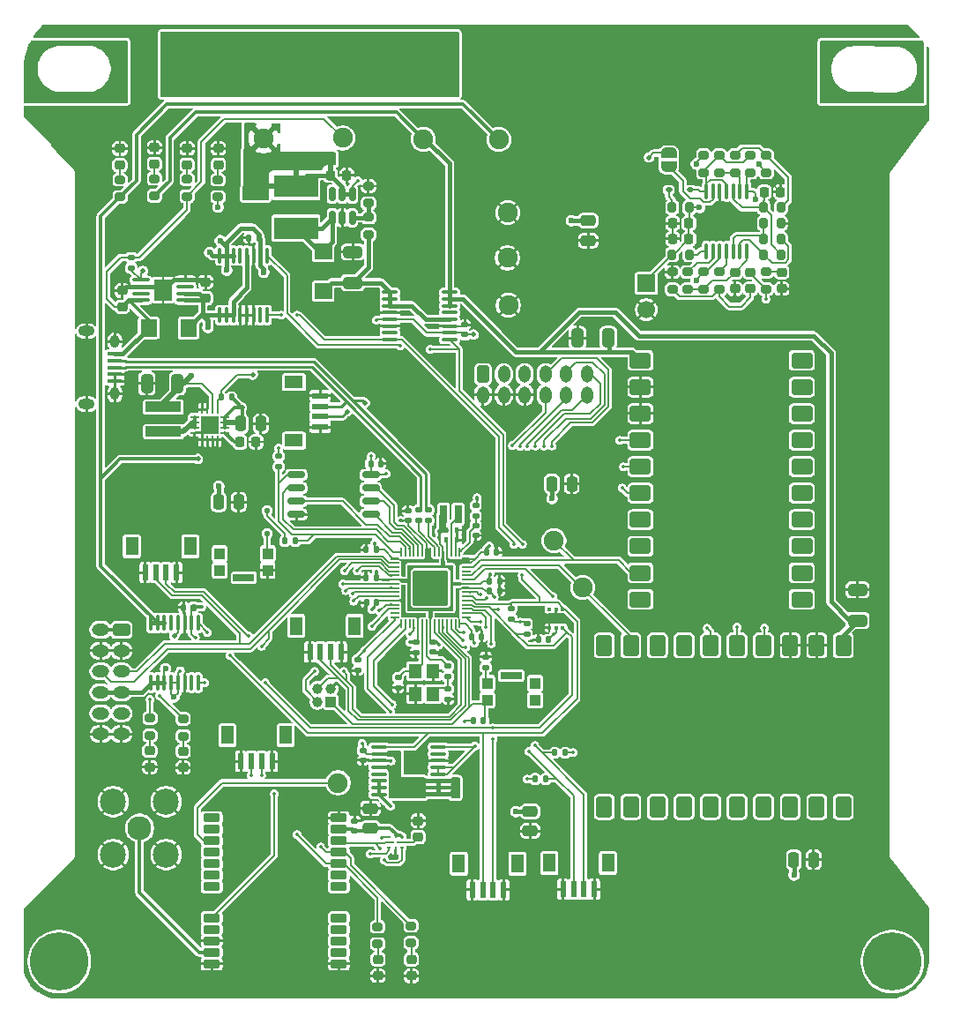
<source format=gbr>
%TF.GenerationSoftware,KiCad,Pcbnew,9.0.4*%
%TF.CreationDate,2025-10-16T15:09:17-07:00*%
%TF.ProjectId,Cygnet Skywalker v1,4379676e-6574-4205-936b-7977616c6b65,rev?*%
%TF.SameCoordinates,Original*%
%TF.FileFunction,Copper,L1,Top*%
%TF.FilePolarity,Positive*%
%FSLAX46Y46*%
G04 Gerber Fmt 4.6, Leading zero omitted, Abs format (unit mm)*
G04 Created by KiCad (PCBNEW 9.0.4) date 2025-10-16 15:09:17*
%MOMM*%
%LPD*%
G01*
G04 APERTURE LIST*
G04 Aperture macros list*
%AMRoundRect*
0 Rectangle with rounded corners*
0 $1 Rounding radius*
0 $2 $3 $4 $5 $6 $7 $8 $9 X,Y pos of 4 corners*
0 Add a 4 corners polygon primitive as box body*
4,1,4,$2,$3,$4,$5,$6,$7,$8,$9,$2,$3,0*
0 Add four circle primitives for the rounded corners*
1,1,$1+$1,$2,$3*
1,1,$1+$1,$4,$5*
1,1,$1+$1,$6,$7*
1,1,$1+$1,$8,$9*
0 Add four rect primitives between the rounded corners*
20,1,$1+$1,$2,$3,$4,$5,0*
20,1,$1+$1,$4,$5,$6,$7,0*
20,1,$1+$1,$6,$7,$8,$9,0*
20,1,$1+$1,$8,$9,$2,$3,0*%
%AMFreePoly0*
4,1,18,-0.437500,0.050000,-0.433694,0.069134,-0.422855,0.085355,-0.406634,0.096194,-0.387500,0.100000,0.387500,0.100000,0.437500,0.050000,0.437500,-0.050000,0.433694,-0.069134,0.422855,-0.085355,0.406634,-0.096194,0.387500,-0.100000,-0.387500,-0.100000,-0.406634,-0.096194,-0.422855,-0.085355,-0.433694,-0.069134,-0.437500,-0.050000,-0.437500,0.050000,-0.437500,0.050000,$1*%
%AMFreePoly1*
4,1,18,-0.437500,0.050000,-0.433694,0.069134,-0.422855,0.085355,-0.406634,0.096194,-0.387500,0.100000,0.387500,0.100000,0.406634,0.096194,0.422855,0.085355,0.433694,0.069134,0.437500,0.050000,0.437500,-0.050000,0.387500,-0.100000,-0.387500,-0.100000,-0.406634,-0.096194,-0.422855,-0.085355,-0.433694,-0.069134,-0.437500,-0.050000,-0.437500,0.050000,-0.437500,0.050000,$1*%
%AMFreePoly2*
4,1,18,-0.100000,0.387500,-0.050000,0.437500,0.050000,0.437500,0.069134,0.433694,0.085355,0.422855,0.096194,0.406634,0.100000,0.387500,0.100000,-0.387500,0.096194,-0.406634,0.085355,-0.422855,0.069134,-0.433694,0.050000,-0.437500,-0.050000,-0.437500,-0.069134,-0.433694,-0.085355,-0.422855,-0.096194,-0.406634,-0.100000,-0.387500,-0.100000,0.387500,-0.100000,0.387500,$1*%
%AMFreePoly3*
4,1,18,-0.100000,0.387500,-0.096194,0.406634,-0.085355,0.422855,-0.069134,0.433694,-0.050000,0.437500,0.050000,0.437500,0.100000,0.387500,0.100000,-0.387500,0.096194,-0.406634,0.085355,-0.422855,0.069134,-0.433694,0.050000,-0.437500,-0.050000,-0.437500,-0.069134,-0.433694,-0.085355,-0.422855,-0.096194,-0.406634,-0.100000,-0.387500,-0.100000,0.387500,-0.100000,0.387500,$1*%
%AMFreePoly4*
4,1,18,-0.437500,0.050000,-0.433694,0.069134,-0.422855,0.085355,-0.406634,0.096194,-0.387500,0.100000,0.387500,0.100000,0.406634,0.096194,0.422855,0.085355,0.433694,0.069134,0.437500,0.050000,0.437500,-0.050000,0.433694,-0.069134,0.422855,-0.085355,0.406634,-0.096194,0.387500,-0.100000,-0.387500,-0.100000,-0.437500,-0.050000,-0.437500,0.050000,-0.437500,0.050000,$1*%
%AMFreePoly5*
4,1,18,-0.437500,0.050000,-0.387500,0.100000,0.387500,0.100000,0.406634,0.096194,0.422855,0.085355,0.433694,0.069134,0.437500,0.050000,0.437500,-0.050000,0.433694,-0.069134,0.422855,-0.085355,0.406634,-0.096194,0.387500,-0.100000,-0.387500,-0.100000,-0.406634,-0.096194,-0.422855,-0.085355,-0.433694,-0.069134,-0.437500,-0.050000,-0.437500,0.050000,-0.437500,0.050000,$1*%
%AMFreePoly6*
4,1,18,-0.100000,0.387500,-0.096194,0.406634,-0.085355,0.422855,-0.069134,0.433694,-0.050000,0.437500,0.050000,0.437500,0.069134,0.433694,0.085355,0.422855,0.096194,0.406634,0.100000,0.387500,0.100000,-0.387500,0.050000,-0.437500,-0.050000,-0.437500,-0.069134,-0.433694,-0.085355,-0.422855,-0.096194,-0.406634,-0.100000,-0.387500,-0.100000,0.387500,-0.100000,0.387500,$1*%
%AMFreePoly7*
4,1,18,-0.100000,0.387500,-0.096194,0.406634,-0.085355,0.422855,-0.069134,0.433694,-0.050000,0.437500,0.050000,0.437500,0.069134,0.433694,0.085355,0.422855,0.096194,0.406634,0.100000,0.387500,0.100000,-0.387500,0.096194,-0.406634,0.085355,-0.422855,0.069134,-0.433694,0.050000,-0.437500,-0.050000,-0.437500,-0.100000,-0.387500,-0.100000,0.387500,-0.100000,0.387500,$1*%
%AMFreePoly8*
4,1,23,0.500000,-0.750000,0.000000,-0.750000,0.000000,-0.745722,-0.065263,-0.745722,-0.191342,-0.711940,-0.304381,-0.646677,-0.396677,-0.554381,-0.461940,-0.441342,-0.495722,-0.315263,-0.495722,-0.250000,-0.500000,-0.250000,-0.500000,0.250000,-0.495722,0.250000,-0.495722,0.315263,-0.461940,0.441342,-0.396677,0.554381,-0.304381,0.646677,-0.191342,0.711940,-0.065263,0.745722,0.000000,0.745722,
0.000000,0.750000,0.500000,0.750000,0.500000,-0.750000,0.500000,-0.750000,$1*%
%AMFreePoly9*
4,1,23,0.000000,0.745722,0.065263,0.745722,0.191342,0.711940,0.304381,0.646677,0.396677,0.554381,0.461940,0.441342,0.495722,0.315263,0.495722,0.250000,0.500000,0.250000,0.500000,-0.250000,0.495722,-0.250000,0.495722,-0.315263,0.461940,-0.441342,0.396677,-0.554381,0.304381,-0.646677,0.191342,-0.711940,0.065263,-0.745722,0.000000,-0.745722,0.000000,-0.750000,-0.500000,-0.750000,
-0.500000,0.750000,0.000000,0.750000,0.000000,0.745722,0.000000,0.745722,$1*%
G04 Aperture macros list end*
%TA.AperFunction,SMDPad,CuDef*%
%ADD10RoundRect,0.135000X0.185000X-0.135000X0.185000X0.135000X-0.185000X0.135000X-0.185000X-0.135000X0*%
%TD*%
%TA.AperFunction,SMDPad,CuDef*%
%ADD11RoundRect,0.135000X-0.185000X0.135000X-0.185000X-0.135000X0.185000X-0.135000X0.185000X0.135000X0*%
%TD*%
%TA.AperFunction,SMDPad,CuDef*%
%ADD12R,4.220000X2.120000*%
%TD*%
%TA.AperFunction,SMDPad,CuDef*%
%ADD13RoundRect,0.225000X-0.250000X0.225000X-0.250000X-0.225000X0.250000X-0.225000X0.250000X0.225000X0*%
%TD*%
%TA.AperFunction,SMDPad,CuDef*%
%ADD14RoundRect,0.225000X-0.225000X-0.250000X0.225000X-0.250000X0.225000X0.250000X-0.225000X0.250000X0*%
%TD*%
%TA.AperFunction,SMDPad,CuDef*%
%ADD15RoundRect,0.140000X-0.170000X0.140000X-0.170000X-0.140000X0.170000X-0.140000X0.170000X0.140000X0*%
%TD*%
%TA.AperFunction,ComponentPad*%
%ADD16C,1.900000*%
%TD*%
%TA.AperFunction,SMDPad,CuDef*%
%ADD17RoundRect,0.135000X-0.135000X-0.185000X0.135000X-0.185000X0.135000X0.185000X-0.135000X0.185000X0*%
%TD*%
%TA.AperFunction,SMDPad,CuDef*%
%ADD18RoundRect,0.218750X-0.256250X0.218750X-0.256250X-0.218750X0.256250X-0.218750X0.256250X0.218750X0*%
%TD*%
%TA.AperFunction,SMDPad,CuDef*%
%ADD19RoundRect,0.225000X0.250000X-0.225000X0.250000X0.225000X-0.250000X0.225000X-0.250000X-0.225000X0*%
%TD*%
%TA.AperFunction,SMDPad,CuDef*%
%ADD20R,1.000000X1.100000*%
%TD*%
%TA.AperFunction,SMDPad,CuDef*%
%ADD21R,2.000000X0.700000*%
%TD*%
%TA.AperFunction,SMDPad,CuDef*%
%ADD22RoundRect,0.200000X0.275000X-0.200000X0.275000X0.200000X-0.275000X0.200000X-0.275000X-0.200000X0*%
%TD*%
%TA.AperFunction,SMDPad,CuDef*%
%ADD23RoundRect,0.200000X0.200000X0.275000X-0.200000X0.275000X-0.200000X-0.275000X0.200000X-0.275000X0*%
%TD*%
%TA.AperFunction,SMDPad,CuDef*%
%ADD24RoundRect,0.140000X0.140000X0.170000X-0.140000X0.170000X-0.140000X-0.170000X0.140000X-0.170000X0*%
%TD*%
%TA.AperFunction,SMDPad,CuDef*%
%ADD25R,0.700000X1.700000*%
%TD*%
%TA.AperFunction,SMDPad,CuDef*%
%ADD26RoundRect,0.225000X0.225000X0.250000X-0.225000X0.250000X-0.225000X-0.250000X0.225000X-0.250000X0*%
%TD*%
%TA.AperFunction,SMDPad,CuDef*%
%ADD27RoundRect,0.218750X0.256250X-0.218750X0.256250X0.218750X-0.256250X0.218750X-0.256250X-0.218750X0*%
%TD*%
%TA.AperFunction,SMDPad,CuDef*%
%ADD28RoundRect,0.100000X0.100000X-0.637500X0.100000X0.637500X-0.100000X0.637500X-0.100000X-0.637500X0*%
%TD*%
%TA.AperFunction,SMDPad,CuDef*%
%ADD29R,1.200000X1.800000*%
%TD*%
%TA.AperFunction,SMDPad,CuDef*%
%ADD30R,0.600000X1.550000*%
%TD*%
%TA.AperFunction,ComponentPad*%
%ADD31C,2.300000*%
%TD*%
%TA.AperFunction,ComponentPad*%
%ADD32C,2.500000*%
%TD*%
%TA.AperFunction,SMDPad,CuDef*%
%ADD33RoundRect,0.125000X0.125000X-0.125000X0.125000X0.125000X-0.125000X0.125000X-0.125000X-0.125000X0*%
%TD*%
%TA.AperFunction,SMDPad,CuDef*%
%ADD34RoundRect,0.100000X-0.637500X-0.100000X0.637500X-0.100000X0.637500X0.100000X-0.637500X0.100000X0*%
%TD*%
%TA.AperFunction,SMDPad,CuDef*%
%ADD35RoundRect,0.135000X0.135000X0.185000X-0.135000X0.185000X-0.135000X-0.185000X0.135000X-0.185000X0*%
%TD*%
%TA.AperFunction,ComponentPad*%
%ADD36RoundRect,0.250000X-0.575000X0.350000X-0.575000X-0.350000X0.575000X-0.350000X0.575000X0.350000X0*%
%TD*%
%TA.AperFunction,ComponentPad*%
%ADD37O,1.650000X1.200000*%
%TD*%
%TA.AperFunction,SMDPad,CuDef*%
%ADD38RoundRect,0.250000X0.650000X-0.325000X0.650000X0.325000X-0.650000X0.325000X-0.650000X-0.325000X0*%
%TD*%
%TA.AperFunction,ComponentPad*%
%ADD39R,1.700000X1.700000*%
%TD*%
%TA.AperFunction,ComponentPad*%
%ADD40C,1.700000*%
%TD*%
%TA.AperFunction,SMDPad,CuDef*%
%ADD41RoundRect,0.120750X0.680500X0.281750X-0.680500X0.281750X-0.680500X-0.281750X0.680500X-0.281750X0*%
%TD*%
%TA.AperFunction,SMDPad,CuDef*%
%ADD42FreePoly0,0.000000*%
%TD*%
%TA.AperFunction,SMDPad,CuDef*%
%ADD43RoundRect,0.050000X-0.387500X-0.050000X0.387500X-0.050000X0.387500X0.050000X-0.387500X0.050000X0*%
%TD*%
%TA.AperFunction,SMDPad,CuDef*%
%ADD44FreePoly1,0.000000*%
%TD*%
%TA.AperFunction,SMDPad,CuDef*%
%ADD45FreePoly2,0.000000*%
%TD*%
%TA.AperFunction,SMDPad,CuDef*%
%ADD46RoundRect,0.050000X-0.050000X-0.387500X0.050000X-0.387500X0.050000X0.387500X-0.050000X0.387500X0*%
%TD*%
%TA.AperFunction,SMDPad,CuDef*%
%ADD47FreePoly3,0.000000*%
%TD*%
%TA.AperFunction,SMDPad,CuDef*%
%ADD48FreePoly4,0.000000*%
%TD*%
%TA.AperFunction,SMDPad,CuDef*%
%ADD49FreePoly5,0.000000*%
%TD*%
%TA.AperFunction,SMDPad,CuDef*%
%ADD50FreePoly6,0.000000*%
%TD*%
%TA.AperFunction,SMDPad,CuDef*%
%ADD51FreePoly7,0.000000*%
%TD*%
%TA.AperFunction,ComponentPad*%
%ADD52C,0.600000*%
%TD*%
%TA.AperFunction,SMDPad,CuDef*%
%ADD53RoundRect,0.153000X1.547000X-1.547000X1.547000X1.547000X-1.547000X1.547000X-1.547000X-1.547000X0*%
%TD*%
%TA.AperFunction,SMDPad,CuDef*%
%ADD54R,1.670000X1.555000*%
%TD*%
%TA.AperFunction,SMDPad,CuDef*%
%ADD55RoundRect,0.140000X-0.140000X-0.170000X0.140000X-0.170000X0.140000X0.170000X-0.140000X0.170000X0*%
%TD*%
%TA.AperFunction,SMDPad,CuDef*%
%ADD56RoundRect,0.100000X0.637500X0.100000X-0.637500X0.100000X-0.637500X-0.100000X0.637500X-0.100000X0*%
%TD*%
%TA.AperFunction,SMDPad,CuDef*%
%ADD57RoundRect,0.200000X-0.275000X0.200000X-0.275000X-0.200000X0.275000X-0.200000X0.275000X0.200000X0*%
%TD*%
%TA.AperFunction,SMDPad,CuDef*%
%ADD58RoundRect,0.112500X0.187500X0.112500X-0.187500X0.112500X-0.187500X-0.112500X0.187500X-0.112500X0*%
%TD*%
%TA.AperFunction,SMDPad,CuDef*%
%ADD59RoundRect,0.250000X-0.250000X-0.475000X0.250000X-0.475000X0.250000X0.475000X-0.250000X0.475000X0*%
%TD*%
%TA.AperFunction,SMDPad,CuDef*%
%ADD60RoundRect,0.250000X-0.475000X0.250000X-0.475000X-0.250000X0.475000X-0.250000X0.475000X0.250000X0*%
%TD*%
%TA.AperFunction,ComponentPad*%
%ADD61C,5.600000*%
%TD*%
%TA.AperFunction,SMDPad,CuDef*%
%ADD62RoundRect,0.250000X0.475000X-0.250000X0.475000X0.250000X-0.475000X0.250000X-0.475000X-0.250000X0*%
%TD*%
%TA.AperFunction,SMDPad,CuDef*%
%ADD63RoundRect,0.093750X-0.106250X0.093750X-0.106250X-0.093750X0.106250X-0.093750X0.106250X0.093750X0*%
%TD*%
%TA.AperFunction,HeatsinkPad*%
%ADD64R,1.600000X1.000000*%
%TD*%
%TA.AperFunction,SMDPad,CuDef*%
%ADD65R,3.400000X0.980000*%
%TD*%
%TA.AperFunction,SMDPad,CuDef*%
%ADD66RoundRect,0.062500X-0.350000X-0.062500X0.350000X-0.062500X0.350000X0.062500X-0.350000X0.062500X0*%
%TD*%
%TA.AperFunction,SMDPad,CuDef*%
%ADD67RoundRect,0.062500X-0.062500X-0.350000X0.062500X-0.350000X0.062500X0.350000X-0.062500X0.350000X0*%
%TD*%
%TA.AperFunction,HeatsinkPad*%
%ADD68C,0.500000*%
%TD*%
%TA.AperFunction,HeatsinkPad*%
%ADD69R,1.680000X1.680000*%
%TD*%
%TA.AperFunction,SMDPad,CuDef*%
%ADD70R,1.200000X1.400000*%
%TD*%
%TA.AperFunction,SMDPad,CuDef*%
%ADD71RoundRect,0.150000X0.150000X-0.512500X0.150000X0.512500X-0.150000X0.512500X-0.150000X-0.512500X0*%
%TD*%
%TA.AperFunction,SMDPad,CuDef*%
%ADD72R,1.800000X1.200000*%
%TD*%
%TA.AperFunction,SMDPad,CuDef*%
%ADD73R,1.550000X0.600000*%
%TD*%
%TA.AperFunction,SMDPad,CuDef*%
%ADD74RoundRect,0.140000X0.170000X-0.140000X0.170000X0.140000X-0.170000X0.140000X-0.170000X-0.140000X0*%
%TD*%
%TA.AperFunction,SMDPad,CuDef*%
%ADD75RoundRect,0.225000X-0.775000X-0.525000X0.775000X-0.525000X0.775000X0.525000X-0.775000X0.525000X0*%
%TD*%
%TA.AperFunction,SMDPad,CuDef*%
%ADD76R,0.460000X0.610000*%
%TD*%
%TA.AperFunction,SMDPad,CuDef*%
%ADD77R,0.460000X0.620000*%
%TD*%
%TA.AperFunction,ComponentPad*%
%ADD78R,1.000000X1.000000*%
%TD*%
%TA.AperFunction,ComponentPad*%
%ADD79C,1.000000*%
%TD*%
%TA.AperFunction,ComponentPad*%
%ADD80RoundRect,0.250000X-0.350000X-0.575000X0.350000X-0.575000X0.350000X0.575000X-0.350000X0.575000X0*%
%TD*%
%TA.AperFunction,ComponentPad*%
%ADD81O,1.200000X1.650000*%
%TD*%
%TA.AperFunction,SMDPad,CuDef*%
%ADD82RoundRect,0.162500X-0.650000X-0.162500X0.650000X-0.162500X0.650000X0.162500X-0.650000X0.162500X0*%
%TD*%
%TA.AperFunction,SMDPad,CuDef*%
%ADD83RoundRect,0.200000X-0.200000X-0.275000X0.200000X-0.275000X0.200000X0.275000X-0.200000X0.275000X0*%
%TD*%
%TA.AperFunction,SMDPad,CuDef*%
%ADD84FreePoly8,90.000000*%
%TD*%
%TA.AperFunction,SMDPad,CuDef*%
%ADD85FreePoly9,90.000000*%
%TD*%
%TA.AperFunction,SMDPad,CuDef*%
%ADD86R,1.350000X0.400000*%
%TD*%
%TA.AperFunction,ComponentPad*%
%ADD87O,1.550000X1.000000*%
%TD*%
%TA.AperFunction,ComponentPad*%
%ADD88O,0.950000X1.250000*%
%TD*%
%TA.AperFunction,SMDPad,CuDef*%
%ADD89O,1.690000X0.360000*%
%TD*%
%TA.AperFunction,SMDPad,CuDef*%
%ADD90R,1.700000X2.100000*%
%TD*%
%TA.AperFunction,SMDPad,CuDef*%
%ADD91RoundRect,0.225000X-0.525000X0.775000X-0.525000X-0.775000X0.525000X-0.775000X0.525000X0.775000X0*%
%TD*%
%TA.AperFunction,SMDPad,CuDef*%
%ADD92RoundRect,0.250000X0.325000X0.650000X-0.325000X0.650000X-0.325000X-0.650000X0.325000X-0.650000X0*%
%TD*%
%TA.AperFunction,SMDPad,CuDef*%
%ADD93R,1.555000X1.670000*%
%TD*%
%TA.AperFunction,SMDPad,CuDef*%
%ADD94R,0.450000X0.250000*%
%TD*%
%TA.AperFunction,SMDPad,CuDef*%
%ADD95R,0.700000X0.250000*%
%TD*%
%TA.AperFunction,SMDPad,CuDef*%
%ADD96R,0.250000X0.580000*%
%TD*%
%TA.AperFunction,ViaPad*%
%ADD97C,0.350000*%
%TD*%
%TA.AperFunction,ViaPad*%
%ADD98C,0.600000*%
%TD*%
%TA.AperFunction,ViaPad*%
%ADD99C,0.500000*%
%TD*%
%TA.AperFunction,Conductor*%
%ADD100C,0.400000*%
%TD*%
%TA.AperFunction,Conductor*%
%ADD101C,0.200000*%
%TD*%
%TA.AperFunction,Conductor*%
%ADD102C,0.152400*%
%TD*%
%TA.AperFunction,Conductor*%
%ADD103C,0.350000*%
%TD*%
%TA.AperFunction,Conductor*%
%ADD104C,0.300000*%
%TD*%
%TA.AperFunction,Conductor*%
%ADD105C,0.250000*%
%TD*%
%TA.AperFunction,Conductor*%
%ADD106C,0.267200*%
%TD*%
%TA.AperFunction,Conductor*%
%ADD107C,0.500000*%
%TD*%
%TA.AperFunction,Conductor*%
%ADD108C,0.342400*%
%TD*%
G04 APERTURE END LIST*
D10*
%TO.P,R23,1*%
%TO.N,+3.3V*%
X227720000Y-123960000D03*
%TO.P,R23,2*%
%TO.N,SCL1*%
X227720000Y-122940000D03*
%TD*%
D11*
%TO.P,R41,1*%
%TO.N,GPS Reset*%
X212960000Y-127900000D03*
%TO.P,R41,2*%
%TO.N,GND*%
X212960000Y-128920000D03*
%TD*%
D12*
%TO.P,L3,1,1*%
%TO.N,+3.3V*%
X207025000Y-82450000D03*
%TO.P,L3,2,2*%
%TO.N,Net-(D11-A)*%
X207025000Y-86450000D03*
%TD*%
D11*
%TO.P,R1,1*%
%TO.N,+3.3V*%
X205385000Y-108340000D03*
%TO.P,R1,2*%
%TO.N,/RP2350/QSPI_SS*%
X205385000Y-109360000D03*
%TD*%
D13*
%TO.P,C39,1*%
%TO.N,PET DOG*%
X250688000Y-90713000D03*
%TO.P,C39,2*%
%TO.N,Net-(C39-Pad2)*%
X250688000Y-92263000D03*
%TD*%
D14*
%TO.P,C12,1*%
%TO.N,Net-(U3-SS{slash}TR)*%
X201655000Y-106980000D03*
%TO.P,C12,2*%
%TO.N,GND*%
X203205000Y-106980000D03*
%TD*%
D15*
%TO.P,C10,1*%
%TO.N,/RP2350/VREG_AVDD*%
X224300000Y-114995000D03*
%TO.P,C10,2*%
%TO.N,GND*%
X224300000Y-115955000D03*
%TD*%
D16*
%TO.P,TP9,1,1*%
%TO.N,GND*%
X227340000Y-89320000D03*
%TD*%
D17*
%TO.P,R19,1*%
%TO.N,+3.3V*%
X230000000Y-139340000D03*
%TO.P,R19,2*%
%TO.N,SCL0*%
X231020000Y-139340000D03*
%TD*%
D16*
%TO.P,TP5,1,1*%
%TO.N,+12V*%
X219275000Y-77925000D03*
%TD*%
%TO.P,TP6,1,1*%
%TO.N,GPS 1PPS*%
X211080000Y-139710000D03*
%TD*%
D18*
%TO.P,D1,1,K*%
%TO.N,GND*%
X199575000Y-78800000D03*
%TO.P,D1,2,A*%
%TO.N,Net-(D1-A)*%
X199575000Y-80375000D03*
%TD*%
D19*
%TO.P,C7,1*%
%TO.N,PAYLOAD_PWR Test*%
X198350000Y-93185000D03*
%TO.P,C7,2*%
%TO.N,GND*%
X198350000Y-91635000D03*
%TD*%
D20*
%TO.P,SW1,1,1*%
%TO.N,GND*%
X204320000Y-119307500D03*
%TO.P,SW1,2*%
%TO.N,N/C*%
X199720000Y-119307500D03*
%TO.P,SW1,3,2*%
%TO.N,Net-(D6-K)*%
X204320000Y-117707500D03*
%TO.P,SW1,4*%
%TO.N,N/C*%
X199720000Y-117707500D03*
D21*
%TO.P,SW1,5*%
X202020000Y-120027500D03*
%TD*%
D22*
%TO.P,R31,1*%
%TO.N,Net-(C39-Pad2)*%
X243188000Y-92325500D03*
%TO.P,R31,2*%
%TO.N,GND*%
X243188000Y-90675500D03*
%TD*%
D23*
%TO.P,R28,1*%
%TO.N,Net-(U15B--)*%
X253613000Y-87488000D03*
%TO.P,R28,2*%
%TO.N,/CubeSat's Best Friend/WDT-VP*%
X251963000Y-87488000D03*
%TD*%
D24*
%TO.P,C19,1*%
%TO.N,+3.3V*%
X214770000Y-122410000D03*
%TO.P,C19,2*%
%TO.N,GND*%
X213810000Y-122410000D03*
%TD*%
D10*
%TO.P,R7,1*%
%TO.N,Net-(R7-Pad1)*%
X225270000Y-128640000D03*
%TO.P,R7,2*%
%TO.N,GND*%
X225270000Y-127620000D03*
%TD*%
D25*
%TO.P,L1,1,1*%
%TO.N,+1V1*%
X221200000Y-113900000D03*
%TO.P,L1,2,2*%
%TO.N,/RP2350/VREG_LX*%
X222600000Y-113900000D03*
%TD*%
D26*
%TO.P,C43,1*%
%TO.N,GND*%
X253563000Y-82988000D03*
%TO.P,C43,2*%
%TO.N,Net-(U15D--)*%
X252013000Y-82988000D03*
%TD*%
D19*
%TO.P,C3,1*%
%TO.N,+5V*%
X190350000Y-94007500D03*
%TO.P,C3,2*%
%TO.N,GND*%
X190350000Y-92457500D03*
%TD*%
D27*
%TO.P,D8,1,K*%
%TO.N,GND*%
X193000000Y-138200000D03*
%TO.P,D8,2,A*%
%TO.N,Net-(D8-A)*%
X193000000Y-136625000D03*
%TD*%
D28*
%TO.P,U7,1,IN+*%
%TO.N,PAYLOAD_PWR Test*%
X199710000Y-94802500D03*
%TO.P,U7,2,IN+*%
X200360000Y-94802500D03*
%TO.P,U7,3,IN+*%
X201010000Y-94802500D03*
%TO.P,U7,4,A1*%
%TO.N,GND*%
X201660000Y-94802500D03*
%TO.P,U7,5,A0*%
X202310000Y-94802500D03*
%TO.P,U7,6,GND*%
X202960000Y-94802500D03*
%TO.P,U7,7,ALERT*%
%TO.N,unconnected-(U7-ALERT-Pad7)*%
X203610000Y-94802500D03*
%TO.P,U7,8,SDA*%
%TO.N,SDA1*%
X204260000Y-94802500D03*
%TO.P,U7,9,SCL*%
%TO.N,SCL1*%
X204260000Y-89077500D03*
%TO.P,U7,10,VS*%
%TO.N,+3.3V*%
X203610000Y-89077500D03*
%TO.P,U7,11,GND*%
%TO.N,GND*%
X202960000Y-89077500D03*
%TO.P,U7,12,VBUS*%
%TO.N,PAYLOAD_PWR Test*%
X202310000Y-89077500D03*
%TO.P,U7,13,NC*%
%TO.N,unconnected-(U7-NC-Pad13)*%
X201660000Y-89077500D03*
%TO.P,U7,14,IN-*%
%TO.N,+3.3V*%
X201010000Y-89077500D03*
%TO.P,U7,15,IN-*%
X200360000Y-89077500D03*
%TO.P,U7,16,IN-*%
X199710000Y-89077500D03*
%TD*%
D29*
%TO.P,J8,0*%
%TO.N,N/C*%
X222680000Y-147462500D03*
X228280000Y-147462500D03*
D30*
%TO.P,J8,1,Pin_1*%
%TO.N,GND*%
X223980000Y-149982500D03*
%TO.P,J8,2,Pin_2*%
%TO.N,SCL1*%
X224980000Y-149982500D03*
%TO.P,J8,3,Pin_3*%
%TO.N,SDA1*%
X225980000Y-149982500D03*
%TO.P,J8,4,Pin_4*%
%TO.N,GND*%
X226980000Y-149982500D03*
%TD*%
D31*
%TO.P,J11,1,In*%
%TO.N,Net-(J11-In)*%
X192020000Y-144050000D03*
D32*
%TO.P,J11,2,Ext*%
%TO.N,GND*%
X189480000Y-141510000D03*
X189480000Y-146590000D03*
X194560000Y-141510000D03*
X194560000Y-146590000D03*
%TD*%
D33*
%TO.P,D6,1,K*%
%TO.N,Net-(D6-K)*%
X204260000Y-115757500D03*
%TO.P,D6,2,A*%
%TO.N,Net-(D6-A)*%
X204260000Y-113557500D03*
%TD*%
D34*
%TO.P,U6,1,IN+*%
%TO.N,RADFET_PWR*%
X216065000Y-92612500D03*
%TO.P,U6,2,IN+*%
X216065000Y-93262500D03*
%TO.P,U6,3,IN+*%
X216065000Y-93912500D03*
%TO.P,U6,4,A1*%
%TO.N,GND*%
X216065000Y-94562500D03*
%TO.P,U6,5,A0*%
%TO.N,+3.3V*%
X216065000Y-95212500D03*
%TO.P,U6,6,GND*%
%TO.N,GND*%
X216065000Y-95862500D03*
%TO.P,U6,7,ALERT*%
%TO.N,unconnected-(U6-ALERT-Pad7)*%
X216065000Y-96512500D03*
%TO.P,U6,8,SDA*%
%TO.N,SDA1*%
X216065000Y-97162500D03*
%TO.P,U6,9,SCL*%
%TO.N,SCL1*%
X221790000Y-97162500D03*
%TO.P,U6,10,VS*%
%TO.N,+3.3V*%
X221790000Y-96512500D03*
%TO.P,U6,11,GND*%
%TO.N,GND*%
X221790000Y-95862500D03*
%TO.P,U6,12,VBUS*%
%TO.N,RADFET_PWR*%
X221790000Y-95212500D03*
%TO.P,U6,13,NC*%
%TO.N,unconnected-(U6-NC-Pad13)*%
X221790000Y-94562500D03*
%TO.P,U6,14,IN-*%
%TO.N,+12V*%
X221790000Y-93912500D03*
%TO.P,U6,15,IN-*%
X221790000Y-93262500D03*
%TO.P,U6,16,IN-*%
X221790000Y-92612500D03*
%TD*%
D23*
%TO.P,R26,1*%
%TO.N,Net-(R25-Pad2)*%
X253613000Y-84488000D03*
%TO.P,R26,2*%
%TO.N,Net-(U15D--)*%
X251963000Y-84488000D03*
%TD*%
D24*
%TO.P,C33,1*%
%TO.N,+3.3V*%
X231300000Y-125960000D03*
%TO.P,C33,2*%
%TO.N,GND*%
X230340000Y-125960000D03*
%TD*%
D20*
%TO.P,SW2,1,1*%
%TO.N,Net-(R7-Pad1)*%
X225410000Y-130150000D03*
%TO.P,SW2,2*%
%TO.N,N/C*%
X230010000Y-130150000D03*
%TO.P,SW2,3,2*%
%TO.N,RP2350 Reset*%
X225410000Y-131750000D03*
%TO.P,SW2,4*%
%TO.N,N/C*%
X230010000Y-131750000D03*
D21*
%TO.P,SW2,5*%
X227710000Y-129430000D03*
%TD*%
D15*
%TO.P,C1,1*%
%TO.N,/RP2350/XIN*%
X216850000Y-129600000D03*
%TO.P,C1,2*%
%TO.N,GND*%
X216850000Y-130560000D03*
%TD*%
D35*
%TO.P,R9,1*%
%TO.N,/RP2350/QSPI_SS*%
X206975000Y-116495000D03*
%TO.P,R9,2*%
%TO.N,Net-(D6-A)*%
X205955000Y-116495000D03*
%TD*%
D36*
%TO.P,J4,1,Pin_1*%
%TO.N,PAYLOAD_PWR*%
X190275000Y-125025000D03*
D37*
%TO.P,J4,2,Pin_2*%
X188275000Y-125025000D03*
%TO.P,J4,3,Pin_3*%
%TO.N,GND*%
X190275000Y-127025000D03*
%TO.P,J4,4,Pin_4*%
X188275000Y-127025000D03*
%TO.P,J4,5,Pin_5*%
%TO.N,UART0 Tx*%
X190275000Y-129025000D03*
%TO.P,J4,6,Pin_6*%
%TO.N,UART0 Rx*%
X188275000Y-129025000D03*
%TO.P,J4,7,Pin_7*%
%TO.N,PAYLOAD_BATT*%
X190275000Y-131025000D03*
%TO.P,J4,8,Pin_8*%
X188275000Y-131025000D03*
%TO.P,J4,9,Pin_9*%
%TO.N,unconnected-(J4-Pin_9-Pad9)*%
X190275000Y-133025000D03*
%TO.P,J4,10,Pin_10*%
%TO.N,unconnected-(J4-Pin_10-Pad10)*%
X188275000Y-133025000D03*
%TO.P,J4,11,Pin_11*%
%TO.N,GND*%
X190275000Y-135025000D03*
%TO.P,J4,12,Pin_12*%
X188275000Y-135025000D03*
%TD*%
D38*
%TO.P,C32,1*%
%TO.N,+12V*%
X260980000Y-124125000D03*
%TO.P,C32,2*%
%TO.N,GND*%
X260980000Y-121175000D03*
%TD*%
%TO.P,C22,1*%
%TO.N,RADFET_PWR*%
X212500000Y-91700000D03*
%TO.P,C22,2*%
%TO.N,GND*%
X212500000Y-88750000D03*
%TD*%
D39*
%TO.P,J12,1,Pin_1*%
%TO.N,WDT_DISABLE*%
X240688000Y-91770881D03*
D40*
%TO.P,J12,2,Pin_2*%
%TO.N,GND*%
X240688000Y-94310881D03*
%TD*%
D24*
%TO.P,C8,1*%
%TO.N,+1V1*%
X214750000Y-119990001D03*
%TO.P,C8,2*%
%TO.N,GND*%
X213790000Y-119990001D03*
%TD*%
D16*
%TO.P,TP2,1,1*%
%TO.N,Module1 Vo*%
X234570000Y-120960000D03*
%TD*%
D41*
%TO.P,U13,1,BOOT_SEL*%
%TO.N,unconnected-(U13-BOOT_SEL-Pad1)*%
X198940000Y-143070000D03*
%TO.P,U13,2,SPI_MISO*%
%TO.N,unconnected-(U13-SPI_MISO-Pad2)*%
X198940000Y-144170000D03*
%TO.P,U13,3,1PPS*%
%TO.N,GPS 1PPS*%
X198940000Y-145270000D03*
%TO.P,U13,4*%
%TO.N,N/C*%
X198940000Y-146370000D03*
%TO.P,U13,5*%
X198940000Y-147470000D03*
%TO.P,U13,6*%
X198940000Y-148570000D03*
%TO.P,U13,7*%
X198940000Y-149670000D03*
%TO.P,U13,8,RSTN*%
%TO.N,GPS Reset*%
X198940000Y-152670000D03*
%TO.P,U13,9,SPI_CSN*%
%TO.N,unconnected-(U13-SPI_CSN-Pad9)*%
X198940000Y-153770000D03*
%TO.P,U13,10,GND*%
%TO.N,GND*%
X198940000Y-154870000D03*
%TO.P,U13,11,RF_IN*%
%TO.N,Net-(J11-In)*%
X198940000Y-155970000D03*
%TO.P,U13,12,GND*%
%TO.N,GND*%
X198940000Y-157070000D03*
%TO.P,U13,13,GND*%
X211140000Y-157070000D03*
%TO.P,U13,14,SPI_MOSI*%
%TO.N,unconnected-(U13-SPI_MOSI-Pad14)*%
X211140000Y-155970000D03*
%TO.P,U13,15*%
%TO.N,N/C*%
X211140000Y-154870000D03*
%TO.P,U13,16,SPI_CLK*%
%TO.N,unconnected-(U13-SPI_CLK-Pad16)*%
X211140000Y-153770000D03*
%TO.P,U13,17*%
%TO.N,N/C*%
X211140000Y-152670000D03*
%TO.P,U13,18,SDA*%
%TO.N,unconnected-(U13-SDA-Pad18)*%
X211140000Y-149670000D03*
%TO.P,U13,19,SCL*%
%TO.N,unconnected-(U13-SCL-Pad19)*%
X211140000Y-148570000D03*
%TO.P,U13,20,TXD*%
%TO.N,UART1 Rx*%
X211140000Y-147470000D03*
%TO.P,U13,21,RXD*%
%TO.N,UART1 Tx*%
X211140000Y-146370000D03*
%TO.P,U13,22,V_Backup*%
%TO.N,GPS_PWR*%
X211140000Y-145270000D03*
%TO.P,U13,23,VCC*%
%TO.N,GPS_PWR_SW_OUT*%
X211140000Y-144170000D03*
%TO.P,U13,24,GND*%
%TO.N,GND*%
X211140000Y-143070000D03*
%TD*%
D42*
%TO.P,U4,1,IOVDD*%
%TO.N,+3.3V*%
X216512500Y-118200000D03*
D43*
%TO.P,U4,2,GPIO0*%
%TO.N,UART0 Tx*%
X216512500Y-118600000D03*
%TO.P,U4,3,GPIO1*%
%TO.N,UART0 Rx*%
X216512500Y-119000000D03*
%TO.P,U4,4,GPIO2*%
%TO.N,Module1 R1 CTRL*%
X216512500Y-119400000D03*
%TO.P,U4,5,GPIO3*%
%TO.N,Module1 Enable CTRL*%
X216512500Y-119800000D03*
%TO.P,U4,6,DVDD*%
%TO.N,+1V1*%
X216512500Y-120200000D03*
%TO.P,U4,7,GPIO4*%
%TO.N,Module1 R2 CTRL*%
X216512500Y-120600000D03*
%TO.P,U4,8,GPIO5*%
%TO.N,Module2 R1 CTRL*%
X216512500Y-121000000D03*
%TO.P,U4,9,GPIO6*%
%TO.N,Module2 Enable CTRL*%
X216512500Y-121400000D03*
%TO.P,U4,10,GPIO7*%
%TO.N,Module2 R2 CTRL*%
X216512500Y-121800000D03*
%TO.P,U4,11,IOVDD*%
%TO.N,+3.3V*%
X216512500Y-122200000D03*
%TO.P,U4,12,GPIO8*%
%TO.N,UART1 Tx*%
X216512500Y-122600000D03*
%TO.P,U4,13,GPIO9*%
%TO.N,UART1 Rx*%
X216512500Y-123000000D03*
%TO.P,U4,14,GPIO10*%
%TO.N,unconnected-(U4-GPIO10-Pad14)*%
X216512500Y-123400000D03*
D44*
%TO.P,U4,15,GPIO11*%
%TO.N,GPS Reset*%
X216512500Y-123800000D03*
D45*
%TO.P,U4,16,GPIO12*%
%TO.N,GPS Power Good*%
X217150000Y-124437500D03*
D46*
%TO.P,U4,17,GPIO13*%
%TO.N,GPS Enable*%
X217550000Y-124437500D03*
%TO.P,U4,18,GPIO14*%
%TO.N,unconnected-(U4-GPIO14-Pad18)*%
X217950000Y-124437500D03*
%TO.P,U4,19,GPIO15*%
%TO.N,GPIO15*%
X218350000Y-124437500D03*
%TO.P,U4,20,IOVDD*%
%TO.N,+3.3V*%
X218750000Y-124437500D03*
%TO.P,U4,21,XIN*%
%TO.N,/RP2350/XIN*%
X219150000Y-124437500D03*
%TO.P,U4,22,XOUT*%
%TO.N,/RP2350/XOUT*%
X219550000Y-124437500D03*
%TO.P,U4,23,DVDD*%
%TO.N,+1V1*%
X219950000Y-124437500D03*
%TO.P,U4,24,SWCLK*%
%TO.N,RP2350 SWCLK*%
X220350000Y-124437500D03*
%TO.P,U4,25,SWD*%
%TO.N,RP2350 SWD*%
X220750000Y-124437500D03*
%TO.P,U4,26,RUN*%
%TO.N,RP2350 Reset*%
X221150000Y-124437500D03*
%TO.P,U4,27,GPIO16*%
%TO.N,GPIO16*%
X221550000Y-124437500D03*
%TO.P,U4,28,GPIO17*%
%TO.N,GPIO17*%
X221950000Y-124437500D03*
%TO.P,U4,29,GPIO18*%
%TO.N,GPIO18*%
X222350000Y-124437500D03*
D47*
%TO.P,U4,30,IOVDD*%
%TO.N,+3.3V*%
X222750000Y-124437500D03*
D48*
%TO.P,U4,31,GPIO19*%
%TO.N,PET DOG*%
X223387500Y-123800000D03*
D43*
%TO.P,U4,32,GPIO20*%
%TO.N,SDA0*%
X223387500Y-123400000D03*
%TO.P,U4,33,GPIO21*%
%TO.N,SCL0*%
X223387500Y-123000000D03*
%TO.P,U4,34,GPIO22*%
%TO.N,SDA1*%
X223387500Y-122600000D03*
%TO.P,U4,35,GPIO23*%
%TO.N,SCL1*%
X223387500Y-122200000D03*
%TO.P,U4,36,GPIO24*%
%TO.N,GPIO24*%
X223387500Y-121800000D03*
%TO.P,U4,37,GPIO25*%
%TO.N,GPIO25*%
X223387500Y-121400000D03*
%TO.P,U4,38,IOVDD*%
%TO.N,+3.3V*%
X223387500Y-121000000D03*
%TO.P,U4,39,DVDD*%
%TO.N,+1V1*%
X223387500Y-120600000D03*
%TO.P,U4,40,GPIO26_ADC0*%
%TO.N,GPS 1PPS*%
X223387500Y-120200000D03*
%TO.P,U4,41,GPIO27_ADC1*%
%TO.N,Module1 Vo*%
X223387500Y-119800000D03*
%TO.P,U4,42,GPIO28_ADC2*%
%TO.N,unconnected-(U4-GPIO28_ADC2-Pad42)*%
X223387500Y-119400000D03*
%TO.P,U4,43,GPIO29_ADC3*%
%TO.N,Module2 Vo*%
X223387500Y-119000000D03*
%TO.P,U4,44,ADC_AVDD*%
%TO.N,+3.3V*%
X223387500Y-118600000D03*
D49*
%TO.P,U4,45,IOVDD*%
X223387500Y-118200000D03*
D50*
%TO.P,U4,46,VREG_AVDD*%
%TO.N,/RP2350/VREG_AVDD*%
X222750000Y-117562500D03*
D46*
%TO.P,U4,47,VREG_PGND*%
%TO.N,GND*%
X222350000Y-117562500D03*
%TO.P,U4,48,VREG_LX*%
%TO.N,/RP2350/VREG_LX*%
X221950000Y-117562500D03*
%TO.P,U4,49,VREG_VIN*%
%TO.N,+3.3V*%
X221550000Y-117562500D03*
%TO.P,U4,50,VREG_FB*%
%TO.N,+1V1*%
X221150000Y-117562500D03*
%TO.P,U4,51,USB_DM*%
%TO.N,Net-(U4-USB_DM)*%
X220750000Y-117562500D03*
%TO.P,U4,52,USB_DP*%
%TO.N,Net-(U4-USB_DP)*%
X220350000Y-117562500D03*
%TO.P,U4,53,USB_OTP_VDD*%
%TO.N,+3.3V*%
X219950000Y-117562500D03*
%TO.P,U4,54,QSPI_IOVDD*%
X219550000Y-117562500D03*
%TO.P,U4,55,QSPI_SD3*%
%TO.N,/RP2350/QSPI_SD3*%
X219150000Y-117562500D03*
%TO.P,U4,56,QSPI_SCLK*%
%TO.N,/RP2350/QSPI_SCLK*%
X218750000Y-117562500D03*
%TO.P,U4,57,QSPI_SD0*%
%TO.N,/RP2350/QSPI_SD0*%
X218350000Y-117562500D03*
%TO.P,U4,58,QSPI_SD2*%
%TO.N,/RP2350/QSPI_SD2*%
X217950000Y-117562500D03*
%TO.P,U4,59,QSPI_SD1*%
%TO.N,/RP2350/QSPI_SD1*%
X217550000Y-117562500D03*
D51*
%TO.P,U4,60,QSPI_SS*%
%TO.N,/RP2350/QSPI_SS*%
X217150000Y-117562500D03*
D52*
%TO.P,U4,61,GND*%
%TO.N,GND*%
X218575000Y-119625000D03*
X218575000Y-121000000D03*
X218575000Y-122375000D03*
X219950000Y-119625000D03*
X219950000Y-121000000D03*
D53*
X219950000Y-121000000D03*
D52*
X219950000Y-122375000D03*
X221325000Y-119625000D03*
X221325000Y-121000000D03*
X221325000Y-122375000D03*
%TD*%
D54*
%TO.P,D11,1,K*%
%TO.N,RADFET_PWR*%
X209650000Y-92490000D03*
%TO.P,D11,2,A*%
%TO.N,Net-(D11-A)*%
X209650000Y-88660000D03*
%TD*%
D55*
%TO.P,C17,1*%
%TO.N,+3.3V*%
X225630000Y-121250000D03*
%TO.P,C17,2*%
%TO.N,GND*%
X226590000Y-121250000D03*
%TD*%
D56*
%TO.P,U10,1,IN+*%
%TO.N,+3.3V*%
X220705000Y-140815000D03*
%TO.P,U10,2,IN+*%
X220705000Y-140165000D03*
%TO.P,U10,3,IN+*%
X220705000Y-139515000D03*
%TO.P,U10,4,A1*%
%TO.N,SDA1*%
X220705000Y-138865000D03*
%TO.P,U10,5,A0*%
X220705000Y-138215000D03*
%TO.P,U10,6,GND*%
%TO.N,GND*%
X220705000Y-137565000D03*
%TO.P,U10,7,ALERT*%
%TO.N,unconnected-(U10-ALERT-Pad7)*%
X220705000Y-136915000D03*
%TO.P,U10,8,SDA*%
%TO.N,SDA1*%
X220705000Y-136265000D03*
%TO.P,U10,9,SCL*%
%TO.N,SCL1*%
X214980000Y-136265000D03*
%TO.P,U10,10,VS*%
%TO.N,+3.3V*%
X214980000Y-136915000D03*
%TO.P,U10,11,GND*%
%TO.N,GND*%
X214980000Y-137565000D03*
%TO.P,U10,12,VBUS*%
%TO.N,+3.3V*%
X214980000Y-138215000D03*
%TO.P,U10,13,NC*%
%TO.N,unconnected-(U10-NC-Pad13)*%
X214980000Y-138865000D03*
%TO.P,U10,14,IN-*%
%TO.N,GPS_PWR*%
X214980000Y-139515000D03*
%TO.P,U10,15,IN-*%
X214980000Y-140165000D03*
%TO.P,U10,16,IN-*%
X214980000Y-140815000D03*
%TD*%
D55*
%TO.P,C15,1*%
%TO.N,+3.3V*%
X223920000Y-125650000D03*
%TO.P,C15,2*%
%TO.N,GND*%
X224880000Y-125650000D03*
%TD*%
D57*
%TO.P,R15,1*%
%TO.N,UART1 Tx*%
X218090000Y-153426250D03*
%TO.P,R15,2*%
%TO.N,Net-(D9-A)*%
X218090000Y-155076250D03*
%TD*%
D23*
%TO.P,R27,1*%
%TO.N,Net-(U15D--)*%
X253613000Y-88988000D03*
%TO.P,R27,2*%
%TO.N,Net-(U15B--)*%
X251963000Y-88988000D03*
%TD*%
D58*
%TO.P,D13,1,1*%
%TO.N,Net-(U15D-+)*%
X244938000Y-82788000D03*
%TO.P,D13,2,2*%
%TO.N,Net-(D13-Pad2)*%
X242838000Y-82788000D03*
%TD*%
D57*
%TO.P,R12,1*%
%TO.N,UART0 Tx*%
X196200000Y-133575000D03*
%TO.P,R12,2*%
%TO.N,Net-(D7-A)*%
X196200000Y-135225000D03*
%TD*%
D24*
%TO.P,C21,1*%
%TO.N,+3.3V*%
X214730000Y-117345000D03*
%TO.P,C21,2*%
%TO.N,GND*%
X213770000Y-117345000D03*
%TD*%
D59*
%TO.P,C9,1*%
%TO.N,PAYLOAD_BATT_OUT*%
X201750000Y-105230000D03*
%TO.P,C9,2*%
%TO.N,GND*%
X203650000Y-105230000D03*
%TD*%
D22*
%TO.P,R4,1*%
%TO.N,+5V*%
X196575000Y-83400000D03*
%TO.P,R4,2*%
%TO.N,Net-(D3-A)*%
X196575000Y-81750000D03*
%TD*%
D29*
%TO.P,J7,0*%
%TO.N,N/C*%
X191270000Y-116992500D03*
X196870000Y-116992500D03*
D30*
%TO.P,J7,1,Pin_1*%
%TO.N,GND*%
X192570000Y-119512500D03*
%TO.P,J7,2,Pin_2*%
%TO.N,UART0 Tx*%
X193570000Y-119512500D03*
%TO.P,J7,3,Pin_3*%
%TO.N,UART0 Rx*%
X194570000Y-119512500D03*
%TO.P,J7,4,Pin_4*%
%TO.N,GND*%
X195570000Y-119512500D03*
%TD*%
D60*
%TO.P,C26,1*%
%TO.N,+3.3V*%
X229530000Y-142440000D03*
%TO.P,C26,2*%
%TO.N,GND*%
X229530000Y-144340000D03*
%TD*%
D18*
%TO.P,D4,1,K*%
%TO.N,GND*%
X193450000Y-78725000D03*
%TO.P,D4,2,A*%
%TO.N,Net-(D4-A)*%
X193450000Y-80300000D03*
%TD*%
D61*
%TO.P,H2,1*%
%TO.N,N/C*%
X264323638Y-156866278D03*
%TD*%
D22*
%TO.P,R6,1*%
%TO.N,+12V*%
X193450000Y-83362500D03*
%TO.P,R6,2*%
%TO.N,Net-(D4-A)*%
X193450000Y-81712500D03*
%TD*%
D62*
%TO.P,C36,1*%
%TO.N,GPS_PWR_SW_OUT*%
X214190000Y-144060000D03*
%TO.P,C36,2*%
%TO.N,GND*%
X214190000Y-142160000D03*
%TD*%
D22*
%TO.P,R22,1*%
%TO.N,Net-(U5-FB)*%
X214000000Y-84075000D03*
%TO.P,R22,2*%
%TO.N,GND*%
X214000000Y-82425000D03*
%TD*%
D63*
%TO.P,U9,1,SCL*%
%TO.N,SCL1*%
X232660000Y-123060000D03*
%TO.P,U9,2,GND*%
%TO.N,GND*%
X232010000Y-123060000D03*
D64*
X232010000Y-123947500D03*
D63*
%TO.P,U9,3,ALERT*%
%TO.N,unconnected-(U9-ALERT-Pad3)*%
X231360000Y-123060000D03*
%TO.P,U9,4,ADD0*%
%TO.N,GND*%
X231360000Y-124835000D03*
%TO.P,U9,5,V+*%
%TO.N,+3.3V*%
X232010000Y-124835000D03*
%TO.P,U9,6,SDA*%
%TO.N,SDA1*%
X232660000Y-124835000D03*
%TD*%
D65*
%TO.P,L2,1,1*%
%TO.N,Net-(L2-Pad1)*%
X194300000Y-106000000D03*
%TO.P,L2,2,2*%
%TO.N,PAYLOAD_PWR Test*%
X194300000Y-103630000D03*
%TD*%
D66*
%TO.P,U3,1,SW*%
%TO.N,Net-(L2-Pad1)*%
X197307500Y-104590000D03*
%TO.P,U3,2,SW*%
X197307500Y-105090000D03*
%TO.P,U3,3,SW*%
X197307500Y-105590000D03*
%TO.P,U3,4,PG*%
%TO.N,GND*%
X197307500Y-106090000D03*
D67*
%TO.P,U3,5,FB*%
X198020000Y-106802500D03*
%TO.P,U3,6,GND*%
X198520000Y-106802500D03*
%TO.P,U3,7,FSW*%
X199020000Y-106802500D03*
%TO.P,U3,8,DEF*%
X199520000Y-106802500D03*
D66*
%TO.P,U3,9,SS/TR*%
%TO.N,Net-(U3-SS{slash}TR)*%
X200232500Y-106090000D03*
%TO.P,U3,10,VIN*%
%TO.N,PAYLOAD_BATT_OUT*%
X200232500Y-105590000D03*
%TO.P,U3,11,VIN*%
X200232500Y-105090000D03*
%TO.P,U3,12,VIN*%
X200232500Y-104590000D03*
D67*
%TO.P,U3,13,EN*%
%TO.N,DOG Bite*%
X199520000Y-103877500D03*
%TO.P,U3,14,VOS*%
%TO.N,PAYLOAD_PWR Test*%
X199020000Y-103877500D03*
%TO.P,U3,15,GND*%
%TO.N,GND*%
X198520000Y-103877500D03*
%TO.P,U3,16,GND*%
X198020000Y-103877500D03*
D68*
%TO.P,U3,17,GND*%
X198180000Y-104750000D03*
X198180000Y-105930000D03*
D69*
X198770000Y-105340000D03*
D68*
X199360000Y-104750000D03*
X199360000Y-105930000D03*
%TD*%
D14*
%TO.P,C42,1*%
%TO.N,GND*%
X243213000Y-87488000D03*
%TO.P,C42,2*%
%TO.N,WDT_DISABLE*%
X244763000Y-87488000D03*
%TD*%
D70*
%TO.P,Y1,1,1*%
%TO.N,/RP2350/XIN*%
X218500000Y-128980000D03*
%TO.P,Y1,2,2*%
%TO.N,GND*%
X218500000Y-131180000D03*
%TO.P,Y1,3,3*%
%TO.N,Net-(C2-Pad1)*%
X220200000Y-131180000D03*
%TO.P,Y1,4,4*%
%TO.N,GND*%
X220200000Y-128980000D03*
%TD*%
D18*
%TO.P,D5,1,K*%
%TO.N,GND*%
X190125000Y-78825000D03*
%TO.P,D5,2,A*%
%TO.N,Net-(D5-A)*%
X190125000Y-80400000D03*
%TD*%
D57*
%TO.P,R39,1*%
%TO.N,Net-(U15D-+)*%
X250688000Y-79463000D03*
%TO.P,R39,2*%
%TO.N,WDT_DISABLE*%
X250688000Y-81113000D03*
%TD*%
D29*
%TO.P,J9,0*%
%TO.N,N/C*%
X231390000Y-147402500D03*
X236990000Y-147402500D03*
D30*
%TO.P,J9,1,Pin_1*%
%TO.N,GND*%
X232690000Y-149922500D03*
%TO.P,J9,2,Pin_2*%
%TO.N,SCL0*%
X233690000Y-149922500D03*
%TO.P,J9,3,Pin_3*%
%TO.N,SDA0*%
X234690000Y-149922500D03*
%TO.P,J9,4,Pin_4*%
%TO.N,GND*%
X235690000Y-149922500D03*
%TD*%
D18*
%TO.P,D3,1,K*%
%TO.N,GND*%
X196575000Y-78812500D03*
%TO.P,D3,2,A*%
%TO.N,Net-(D3-A)*%
X196575000Y-80387500D03*
%TD*%
D71*
%TO.P,U5,1,SW*%
%TO.N,Net-(D11-A)*%
X210537500Y-85462500D03*
%TO.P,U5,2,GND*%
%TO.N,GND*%
X211487500Y-85462500D03*
%TO.P,U5,3,FB*%
%TO.N,Net-(U5-FB)*%
X212437500Y-85462500D03*
%TO.P,U5,4,EN*%
%TO.N,+3.3V*%
X212437500Y-83187500D03*
%TO.P,U5,5,VIN*%
X211487500Y-83187500D03*
%TO.P,U5,6,FREQ*%
%TO.N,unconnected-(U5-FREQ-Pad6)*%
X210537500Y-83187500D03*
%TD*%
D16*
%TO.P,TP10,1,1*%
%TO.N,GND*%
X227430000Y-93880000D03*
%TD*%
D28*
%TO.P,U15,1*%
%TO.N,Net-(R35-Pad1)*%
X246438000Y-88650500D03*
%TO.P,U15,2*%
%TO.N,Net-(R33-Pad1)*%
X247088000Y-88650500D03*
%TO.P,U15,3,V+*%
%TO.N,+3.3V*%
X247738000Y-88650500D03*
%TO.P,U15,4,-*%
%TO.N,Net-(U15A--)*%
X248388000Y-88650500D03*
%TO.P,U15,5,+*%
%TO.N,/CubeSat's Best Friend/WDT-VP*%
X249038000Y-88650500D03*
%TO.P,U15,6,-*%
%TO.N,Net-(U15B--)*%
X249688000Y-88650500D03*
%TO.P,U15,7,+*%
%TO.N,Net-(U15B-+)*%
X250338000Y-88650500D03*
%TO.P,U15,8,-*%
%TO.N,WDT_DISABLE*%
X250338000Y-82925500D03*
%TO.P,U15,9,+*%
%TO.N,Net-(U15C-+)*%
X249688000Y-82925500D03*
%TO.P,U15,10,-*%
%TO.N,Net-(U15D--)*%
X249038000Y-82925500D03*
%TO.P,U15,11,+*%
%TO.N,Net-(U15D-+)*%
X248388000Y-82925500D03*
%TO.P,U15,12,V-*%
%TO.N,GND*%
X247738000Y-82925500D03*
%TO.P,U15,13*%
%TO.N,Net-(JP1-A)*%
X247088000Y-82925500D03*
%TO.P,U15,14*%
%TO.N,Net-(U15D-+)*%
X246438000Y-82925500D03*
%TD*%
D72*
%TO.P,J6,0*%
%TO.N,N/C*%
X206842500Y-106850000D03*
X206842500Y-101250000D03*
D73*
%TO.P,J6,1,Pin_1*%
%TO.N,GND*%
X209362500Y-105550000D03*
%TO.P,J6,2,Pin_2*%
%TO.N,USB_D-*%
X209362500Y-104550000D03*
%TO.P,J6,3,Pin_3*%
%TO.N,USB_D+*%
X209362500Y-103550000D03*
%TO.P,J6,4,Pin_4*%
%TO.N,GND*%
X209362500Y-102550000D03*
%TD*%
D29*
%TO.P,J10,0*%
%TO.N,N/C*%
X200440000Y-135130000D03*
X206040000Y-135130000D03*
D30*
%TO.P,J10,1,Pin_1*%
%TO.N,GND*%
X201740000Y-137650000D03*
%TO.P,J10,2,Pin_2*%
%TO.N,UART1 Tx*%
X202740000Y-137650000D03*
%TO.P,J10,3,Pin_3*%
%TO.N,UART1 Rx*%
X203740000Y-137650000D03*
%TO.P,J10,4,Pin_4*%
%TO.N,GND*%
X204740000Y-137650000D03*
%TD*%
D27*
%TO.P,D10,1,K*%
%TO.N,GND*%
X214915000Y-158213750D03*
%TO.P,D10,2,A*%
%TO.N,Net-(D10-A)*%
X214915000Y-156638750D03*
%TD*%
D74*
%TO.P,C37,1*%
%TO.N,GPS_PWR_SW_OUT*%
X212670000Y-144320000D03*
%TO.P,C37,2*%
%TO.N,GND*%
X212670000Y-143360000D03*
%TD*%
D75*
%TO.P,U12,1,Vdd*%
%TO.N,+12V*%
X240120000Y-99155000D03*
%TO.P,U12,2,GND*%
%TO.N,GND*%
X240120000Y-101705000D03*
%TO.P,U12,3,GND*%
X240120000Y-104255000D03*
%TO.P,U12,4,CTRL_R2*%
%TO.N,Module2 R2 CTRL*%
X240120000Y-106805000D03*
%TO.P,U12,5,CTRL_EN*%
%TO.N,Module2 Enable CTRL*%
X240120000Y-109355000D03*
%TO.P,U12,6,CTRL_R1*%
%TO.N,Module2 R1 CTRL*%
X240120000Y-111905000D03*
%TO.P,U12,7*%
%TO.N,N/C*%
X240120000Y-114455000D03*
%TO.P,U12,8*%
X240120000Y-117005000D03*
%TO.P,U12,9,RADFET_OUT*%
%TO.N,Module2 Vo*%
X240120000Y-119555000D03*
%TO.P,U12,10*%
%TO.N,N/C*%
X240120000Y-122105000D03*
%TO.P,U12,11*%
X255620000Y-122105000D03*
%TO.P,U12,12*%
X255620000Y-119555000D03*
%TO.P,U12,13*%
X255620000Y-117005000D03*
%TO.P,U12,14*%
X255620000Y-114455000D03*
%TO.P,U12,15*%
X255620000Y-111905000D03*
%TO.P,U12,16*%
X255620000Y-109355000D03*
%TO.P,U12,17*%
X255620000Y-106805000D03*
%TO.P,U12,18*%
X255620000Y-104255000D03*
%TO.P,U12,19*%
X255620000Y-101705000D03*
%TO.P,U12,20*%
X255620000Y-99155000D03*
%TD*%
D11*
%TO.P,R10,1*%
%TO.N,+3.3V*%
X224300000Y-113075000D03*
%TO.P,R10,2*%
%TO.N,/RP2350/VREG_AVDD*%
X224300000Y-114095000D03*
%TD*%
D76*
%TO.P,C6,1*%
%TO.N,+1V1*%
X221420000Y-115440000D03*
D77*
%TO.P,C6,2*%
%TO.N,GND*%
X222480000Y-115445000D03*
%TD*%
D14*
%TO.P,C16,1*%
%TO.N,+3.3V*%
X210375000Y-81400000D03*
%TO.P,C16,2*%
%TO.N,GND*%
X211925000Y-81400000D03*
%TD*%
D78*
%TO.P,J3,1,Pin_1*%
%TO.N,RP2350 Reset*%
X210370000Y-131930000D03*
D79*
%TO.P,J3,2,Pin_2*%
%TO.N,RP2350 SWCLK*%
X209100000Y-131930000D03*
%TO.P,J3,3,Pin_3*%
%TO.N,GND*%
X210370000Y-130660000D03*
%TO.P,J3,4,Pin_4*%
%TO.N,RP2350 SWD*%
X209100000Y-130660000D03*
%TD*%
D60*
%TO.P,C28,1*%
%TO.N,+3.3V*%
X235110000Y-85750000D03*
%TO.P,C28,2*%
%TO.N,GND*%
X235110000Y-87650000D03*
%TD*%
D11*
%TO.P,R17,1*%
%TO.N,USB_D+*%
X218800000Y-113520000D03*
%TO.P,R17,2*%
%TO.N,Net-(U4-USB_DP)*%
X218800000Y-114540000D03*
%TD*%
D14*
%TO.P,C41,1*%
%TO.N,GND*%
X243213000Y-85988000D03*
%TO.P,C41,2*%
%TO.N,WDT_DISABLE*%
X244763000Y-85988000D03*
%TD*%
D35*
%TO.P,R20,1*%
%TO.N,+3.3V*%
X232900000Y-136820000D03*
%TO.P,R20,2*%
%TO.N,SDA0*%
X231880000Y-136820000D03*
%TD*%
D22*
%TO.P,R30,1*%
%TO.N,PET DOG*%
X252188000Y-92313000D03*
%TO.P,R30,2*%
%TO.N,Net-(D12-A)*%
X252188000Y-90663000D03*
%TD*%
D80*
%TO.P,J2,1,Pin_1*%
%TO.N,+3.3V*%
X225000000Y-100480000D03*
D81*
%TO.P,J2,2,Pin_2*%
%TO.N,GND*%
X225000000Y-102480000D03*
%TO.P,J2,3,Pin_3*%
%TO.N,+3.3V*%
X227000000Y-100480000D03*
%TO.P,J2,4,Pin_4*%
%TO.N,GND*%
X227000000Y-102480000D03*
%TO.P,J2,5,Pin_5*%
%TO.N,+3.3V*%
X229000000Y-100480000D03*
%TO.P,J2,6,Pin_6*%
%TO.N,GND*%
X229000000Y-102480000D03*
%TO.P,J2,7,Pin_7*%
%TO.N,GPIO24*%
X231000000Y-100480000D03*
%TO.P,J2,8,Pin_8*%
%TO.N,GPIO15*%
X231000000Y-102480000D03*
%TO.P,J2,9,Pin_9*%
%TO.N,GPIO25*%
X233000000Y-100480000D03*
%TO.P,J2,10,Pin_10*%
%TO.N,GPIO18*%
X233000000Y-102480000D03*
%TO.P,J2,11,Pin_11*%
%TO.N,GPIO16*%
X235000000Y-100480000D03*
%TO.P,J2,12,Pin_12*%
%TO.N,GPIO17*%
X235000000Y-102480000D03*
%TD*%
D82*
%TO.P,U1,1,~{CS}*%
%TO.N,/RP2350/QSPI_SS*%
X207062500Y-110140000D03*
%TO.P,U1,2,DO/IO_{1}*%
%TO.N,/RP2350/QSPI_SD1*%
X207062500Y-111410000D03*
%TO.P,U1,3,~{WP}/IO_{2}*%
%TO.N,/RP2350/QSPI_SD2*%
X207062500Y-112680000D03*
%TO.P,U1,4,GND*%
%TO.N,GND*%
X207062500Y-113950000D03*
%TO.P,U1,5,DI/IO_{0}*%
%TO.N,/RP2350/QSPI_SD0*%
X214237500Y-113950000D03*
%TO.P,U1,6,CLK*%
%TO.N,/RP2350/QSPI_SCLK*%
X214237500Y-112680000D03*
%TO.P,U1,7,~{HOLD}/~{RESET}/IO_{3}*%
%TO.N,/RP2350/QSPI_SD3*%
X214237500Y-111410000D03*
%TO.P,U1,8,VCC*%
%TO.N,+3.3V*%
X214237500Y-110140000D03*
%TD*%
D22*
%TO.P,R40,1*%
%TO.N,Net-(U15D-+)*%
X246188000Y-81113000D03*
%TO.P,R40,2*%
%TO.N,+3.3V*%
X246188000Y-79463000D03*
%TD*%
D83*
%TO.P,R37,1*%
%TO.N,Net-(D13-Pad2)*%
X243163000Y-84488000D03*
%TO.P,R37,2*%
%TO.N,WDT_DISABLE*%
X244813000Y-84488000D03*
%TD*%
D16*
%TO.P,TP4,1,1*%
%TO.N,Module2 Vo*%
X231810000Y-116460000D03*
%TD*%
%TO.P,TP8,1,1*%
%TO.N,GND*%
X227380000Y-84980000D03*
%TD*%
D22*
%TO.P,R38,1*%
%TO.N,Net-(U15C-+)*%
X247688000Y-81113000D03*
%TO.P,R38,2*%
%TO.N,Net-(U15D-+)*%
X247688000Y-79463000D03*
%TD*%
D57*
%TO.P,R34,1*%
%TO.N,+3.3V*%
X246188000Y-90675500D03*
%TO.P,R34,2*%
%TO.N,Net-(U15B-+)*%
X246188000Y-92325500D03*
%TD*%
D74*
%TO.P,C29,1*%
%TO.N,+3.3V*%
X223250000Y-96690000D03*
%TO.P,C29,2*%
%TO.N,GND*%
X223250000Y-95730000D03*
%TD*%
D84*
%TO.P,JP1,1,A*%
%TO.N,Net-(JP1-A)*%
X242840000Y-80550000D03*
D85*
%TO.P,JP1,2,B*%
%TO.N,DOG Bite*%
X242840000Y-79250000D03*
%TD*%
D15*
%TO.P,C23,1*%
%TO.N,+3.3V*%
X218540001Y-126220000D03*
%TO.P,C23,2*%
%TO.N,GND*%
X218540001Y-127180000D03*
%TD*%
D22*
%TO.P,R32,1*%
%TO.N,Net-(C39-Pad2)*%
X247688000Y-92325500D03*
%TO.P,R32,2*%
%TO.N,Net-(U15A--)*%
X247688000Y-90675500D03*
%TD*%
D16*
%TO.P,TP3,1,1*%
%TO.N,+5V*%
X211525000Y-77800000D03*
%TD*%
D86*
%TO.P,J1,1,VBUS*%
%TO.N,+5V*%
X189637500Y-98550000D03*
%TO.P,J1,2,D-*%
%TO.N,USB_D-*%
X189637500Y-99200000D03*
%TO.P,J1,3,D+*%
%TO.N,USB_D+*%
X189637500Y-99850000D03*
%TO.P,J1,4,ID*%
%TO.N,GND*%
X189637500Y-100500000D03*
%TO.P,J1,5,GND*%
X189637500Y-101150000D03*
D87*
%TO.P,J1,6,Shield*%
X186937500Y-96350000D03*
D88*
X189637500Y-97350000D03*
X189637500Y-102350000D03*
D87*
X186937500Y-103350000D03*
%TD*%
D28*
%TO.P,U8,1,IN+*%
%TO.N,PAYLOAD_BATT*%
X193100000Y-130087500D03*
%TO.P,U8,2,IN+*%
X193750000Y-130087500D03*
%TO.P,U8,3,IN+*%
X194400000Y-130087500D03*
%TO.P,U8,4,A1*%
%TO.N,+3.3V*%
X195050000Y-130087500D03*
%TO.P,U8,5,A0*%
X195700000Y-130087500D03*
%TO.P,U8,6,GND*%
%TO.N,GND*%
X196350000Y-130087500D03*
%TO.P,U8,7,ALERT*%
%TO.N,unconnected-(U8-ALERT-Pad7)*%
X197000000Y-130087500D03*
%TO.P,U8,8,SDA*%
%TO.N,SDA1*%
X197650000Y-130087500D03*
%TO.P,U8,9,SCL*%
%TO.N,SCL1*%
X197650000Y-124362500D03*
%TO.P,U8,10,VS*%
%TO.N,+3.3V*%
X197000000Y-124362500D03*
%TO.P,U8,11,GND*%
%TO.N,GND*%
X196350000Y-124362500D03*
%TO.P,U8,12,VBUS*%
%TO.N,PAYLOAD_BATT*%
X195700000Y-124362500D03*
%TO.P,U8,13,NC*%
%TO.N,unconnected-(U8-NC-Pad13)*%
X195050000Y-124362500D03*
%TO.P,U8,14,IN-*%
%TO.N,PAYLOAD_BATT_OUT*%
X194400000Y-124362500D03*
%TO.P,U8,15,IN-*%
X193750000Y-124362500D03*
%TO.P,U8,16,IN-*%
X193100000Y-124362500D03*
%TD*%
D22*
%TO.P,R25,1*%
%TO.N,+3.3V*%
X252188000Y-81113000D03*
%TO.P,R25,2*%
%TO.N,Net-(R25-Pad2)*%
X252188000Y-79463000D03*
%TD*%
D59*
%TO.P,C25,1*%
%TO.N,+3.3V*%
X199630000Y-112740000D03*
%TO.P,C25,2*%
%TO.N,GND*%
X201530000Y-112740000D03*
%TD*%
D10*
%TO.P,R18,1*%
%TO.N,Net-(U4-USB_DM)*%
X219750000Y-114545000D03*
%TO.P,R18,2*%
%TO.N,USB_D-*%
X219750000Y-113525000D03*
%TD*%
D27*
%TO.P,D9,1,K*%
%TO.N,GND*%
X218115000Y-158238750D03*
%TO.P,D9,2,A*%
%TO.N,Net-(D9-A)*%
X218115000Y-156663750D03*
%TD*%
D35*
%TO.P,R13,1*%
%TO.N,PAYLOAD_BATT_OUT*%
X200850000Y-102700000D03*
%TO.P,R13,2*%
%TO.N,DOG Bite*%
X199830000Y-102700000D03*
%TD*%
D55*
%TO.P,R11,1*%
%TO.N,+3.3V*%
X224090000Y-133740000D03*
%TO.P,R11,2*%
%TO.N,RP2350 Reset*%
X225050000Y-133740000D03*
%TD*%
D83*
%TO.P,R29,1*%
%TO.N,/CubeSat's Best Friend/WDT-VP*%
X251963000Y-85988000D03*
%TO.P,R29,2*%
%TO.N,GND*%
X253613000Y-85988000D03*
%TD*%
D89*
%TO.P,U2,1,OUT*%
%TO.N,PAYLOAD_PWR Test*%
X196425000Y-93387500D03*
%TO.P,U2,2,SNS*%
X196425000Y-92727500D03*
%TO.P,U2,3,NC*%
%TO.N,unconnected-(U2-NC-Pad3)*%
X196425000Y-92077500D03*
%TO.P,U2,4,GND*%
%TO.N,GND*%
X196425000Y-91427500D03*
%TO.P,U2,5,EN*%
%TO.N,DOG Bite*%
X192125000Y-91427500D03*
%TO.P,U2,6,GND*%
%TO.N,GND*%
X192125000Y-92077500D03*
%TO.P,U2,7,NC*%
%TO.N,unconnected-(U2-NC-Pad7)*%
X192125000Y-92727500D03*
%TO.P,U2,8,IN*%
%TO.N,+5V*%
X192125000Y-93387500D03*
D90*
%TO.P,U2,9,EP*%
%TO.N,GND*%
X194275000Y-92407500D03*
%TD*%
D19*
%TO.P,C38,1*%
%TO.N,Net-(U14-CT)*%
X218780000Y-144905000D03*
%TO.P,C38,2*%
%TO.N,GND*%
X218780000Y-143355000D03*
%TD*%
D15*
%TO.P,C11,1*%
%TO.N,+1V1*%
X220175000Y-126170000D03*
%TO.P,C11,2*%
%TO.N,GND*%
X220175000Y-127130000D03*
%TD*%
D91*
%TO.P,U11,1,Vdd*%
%TO.N,+12V*%
X259600000Y-126510000D03*
%TO.P,U11,2,GND*%
%TO.N,GND*%
X257050000Y-126510000D03*
%TO.P,U11,3,GND*%
X254500000Y-126510000D03*
%TO.P,U11,4,CTRL_R2*%
%TO.N,Module1 R2 CTRL*%
X251950000Y-126510000D03*
%TO.P,U11,5,CTRL_EN*%
%TO.N,Module1 Enable CTRL*%
X249400000Y-126510000D03*
%TO.P,U11,6,CTRL_R1*%
%TO.N,Module1 R1 CTRL*%
X246850000Y-126510000D03*
%TO.P,U11,7*%
%TO.N,N/C*%
X244300000Y-126510000D03*
%TO.P,U11,8*%
X241750000Y-126510000D03*
%TO.P,U11,9,RADFET_OUT*%
%TO.N,Module1 Vo*%
X239200000Y-126510000D03*
%TO.P,U11,10*%
%TO.N,N/C*%
X236650000Y-126510000D03*
%TO.P,U11,11*%
X236650000Y-142010000D03*
%TO.P,U11,12*%
X239200000Y-142010000D03*
%TO.P,U11,13*%
X241750000Y-142010000D03*
%TO.P,U11,14*%
X244300000Y-142010000D03*
%TO.P,U11,15*%
X246850000Y-142010000D03*
%TO.P,U11,16*%
X249400000Y-142010000D03*
%TO.P,U11,17*%
X251950000Y-142010000D03*
%TO.P,U11,18*%
X254500000Y-142010000D03*
%TO.P,U11,19*%
X257050000Y-142010000D03*
%TO.P,U11,20*%
X259600000Y-142010000D03*
%TD*%
D92*
%TO.P,C35,1*%
%TO.N,+12V*%
X237025000Y-96990000D03*
%TO.P,C35,2*%
%TO.N,GND*%
X234075000Y-96990000D03*
%TD*%
D29*
%TO.P,J5,0*%
%TO.N,N/C*%
X207080000Y-124642500D03*
X212680000Y-124642500D03*
D30*
%TO.P,J5,1,Pin_1*%
%TO.N,GND*%
X208380000Y-127162500D03*
%TO.P,J5,2,Pin_2*%
%TO.N,RP2350 SWD*%
X209380000Y-127162500D03*
%TO.P,J5,3,Pin_3*%
%TO.N,RP2350 SWCLK*%
X210380000Y-127162500D03*
%TO.P,J5,4,Pin_4*%
%TO.N,GND*%
X211380000Y-127162500D03*
%TD*%
D92*
%TO.P,C14,1*%
%TO.N,PAYLOAD_PWR Test*%
X195665000Y-101380000D03*
%TO.P,C14,2*%
%TO.N,GND*%
X192715000Y-101380000D03*
%TD*%
D24*
%TO.P,C30,1*%
%TO.N,+3.3V*%
X203490000Y-87380000D03*
%TO.P,C30,2*%
%TO.N,GND*%
X202530000Y-87380000D03*
%TD*%
D22*
%TO.P,R36,1*%
%TO.N,Net-(U15C-+)*%
X249188000Y-81113000D03*
%TO.P,R36,2*%
%TO.N,Net-(R25-Pad2)*%
X249188000Y-79463000D03*
%TD*%
%TO.P,R3,1*%
%TO.N,+3.3V*%
X199550000Y-83462500D03*
%TO.P,R3,2*%
%TO.N,Net-(D1-A)*%
X199550000Y-81812500D03*
%TD*%
D16*
%TO.P,TP1,1,1*%
%TO.N,+3.3V*%
X203925000Y-77825000D03*
%TD*%
D24*
%TO.P,C31,1*%
%TO.N,+3.3V*%
X197200000Y-122860000D03*
%TO.P,C31,2*%
%TO.N,GND*%
X196240000Y-122860000D03*
%TD*%
D57*
%TO.P,R14,1*%
%TO.N,UART0 Rx*%
X193025000Y-133500000D03*
%TO.P,R14,2*%
%TO.N,Net-(D8-A)*%
X193025000Y-135150000D03*
%TD*%
D11*
%TO.P,R24,1*%
%TO.N,+3.3V*%
X229220000Y-124450000D03*
%TO.P,R24,2*%
%TO.N,SDA1*%
X229220000Y-125470000D03*
%TD*%
D61*
%TO.P,H1,1*%
%TO.N,N/C*%
X184323638Y-156866278D03*
%TD*%
D93*
%TO.P,D2,1,K*%
%TO.N,+5V*%
X192885000Y-96032500D03*
%TO.P,D2,2,A*%
%TO.N,PAYLOAD_PWR Test*%
X196715000Y-96032500D03*
%TD*%
D16*
%TO.P,TP7,1,1*%
%TO.N,PAYLOAD_BATT_OUT*%
X226510000Y-77960000D03*
%TD*%
D19*
%TO.P,C40,1*%
%TO.N,GND*%
X249188000Y-92275500D03*
%TO.P,C40,2*%
%TO.N,Net-(U15B-+)*%
X249188000Y-90725500D03*
%TD*%
D55*
%TO.P,C4,1*%
%TO.N,+3.3V*%
X214215000Y-109075000D03*
%TO.P,C4,2*%
%TO.N,GND*%
X215175000Y-109075000D03*
%TD*%
D22*
%TO.P,R8,1*%
%TO.N,PAYLOAD_BATT_OUT*%
X190150000Y-83462500D03*
%TO.P,R8,2*%
%TO.N,Net-(D5-A)*%
X190150000Y-81812500D03*
%TD*%
D59*
%TO.P,C27,1*%
%TO.N,+3.3V*%
X254850000Y-147090000D03*
%TO.P,C27,2*%
%TO.N,GND*%
X256750000Y-147090000D03*
%TD*%
D55*
%TO.P,C18,1*%
%TO.N,+3.3V*%
X225350000Y-117600000D03*
%TO.P,C18,2*%
%TO.N,GND*%
X226310000Y-117600000D03*
%TD*%
%TO.P,C13,1*%
%TO.N,+1V1*%
X225620000Y-120330000D03*
%TO.P,C13,2*%
%TO.N,GND*%
X226580000Y-120330000D03*
%TD*%
D22*
%TO.P,R21,1*%
%TO.N,RADFET_PWR*%
X214000000Y-87075000D03*
%TO.P,R21,2*%
%TO.N,Net-(U5-FB)*%
X214000000Y-85425000D03*
%TD*%
D74*
%TO.P,C20,1*%
%TO.N,+3.3V*%
X217800000Y-114545000D03*
%TO.P,C20,2*%
%TO.N,GND*%
X217800000Y-113585000D03*
%TD*%
D57*
%TO.P,R33,1*%
%TO.N,Net-(R33-Pad1)*%
X244688000Y-90675500D03*
%TO.P,R33,2*%
%TO.N,Net-(U15B-+)*%
X244688000Y-92325500D03*
%TD*%
D27*
%TO.P,D7,1,K*%
%TO.N,GND*%
X196200000Y-138237500D03*
%TO.P,D7,2,A*%
%TO.N,Net-(D7-A)*%
X196200000Y-136662500D03*
%TD*%
D11*
%TO.P,R2,1*%
%TO.N,/RP2350/XOUT*%
X221650000Y-128515000D03*
%TO.P,R2,2*%
%TO.N,Net-(C2-Pad1)*%
X221650000Y-129535000D03*
%TD*%
D57*
%TO.P,R16,1*%
%TO.N,UART1 Rx*%
X214890000Y-153526250D03*
%TO.P,R16,2*%
%TO.N,Net-(D10-A)*%
X214890000Y-155176250D03*
%TD*%
D15*
%TO.P,C34,1*%
%TO.N,+3.3V*%
X213480000Y-136580000D03*
%TO.P,C34,2*%
%TO.N,GND*%
X213480000Y-137540000D03*
%TD*%
D77*
%TO.P,C5,1*%
%TO.N,+3.3V*%
X221420000Y-116395000D03*
%TO.P,C5,2*%
%TO.N,GND*%
X222480000Y-116395000D03*
%TD*%
D15*
%TO.P,C2,1*%
%TO.N,Net-(C2-Pad1)*%
X221650000Y-130700000D03*
%TO.P,C2,2*%
%TO.N,GND*%
X221650000Y-131660000D03*
%TD*%
D59*
%TO.P,C24,1*%
%TO.N,+3.3V*%
X231620000Y-111010000D03*
%TO.P,C24,2*%
%TO.N,GND*%
X233520000Y-111010000D03*
%TD*%
D11*
%TO.P,R5,1*%
%TO.N,+5V*%
X191225000Y-89262500D03*
%TO.P,R5,2*%
%TO.N,DOG Bite*%
X191225000Y-90282500D03*
%TD*%
D94*
%TO.P,U14,1,VBIAS*%
%TO.N,+3.3V*%
X215990000Y-144900000D03*
D95*
%TO.P,U14,2,VIN*%
%TO.N,GPS_PWR*%
X216120000Y-145400000D03*
D94*
%TO.P,U14,3,PG*%
%TO.N,GPS Power Good*%
X215990000Y-145900000D03*
D96*
%TO.P,U14,4,GND*%
%TO.N,GND*%
X216590000Y-146060000D03*
D94*
%TO.P,U14,5,ON*%
%TO.N,GPS Enable*%
X217190000Y-145900000D03*
D95*
%TO.P,U14,6,CT*%
%TO.N,Net-(U14-CT)*%
X217060000Y-145400000D03*
D94*
%TO.P,U14,7,VOUT*%
%TO.N,GPS_PWR_SW_OUT*%
X217190000Y-144900000D03*
D96*
%TO.P,U14,8,QOD*%
X216590000Y-144740000D03*
%TD*%
D27*
%TO.P,D12,1,K*%
%TO.N,GND*%
X253688000Y-92275500D03*
%TO.P,D12,2,A*%
%TO.N,Net-(D12-A)*%
X253688000Y-90700500D03*
%TD*%
D23*
%TO.P,R35,1*%
%TO.N,Net-(R35-Pad1)*%
X244813000Y-88988000D03*
%TO.P,R35,2*%
%TO.N,WDT_DISABLE*%
X243163000Y-88988000D03*
%TD*%
D97*
%TO.N,+3.3V*%
X213370000Y-135940000D03*
X215270000Y-145000000D03*
D98*
X204050000Y-80280000D03*
X205870000Y-80120000D03*
X203930000Y-90690000D03*
D97*
X226070000Y-121880000D03*
X222550000Y-120000000D03*
D98*
X231620000Y-112410000D03*
D97*
X212980000Y-81900000D03*
X217050000Y-114545000D03*
X195925000Y-128950000D03*
X214750000Y-95275000D03*
X233640000Y-136820000D03*
X214350000Y-123050000D03*
X220550000Y-118400000D03*
X217350000Y-119000000D03*
X222550000Y-121200000D03*
X217350000Y-119700000D03*
D99*
X222430000Y-140740000D03*
D97*
X229230000Y-139340000D03*
X219850000Y-118400000D03*
X231790000Y-125460000D03*
X219350000Y-123600000D03*
X217350000Y-120900000D03*
X217350000Y-121600000D03*
X197370000Y-125750000D03*
D99*
X219190000Y-139980000D03*
D97*
X228530000Y-124280000D03*
X197970000Y-122800000D03*
D98*
X198760000Y-88802500D03*
D97*
X224450000Y-112345000D03*
D98*
X254860000Y-148550000D03*
X203300000Y-81870000D03*
D97*
X218650000Y-123600000D03*
X217950000Y-126220000D03*
D98*
X199760000Y-87652500D03*
X195325000Y-131450000D03*
X228160000Y-142460000D03*
D97*
X214600000Y-116695000D03*
X223260000Y-133820000D03*
X215700000Y-109995000D03*
D99*
X222310000Y-139950000D03*
D98*
X200375000Y-90500000D03*
X207940000Y-80050000D03*
D97*
X220550000Y-123600000D03*
D99*
X224080000Y-96670000D03*
D97*
X222550000Y-121900000D03*
D98*
X245488000Y-91488000D03*
D97*
X205380000Y-107580000D03*
X224190000Y-126300000D03*
D99*
X216340000Y-138350000D03*
D98*
X199550000Y-84450000D03*
D97*
X221750000Y-118400000D03*
D98*
X233480000Y-85730000D03*
D97*
X221150000Y-123600000D03*
X225610000Y-116960000D03*
D98*
X245488000Y-80288000D03*
D97*
X222550000Y-119300000D03*
X214275000Y-108350000D03*
D98*
X251488000Y-80288000D03*
X199620000Y-111220000D03*
D97*
X222450000Y-118400000D03*
D99*
%TO.N,GND*%
X196270000Y-153150000D03*
X211665000Y-158245000D03*
X192925000Y-139300000D03*
D97*
X217050000Y-113595000D03*
X211230000Y-128350000D03*
X216160000Y-137600000D03*
D99*
X195580000Y-120740000D03*
D97*
X219430000Y-137590000D03*
X217980000Y-132470000D03*
D99*
X238260000Y-101720000D03*
D97*
X198620000Y-124400000D03*
D99*
X193500000Y-77525000D03*
D97*
X226960000Y-121950000D03*
D99*
X218215000Y-159320000D03*
D97*
X204540000Y-120440000D03*
D98*
X201520000Y-111280000D03*
D97*
X226310000Y-117000000D03*
D99*
X190400000Y-149210000D03*
D98*
X252788000Y-82188000D03*
X228050000Y-144420000D03*
D99*
X238240000Y-104330000D03*
D97*
X212850000Y-142560000D03*
X226190000Y-128970000D03*
X230460000Y-125210000D03*
D99*
X231850000Y-151050000D03*
D97*
X219290000Y-142390000D03*
D98*
X212012500Y-87050000D03*
D97*
X242220000Y-92490000D03*
D99*
X194220000Y-154860000D03*
X194820000Y-151610000D03*
X242310000Y-95990000D03*
X223100000Y-151040000D03*
D97*
X254813000Y-92288000D03*
X224430000Y-127880000D03*
D99*
X205790000Y-137990000D03*
X215940000Y-148430000D03*
D97*
X213790000Y-119400000D03*
D98*
X191360000Y-102150000D03*
D99*
X186910000Y-141260000D03*
D97*
X217375000Y-95900000D03*
D99*
X257060000Y-128410000D03*
X190570000Y-139190000D03*
D98*
X249238000Y-93213000D03*
X242038000Y-87488000D03*
D99*
X198700000Y-158110000D03*
X199800000Y-77650000D03*
D97*
X202710000Y-93452500D03*
X209730000Y-143770000D03*
D99*
X214965000Y-159395000D03*
D98*
X233520000Y-112350000D03*
D97*
X213320000Y-147900000D03*
D98*
X197330000Y-90500000D03*
X232740000Y-97370000D03*
X203790000Y-108110000D03*
X214840000Y-81420000D03*
X254688000Y-85938000D03*
D97*
X222010000Y-137430000D03*
D99*
X193320000Y-149170000D03*
X196710000Y-143950000D03*
D98*
X256750000Y-148470000D03*
D97*
X221810000Y-127680000D03*
X223150000Y-115445000D03*
D99*
X234470000Y-95500000D03*
D98*
X204810000Y-105910000D03*
D97*
X220230000Y-132560000D03*
D98*
X238540000Y-93790000D03*
D97*
X202280000Y-96180000D03*
X212920000Y-129760000D03*
X216980000Y-131350000D03*
X216490000Y-146890000D03*
D99*
X242110000Y-101690000D03*
X200380000Y-154890000D03*
D97*
X223250000Y-95030000D03*
D99*
X241850000Y-104080000D03*
D97*
X211430000Y-142130000D03*
X203040000Y-90520000D03*
X243930000Y-91500000D03*
D99*
X254480000Y-128320000D03*
D97*
X214775000Y-96000000D03*
D99*
X191690000Y-120480000D03*
D97*
X230520000Y-124010000D03*
X217950000Y-127180000D03*
X215990000Y-130470000D03*
X226510000Y-119690000D03*
D98*
X204030000Y-103880000D03*
D99*
X201650000Y-87610000D03*
X227850000Y-150700000D03*
D97*
X220750000Y-127180000D03*
X217500000Y-94600000D03*
X215950000Y-109125000D03*
D99*
X200800000Y-138820000D03*
D97*
X220450000Y-95925000D03*
D98*
X214150000Y-80140000D03*
D97*
X217870000Y-144140000D03*
X222400000Y-130160000D03*
D98*
X194300000Y-90400000D03*
X190325000Y-91332500D03*
X196275000Y-131425000D03*
X191050000Y-100875000D03*
D99*
X254540000Y-124760000D03*
X197300000Y-103050000D03*
X191230000Y-152440000D03*
D97*
X214775000Y-94550000D03*
D99*
X196675000Y-77650000D03*
D98*
X242038000Y-86088000D03*
X233600000Y-87640000D03*
D99*
X196350000Y-139450000D03*
D97*
X219350000Y-130075000D03*
X221630000Y-132410000D03*
X213430000Y-138400000D03*
D98*
X200280000Y-107630000D03*
D97*
X195440000Y-122890000D03*
D99*
X190075000Y-77650000D03*
D97*
X213560000Y-123030000D03*
X196225000Y-125600000D03*
X243988000Y-89813000D03*
D99*
X208110000Y-128490000D03*
D98*
X260990000Y-119930000D03*
D97*
X212230000Y-127220000D03*
X216730000Y-128140000D03*
X223150000Y-116045000D03*
X207450000Y-114780000D03*
X224890000Y-126400000D03*
D99*
X257170000Y-124740000D03*
D97*
X213750000Y-116645000D03*
D99*
X236780000Y-150420000D03*
D98*
X247888000Y-84288000D03*
X211930000Y-80330000D03*
D99*
X196720000Y-156800000D03*
D98*
X197010000Y-107450000D03*
D99*
X197540000Y-154380000D03*
D97*
X215400000Y-142040000D03*
X227260000Y-121370000D03*
%TO.N,+1V1*%
X214750000Y-119400000D03*
X225650000Y-119690000D03*
X220750000Y-115495000D03*
X220780000Y-126440000D03*
X220814998Y-116245000D03*
D99*
%TO.N,PAYLOAD_BATT*%
X195350000Y-125600000D03*
D98*
X194500000Y-128750000D03*
D97*
%TO.N,PET DOG*%
X252168000Y-93290000D03*
X224780000Y-124260000D03*
D98*
%TO.N,WDT_DISABLE*%
X245788000Y-84488000D03*
X251138000Y-83725500D03*
D99*
%TO.N,USB_D-*%
X211930000Y-104060000D03*
X213640000Y-103230000D03*
D97*
%TO.N,SCL0*%
X229400000Y-136680000D03*
X225810000Y-126330000D03*
%TO.N,SCL1*%
X200720000Y-127470000D03*
X217020000Y-97780000D03*
X228760000Y-119790000D03*
X219910000Y-98090000D03*
X228780000Y-116830000D03*
X198540000Y-125290000D03*
%TO.N,SDA1*%
X207120000Y-94810000D03*
X198260000Y-130087500D03*
X226490000Y-123070000D03*
X227960000Y-116790000D03*
X225980000Y-135520000D03*
X204070000Y-130100000D03*
X205630000Y-94810000D03*
X225970000Y-134430000D03*
X224208750Y-136188750D03*
D98*
%TO.N,PAYLOAD_PWR Test*%
X196980000Y-100640000D03*
X198570000Y-96000000D03*
D97*
%TO.N,UART0 Tx*%
X193950000Y-131325000D03*
%TO.N,UART0 Rx*%
X203720000Y-126590000D03*
X193025000Y-131700000D03*
X202500000Y-125590000D03*
D99*
%TO.N,DOG Bite*%
X202880000Y-100510000D03*
X192335000Y-90565000D03*
X240930000Y-79680000D03*
D97*
%TO.N,GPS Reset*%
X213600000Y-127010000D03*
X204960000Y-140770000D03*
%TO.N,GPS 1PPS*%
X231715000Y-121815000D03*
%TO.N,UART1 Rx*%
X214310000Y-124670000D03*
X207130000Y-144690000D03*
X203740000Y-138950000D03*
%TO.N,RP2350 SWCLK*%
X208810000Y-129010000D03*
X211610000Y-129010000D03*
%TO.N,UART1 Tx*%
X202740000Y-138980000D03*
X215060000Y-123185000D03*
X209410000Y-145880000D03*
%TO.N,Module1 R1 CTRL*%
X246535000Y-124875000D03*
X211700000Y-119330000D03*
%TO.N,Module2 R1 CTRL*%
X211820000Y-121250000D03*
X238350000Y-111400000D03*
%TO.N,Module1 Enable CTRL*%
X212920000Y-119330000D03*
X249400000Y-124770000D03*
%TO.N,Module1 R2 CTRL*%
X211520000Y-120600000D03*
X252050000Y-124810000D03*
%TO.N,Module2 Enable CTRL*%
X238490000Y-109380000D03*
X212510000Y-121510000D03*
%TO.N,Module2 R2 CTRL*%
X212580000Y-122260000D03*
X238100000Y-106830000D03*
%TO.N,GPIO24*%
X231630000Y-107370000D03*
X225360000Y-121990000D03*
%TO.N,GPIO17*%
X223020000Y-126010000D03*
X229270000Y-107390000D03*
%TO.N,GPIO16*%
X230030000Y-107380000D03*
X223320000Y-126690000D03*
%TO.N,GPS Power Good*%
X216120000Y-132860000D03*
X214147200Y-146507200D03*
D99*
%TO.N,PAYLOAD_BATT_OUT*%
X197620000Y-108620000D03*
X201860000Y-103690000D03*
D97*
%TO.N,GPS_PWR*%
X216110000Y-141928341D03*
X215110000Y-146000000D03*
%TO.N,GPIO18*%
X228550000Y-107390000D03*
X223160000Y-125300000D03*
%TO.N,GPS Enable*%
X216267290Y-132170000D03*
X215520000Y-147130000D03*
%TO.N,SDA0*%
X225300000Y-124780000D03*
X229970000Y-136130000D03*
%TO.N,GPIO25*%
X230850000Y-107380000D03*
X224760000Y-121590000D03*
%TO.N,GPIO15*%
X218010000Y-125420000D03*
X227820000Y-107330000D03*
%TD*%
D100*
%TO.N,+3.3V*%
X200360000Y-87830000D02*
X201730000Y-86460000D01*
D101*
X214215000Y-109075000D02*
X214215000Y-108410000D01*
X223287500Y-124437500D02*
X222750000Y-124437500D01*
X225250000Y-121300000D02*
X225350000Y-121300000D01*
X222750000Y-124437500D02*
X222750000Y-124550000D01*
D100*
X199710000Y-89077500D02*
X200360000Y-89077500D01*
X203920000Y-90345131D02*
X203610000Y-90035131D01*
D102*
X221550000Y-116525000D02*
X221420000Y-116395000D01*
X221550000Y-117562500D02*
X221550000Y-118200000D01*
D101*
X219550000Y-117162500D02*
X219950000Y-117562500D01*
X245488000Y-80163000D02*
X246188000Y-79463000D01*
D100*
X210375000Y-81400000D02*
X208075000Y-81400000D01*
D101*
X247738000Y-89387999D02*
X246450499Y-90675500D01*
D100*
X228160000Y-142460000D02*
X229510000Y-142460000D01*
D101*
X215370000Y-144900000D02*
X215990000Y-144900000D01*
X224450000Y-112345000D02*
X224450000Y-112925000D01*
X197000000Y-125400000D02*
X197000000Y-124362500D01*
D103*
X217950000Y-126220000D02*
X218540000Y-126220000D01*
D100*
X203930000Y-90690000D02*
X203920000Y-90680000D01*
D101*
X231790000Y-125470000D02*
X231300000Y-125960000D01*
X245488000Y-91488000D02*
X245488000Y-91375500D01*
X232010000Y-125250000D02*
X232010000Y-124835000D01*
X214812500Y-95212500D02*
X216065000Y-95212500D01*
X197270000Y-125670000D02*
X197000000Y-125400000D01*
D100*
X200360000Y-88252500D02*
X199760000Y-87652500D01*
D104*
X197260000Y-122800000D02*
X197200000Y-122860000D01*
D101*
X219550000Y-116745000D02*
X217800000Y-114995000D01*
D102*
X212437500Y-82442500D02*
X212437500Y-83187500D01*
D100*
X231620000Y-111010000D02*
X231620000Y-112410000D01*
D101*
X195050000Y-131175000D02*
X195325000Y-131450000D01*
D100*
X200360000Y-89077500D02*
X200360000Y-88252500D01*
D101*
X195700000Y-129175000D02*
X195700000Y-130087500D01*
D102*
X221550000Y-118200000D02*
X221750000Y-118400000D01*
D100*
X203490000Y-87070002D02*
X203490000Y-87380000D01*
D101*
X213815000Y-136915000D02*
X214980000Y-136915000D01*
X223387500Y-118200000D02*
X224250000Y-118200000D01*
X214770000Y-122430000D02*
X214750000Y-122410000D01*
D100*
X254860000Y-147100000D02*
X254850000Y-147090000D01*
D101*
X223387500Y-121000000D02*
X224950000Y-121000000D01*
X213480000Y-136580000D02*
X213480000Y-136050000D01*
X219612500Y-96512500D02*
X221790000Y-96512500D01*
D100*
X235110000Y-85750000D02*
X233500000Y-85750000D01*
D102*
X230000000Y-139340000D02*
X229230000Y-139340000D01*
D101*
X231790000Y-125460000D02*
X231800000Y-125460000D01*
X219550000Y-117095000D02*
X219550000Y-117162500D01*
D102*
X224190000Y-126300000D02*
X224190000Y-126190000D01*
D101*
X223250000Y-96690000D02*
X223072500Y-96512500D01*
X224850000Y-117600000D02*
X225350000Y-117600000D01*
X223920000Y-125070000D02*
X223287500Y-124437500D01*
D104*
X197970000Y-122800000D02*
X197260000Y-122800000D01*
D100*
X208075000Y-81400000D02*
X207025000Y-82450000D01*
D101*
X199550000Y-84450000D02*
X199550000Y-83462500D01*
X219550000Y-117562500D02*
X219550000Y-117095000D01*
X246450499Y-90675500D02*
X246188000Y-90675500D01*
D102*
X212980000Y-81900000D02*
X212437500Y-82442500D01*
D100*
X203490000Y-87380000D02*
X203610000Y-87500000D01*
D101*
X197000000Y-124362500D02*
X197000000Y-122660000D01*
X225680000Y-121380000D02*
X225680000Y-121300000D01*
X214730000Y-117345000D02*
X215519796Y-117345000D01*
X231790000Y-125460000D02*
X231790000Y-125470000D01*
X195050000Y-130087500D02*
X195050000Y-131175000D01*
D100*
X201730000Y-86460000D02*
X202879998Y-86460000D01*
D101*
X214770000Y-122590000D02*
X214770000Y-122430000D01*
X224450000Y-112925000D02*
X224300000Y-113075000D01*
X224950000Y-121000000D02*
X225250000Y-121300000D01*
D103*
X225350000Y-117220000D02*
X225350000Y-117600000D01*
D101*
X195050000Y-130087500D02*
X195700000Y-130087500D01*
D102*
X228040000Y-124280000D02*
X227720000Y-123960000D01*
D101*
X247738000Y-88650500D02*
X247738000Y-89387999D01*
X251488000Y-80413000D02*
X252188000Y-81113000D01*
D102*
X232900000Y-136820000D02*
X233640000Y-136820000D01*
D101*
X215555000Y-110140000D02*
X215700000Y-109995000D01*
D100*
X211487500Y-83187500D02*
X211487500Y-82512500D01*
D101*
X251488000Y-80288000D02*
X251488000Y-80413000D01*
D102*
X229050000Y-124280000D02*
X229220000Y-124450000D01*
D100*
X202879998Y-86460000D02*
X203490000Y-87070002D01*
D101*
X223072500Y-96512500D02*
X221790000Y-96512500D01*
X197000000Y-122660000D02*
X197010000Y-122650000D01*
X223920000Y-125650000D02*
X223920000Y-125070000D01*
D100*
X200360000Y-89077500D02*
X201010000Y-89077500D01*
D102*
X225680000Y-121300000D02*
X225630000Y-121250000D01*
D104*
X216340000Y-138350000D02*
X216460000Y-138350000D01*
D101*
X214215000Y-110117500D02*
X214237500Y-110140000D01*
D104*
X220750000Y-140210000D02*
X220705000Y-140165000D01*
D101*
X223850000Y-118600000D02*
X223387500Y-118600000D01*
X214600000Y-117215000D02*
X214730000Y-117345000D01*
X224250000Y-118200000D02*
X224850000Y-117600000D01*
D104*
X214980000Y-138215000D02*
X216205000Y-138215000D01*
X220730000Y-140790000D02*
X220705000Y-140815000D01*
D101*
X218312500Y-95212500D02*
X219612500Y-96512500D01*
D104*
X216425000Y-136915000D02*
X214980000Y-136915000D01*
D103*
X225610000Y-116960000D02*
X225350000Y-117220000D01*
D101*
X213480000Y-136050000D02*
X213370000Y-135940000D01*
X225960000Y-121770000D02*
X225960000Y-121660000D01*
X224250000Y-118200000D02*
X223850000Y-118600000D01*
D100*
X233500000Y-85750000D02*
X233480000Y-85730000D01*
D101*
X224090000Y-133740000D02*
X223340000Y-133740000D01*
D100*
X200360000Y-89077500D02*
X200360000Y-90485000D01*
D101*
X221872500Y-96430000D02*
X221790000Y-96512500D01*
D102*
X228530000Y-124280000D02*
X228040000Y-124280000D01*
X224190000Y-126190000D02*
X223980000Y-125980000D01*
D101*
X231800000Y-125460000D02*
X232010000Y-125250000D01*
X216374796Y-118200000D02*
X216512500Y-118200000D01*
D100*
X199630000Y-112740000D02*
X199630000Y-111230000D01*
D102*
X228530000Y-124280000D02*
X229050000Y-124280000D01*
D101*
X223270000Y-96670000D02*
X223250000Y-96690000D01*
X205380000Y-107580000D02*
X205380000Y-108335000D01*
X214750000Y-95275000D02*
X214812500Y-95212500D01*
D100*
X199035000Y-89077500D02*
X198760000Y-88802500D01*
D101*
X195700000Y-130087500D02*
X195700000Y-131075000D01*
X218750000Y-124437500D02*
X218750000Y-126010000D01*
X214215000Y-108410000D02*
X214275000Y-108350000D01*
X215270000Y-145000000D02*
X215370000Y-144900000D01*
D100*
X211487500Y-83187500D02*
X212437500Y-83187500D01*
D101*
X197370000Y-125750000D02*
X197290000Y-125670000D01*
X195925000Y-128950000D02*
X195700000Y-129175000D01*
D100*
X199710000Y-89077500D02*
X199035000Y-89077500D01*
D101*
X195700000Y-131075000D02*
X195325000Y-131450000D01*
X214215000Y-109075000D02*
X214215000Y-110117500D01*
X219550000Y-117095000D02*
X219550000Y-116745000D01*
X217800000Y-114995000D02*
X217800000Y-114545000D01*
D102*
X223980000Y-125710000D02*
X223920000Y-125650000D01*
D104*
X216205000Y-138215000D02*
X216340000Y-138350000D01*
D101*
X197290000Y-125670000D02*
X197270000Y-125670000D01*
X214350000Y-123010000D02*
X214770000Y-122590000D01*
D100*
X203610000Y-87500000D02*
X203610000Y-89077500D01*
D101*
X218750000Y-126010000D02*
X218540000Y-126220000D01*
D102*
X223980000Y-125980000D02*
X223980000Y-125710000D01*
D100*
X200360000Y-90485000D02*
X200375000Y-90500000D01*
X200360000Y-89077500D02*
X200360000Y-87830000D01*
X229510000Y-142460000D02*
X229530000Y-142440000D01*
D101*
X224080000Y-96670000D02*
X223270000Y-96670000D01*
X223340000Y-133740000D02*
X223260000Y-133820000D01*
X213480000Y-136580000D02*
X213815000Y-136915000D01*
X214237500Y-110140000D02*
X215555000Y-110140000D01*
X225960000Y-121660000D02*
X225680000Y-121380000D01*
X226070000Y-121880000D02*
X225960000Y-121770000D01*
D102*
X221550000Y-117562500D02*
X221550000Y-116525000D01*
D101*
X245488000Y-91375500D02*
X246188000Y-90675500D01*
X205380000Y-108335000D02*
X205385000Y-108340000D01*
X214960000Y-122200000D02*
X216512500Y-122200000D01*
D100*
X254860000Y-148550000D02*
X254860000Y-147100000D01*
D101*
X214350000Y-123050000D02*
X214350000Y-123010000D01*
D100*
X203610000Y-90035131D02*
X203610000Y-89077500D01*
X211487500Y-82512500D02*
X210375000Y-81400000D01*
D101*
X217050000Y-114545000D02*
X217800000Y-114545000D01*
X215519796Y-117345000D02*
X216374796Y-118200000D01*
D100*
X203920000Y-90680000D02*
X203920000Y-90345131D01*
D101*
X245488000Y-80288000D02*
X245488000Y-80163000D01*
X216065000Y-95212500D02*
X218312500Y-95212500D01*
D100*
X199630000Y-111230000D02*
X199620000Y-111220000D01*
D101*
X214600000Y-116695000D02*
X214600000Y-117215000D01*
X214750000Y-122410000D02*
X214960000Y-122200000D01*
D103*
%TO.N,GND*%
X213560000Y-123030000D02*
X213790000Y-122800000D01*
D101*
X249238000Y-93213000D02*
X249238000Y-92325500D01*
D103*
X217950000Y-127180000D02*
X218540000Y-127180000D01*
X220750000Y-127180000D02*
X220160000Y-127180000D01*
D101*
X207062500Y-114107500D02*
X207062500Y-113950000D01*
X252788000Y-82213000D02*
X253563000Y-82988000D01*
X249238000Y-92325500D02*
X249188000Y-92275500D01*
D103*
X226310000Y-117000000D02*
X226310000Y-117600000D01*
D101*
X196350000Y-124362500D02*
X196350000Y-125475000D01*
D102*
X222350000Y-117562500D02*
X222350000Y-116525000D01*
D100*
X192125000Y-92077500D02*
X193945000Y-92077500D01*
D101*
X247738000Y-84138000D02*
X247888000Y-84288000D01*
D100*
X196425000Y-91427500D02*
X197970000Y-91427500D01*
D101*
X196350000Y-130087500D02*
X196350000Y-131350000D01*
X196350000Y-125475000D02*
X196225000Y-125600000D01*
D102*
X222350000Y-116525000D02*
X222480000Y-116395000D01*
D101*
X247738000Y-82925500D02*
X247738000Y-84138000D01*
X215175000Y-109075000D02*
X215900000Y-109075000D01*
X223117500Y-95862500D02*
X223250000Y-95730000D01*
D100*
X197970000Y-91427500D02*
X198100000Y-91557500D01*
X192125000Y-92077500D02*
X190730000Y-92077500D01*
X190350000Y-91357500D02*
X190325000Y-91332500D01*
D101*
X252788000Y-82188000D02*
X252788000Y-82213000D01*
D100*
X190730000Y-92077500D02*
X190350000Y-92457500D01*
D101*
X196350000Y-131350000D02*
X196275000Y-131425000D01*
D100*
X201520000Y-112730000D02*
X201530000Y-112740000D01*
D103*
X213790000Y-119400000D02*
X213790000Y-119990000D01*
X213790000Y-122800000D02*
X213790000Y-122410000D01*
D100*
X196425000Y-91427500D02*
X195255000Y-91427500D01*
D101*
X215900000Y-109075000D02*
X215950000Y-109125000D01*
D100*
X193945000Y-92077500D02*
X194275000Y-92407500D01*
D101*
X221790000Y-95862500D02*
X223117500Y-95862500D01*
D100*
X195255000Y-91427500D02*
X194275000Y-92407500D01*
D102*
%TO.N,+1V1*%
X220750000Y-116180002D02*
X220750000Y-115495000D01*
D101*
X223387500Y-120600000D02*
X224740000Y-120600000D01*
D102*
X220814998Y-116245000D02*
X220814998Y-116395000D01*
D105*
X220814998Y-116245000D02*
X220814998Y-115730002D01*
D102*
X225650000Y-119690000D02*
X225620000Y-119720000D01*
D101*
X219950000Y-124437500D02*
X219950000Y-126010000D01*
D102*
X221105000Y-115440000D02*
X221420000Y-115440000D01*
X221150000Y-117060884D02*
X221150000Y-117562500D01*
D100*
X220950000Y-115285000D02*
X221105000Y-115440000D01*
X221200000Y-113900000D02*
X221200000Y-115220000D01*
D103*
X220560000Y-126220000D02*
X220160000Y-126220000D01*
D101*
X214960000Y-120200000D02*
X214750000Y-119990000D01*
D100*
X220950000Y-114095000D02*
X220950000Y-115285000D01*
D102*
X220900000Y-116480002D02*
X220900000Y-116810884D01*
D103*
X220780000Y-126440000D02*
X220560000Y-126220000D01*
D101*
X225540000Y-120320000D02*
X225570000Y-120350000D01*
X219950000Y-126010000D02*
X220160000Y-126220000D01*
X224990000Y-120350000D02*
X225570000Y-120350000D01*
D105*
X220814998Y-115730002D02*
X221105000Y-115440000D01*
D102*
X220814998Y-116245000D02*
X220750000Y-116180002D01*
D101*
X224740000Y-120600000D02*
X224990000Y-120350000D01*
X216512500Y-120200000D02*
X214960000Y-120200000D01*
D102*
X225620000Y-119720000D02*
X225620000Y-120330000D01*
X220900000Y-116810884D02*
X221150000Y-117060884D01*
D100*
X221200000Y-115220000D02*
X221420000Y-115440000D01*
D103*
X214750000Y-119400000D02*
X214750000Y-119990000D01*
D102*
X220814998Y-116395000D02*
X220900000Y-116480002D01*
%TO.N,/RP2350/VREG_AVDD*%
X224300000Y-114095000D02*
X224300000Y-114995000D01*
X223712800Y-115582200D02*
X224300000Y-114995000D01*
X222750000Y-117562500D02*
X223712800Y-116599700D01*
X223712800Y-116599700D02*
X223712800Y-115582200D01*
D104*
%TO.N,+5V*%
X192885000Y-95302500D02*
X190970000Y-93387500D01*
D101*
X197950000Y-82025000D02*
X197950000Y-78150000D01*
X191987500Y-89262500D02*
X196575000Y-84675000D01*
X191225000Y-89262500D02*
X191987500Y-89262500D01*
X188875000Y-90600000D02*
X190212500Y-89262500D01*
X190212500Y-89262500D02*
X191225000Y-89262500D01*
X189632500Y-94007500D02*
X188875000Y-93250000D01*
X196575000Y-83400000D02*
X197950000Y-82025000D01*
D100*
X190367500Y-98550000D02*
X192885000Y-96032500D01*
D101*
X200125000Y-75975000D02*
X209700000Y-75975000D01*
X197950000Y-78150000D02*
X200125000Y-75975000D01*
D104*
X192885000Y-96032500D02*
X192885000Y-95302500D01*
D100*
X190970000Y-93387500D02*
X190350000Y-94007500D01*
D101*
X196575000Y-84675000D02*
X196575000Y-83400000D01*
D100*
X192600000Y-96317500D02*
X192885000Y-96032500D01*
X192125000Y-93387500D02*
X190970000Y-93387500D01*
D104*
X192885000Y-96032500D02*
X192880000Y-96032500D01*
D101*
X209700000Y-75975000D02*
X211525000Y-77800000D01*
D100*
X189637500Y-98550000D02*
X190367500Y-98550000D01*
D101*
X190350000Y-94007500D02*
X189632500Y-94007500D01*
X188875000Y-93250000D02*
X188875000Y-90600000D01*
D100*
%TO.N,PAYLOAD_BATT*%
X193100000Y-130150000D02*
X192225000Y-131025000D01*
D101*
X194400000Y-128850000D02*
X194500000Y-128750000D01*
D100*
X190275000Y-131025000D02*
X188275000Y-131025000D01*
D101*
X195700000Y-125250000D02*
X195700000Y-124362500D01*
X194400000Y-130087500D02*
X194400000Y-128850000D01*
X195350000Y-125600000D02*
X195700000Y-125250000D01*
D100*
X192225000Y-131025000D02*
X190275000Y-131025000D01*
D101*
X194425000Y-130062500D02*
X194400000Y-130087500D01*
D100*
X193100000Y-130087500D02*
X193100000Y-130150000D01*
X193100000Y-130087500D02*
X193750000Y-130087500D01*
X193750000Y-130087500D02*
X194400000Y-130087500D01*
%TO.N,+12V*%
X221790000Y-92612500D02*
X221790000Y-93262500D01*
X237700000Y-94530000D02*
X234230000Y-94530000D01*
X259600000Y-126510000D02*
X259600000Y-125500000D01*
X221790000Y-80265000D02*
X219450000Y-77925000D01*
X221790000Y-92612500D02*
X221790000Y-80265000D01*
X260980000Y-124125000D02*
X260235000Y-124125000D01*
X230390000Y-98360000D02*
X230740000Y-98360000D01*
X240120000Y-99155000D02*
X240135000Y-99155000D01*
D104*
X194925000Y-81887500D02*
X194925000Y-77800000D01*
D100*
X260235000Y-124125000D02*
X258430000Y-122320000D01*
X237100000Y-98360000D02*
X237100000Y-97065000D01*
D104*
X216675000Y-75325000D02*
X219275000Y-77925000D01*
D100*
X230400000Y-98360000D02*
X230390000Y-98360000D01*
X237100000Y-97065000D02*
X237025000Y-96990000D01*
X221790000Y-93262500D02*
X223082500Y-93262500D01*
X239315000Y-99155000D02*
X240120000Y-99155000D01*
X237660000Y-98360000D02*
X239325000Y-98360000D01*
X239970000Y-96800000D02*
X237700000Y-94530000D01*
X219450000Y-77925000D02*
X219275000Y-77925000D01*
D104*
X194925000Y-77800000D02*
X197400000Y-75325000D01*
X193450000Y-83362500D02*
X194925000Y-81887500D01*
D100*
X230740000Y-98360000D02*
X237100000Y-98360000D01*
X237100000Y-98360000D02*
X237660000Y-98360000D01*
X260975000Y-124125000D02*
X260980000Y-124125000D01*
X258430000Y-122320000D02*
X258430000Y-98460000D01*
X228180000Y-98360000D02*
X230390000Y-98360000D01*
X221790000Y-93912500D02*
X221790000Y-93262500D01*
X259600000Y-125500000D02*
X260975000Y-124125000D01*
X239325000Y-98360000D02*
X240120000Y-99155000D01*
X234230000Y-94530000D02*
X230400000Y-98360000D01*
X223082500Y-93262500D02*
X228180000Y-98360000D01*
X258430000Y-98460000D02*
X256770000Y-96800000D01*
D104*
X197400000Y-75325000D02*
X216675000Y-75325000D01*
D100*
X256770000Y-96800000D02*
X239970000Y-96800000D01*
D102*
%TO.N,PET DOG*%
X224780000Y-124260000D02*
X223850000Y-124260000D01*
D101*
X250688000Y-90813000D02*
X252188000Y-92313000D01*
X250688000Y-90713000D02*
X250688000Y-90813000D01*
D102*
X223850000Y-124260000D02*
X223390000Y-123800000D01*
X223390000Y-123800000D02*
X223387500Y-123800000D01*
X252168000Y-93290000D02*
X252168000Y-92333000D01*
X252168000Y-92333000D02*
X252188000Y-92313000D01*
D101*
%TO.N,Net-(U14-CT)*%
X217060000Y-145400000D02*
X218285000Y-145400000D01*
X218285000Y-145400000D02*
X218780000Y-144905000D01*
%TO.N,WDT_DISABLE*%
X244788000Y-87438000D02*
X244738000Y-87488000D01*
X251138000Y-83113000D02*
X250950500Y-82925500D01*
X244763000Y-85988000D02*
X244763000Y-87488000D01*
X250950500Y-82925500D02*
X250338000Y-82925500D01*
X244813000Y-85938000D02*
X244763000Y-85988000D01*
X250338000Y-82925500D02*
X250338000Y-81463000D01*
X243263000Y-88988000D02*
X244763000Y-87488000D01*
X250650500Y-81150500D02*
X250688000Y-81113000D01*
X240688000Y-91813000D02*
X240688000Y-91463000D01*
X240688000Y-91463000D02*
X243163000Y-88988000D01*
X243163000Y-88988000D02*
X243263000Y-88988000D01*
X251138000Y-83725500D02*
X251138000Y-83113000D01*
X250338000Y-81463000D02*
X250650500Y-81150500D01*
X244813000Y-84488000D02*
X244813000Y-85938000D01*
X244813000Y-84488000D02*
X245788000Y-84488000D01*
%TO.N,Net-(C39-Pad2)*%
X247688000Y-93038000D02*
X248638000Y-93988000D01*
X247688000Y-92325500D02*
X247688000Y-93038000D01*
X250688000Y-93088000D02*
X250688000Y-92263000D01*
X249788000Y-93988000D02*
X250688000Y-93088000D01*
X248638000Y-93988000D02*
X249788000Y-93988000D01*
X243188000Y-92325500D02*
X243889000Y-93026500D01*
X246987000Y-93026500D02*
X247688000Y-92325500D01*
X243889000Y-93026500D02*
X246987000Y-93026500D01*
%TO.N,/RP2350/XIN*%
X218500000Y-128980000D02*
X217470000Y-128980000D01*
X217470000Y-128980000D02*
X216850000Y-129600000D01*
X219150000Y-124437500D02*
X219150000Y-128330000D01*
X219150000Y-128330000D02*
X218500000Y-128980000D01*
%TO.N,Net-(U15B-+)*%
X244688000Y-92325500D02*
X246188000Y-92325500D01*
X246188000Y-92325500D02*
X246989000Y-91524500D01*
X246989000Y-91524500D02*
X248389000Y-91524500D01*
X248389000Y-91524500D02*
X249188000Y-90725500D01*
X250338000Y-89575500D02*
X249188000Y-90725500D01*
X250338000Y-88650500D02*
X250338000Y-89575500D01*
D106*
%TO.N,USB_D+*%
X211843688Y-103056312D02*
X219037299Y-110249923D01*
X219037299Y-110249923D02*
X219037299Y-113282701D01*
X189637500Y-99850000D02*
X190650001Y-99850000D01*
X209362500Y-103550000D02*
X211350000Y-103550000D01*
X190650001Y-99850000D02*
X190739801Y-99760200D01*
X211350000Y-103550000D02*
X211843688Y-103056312D01*
X190739801Y-99760200D02*
X208547576Y-99760200D01*
X208547576Y-99760200D02*
X211843688Y-103056312D01*
X219037299Y-113282701D02*
X218800000Y-113520000D01*
%TO.N,USB_D-*%
X209362500Y-104550000D02*
X211440000Y-104550000D01*
X219507701Y-113282701D02*
X219750000Y-113525000D01*
X213640000Y-103230000D02*
X213448688Y-103038688D01*
X219507701Y-110055077D02*
X219507701Y-113282701D01*
X212491312Y-103038688D02*
X219507701Y-110055077D01*
X213448688Y-103038688D02*
X212491312Y-103038688D01*
X208742424Y-99289800D02*
X212491312Y-103038688D01*
X189637500Y-99200000D02*
X190650001Y-99200000D01*
X211440000Y-104550000D02*
X211930000Y-104060000D01*
X190650001Y-99200000D02*
X190739801Y-99289800D01*
X190739801Y-99289800D02*
X208742424Y-99289800D01*
D102*
%TO.N,SCL0*%
X233690000Y-140970000D02*
X233690000Y-149922500D01*
X223911916Y-123022800D02*
X223410300Y-123022800D01*
X231020000Y-139340000D02*
X232060000Y-139340000D01*
X223410300Y-123022800D02*
X223387500Y-123000000D01*
X225810000Y-126330000D02*
X225810000Y-123770000D01*
X229400000Y-136680000D02*
X232060000Y-139340000D01*
X225810000Y-123770000D02*
X225190000Y-123150000D01*
X224039116Y-123150000D02*
X223911916Y-123022800D01*
X232060000Y-139340000D02*
X233690000Y-140970000D01*
X225190000Y-123150000D02*
X224039116Y-123150000D01*
%TO.N,SCL1*%
X228780000Y-116810000D02*
X226920000Y-114950000D01*
X223410300Y-122222800D02*
X223962800Y-122222800D01*
X232660000Y-123060000D02*
X232880000Y-123060000D01*
X224290000Y-122550000D02*
X227577200Y-122550000D01*
X226920000Y-106270000D02*
X222713750Y-102063750D01*
X216900000Y-97660000D02*
X209190000Y-97660000D01*
X217020000Y-97780000D02*
X216900000Y-97660000D01*
X222713750Y-102063750D02*
X222713750Y-98086250D01*
X219735300Y-134937200D02*
X219522500Y-135150000D01*
X219913750Y-98086250D02*
X219910000Y-98090000D01*
X224980000Y-134937200D02*
X219735300Y-134937200D01*
X219522500Y-135150000D02*
X218407500Y-136265000D01*
X206180000Y-94650000D02*
X206180000Y-90997500D01*
X230400000Y-121850000D02*
X230400000Y-122407200D01*
X232660000Y-122872501D02*
X232660000Y-123060000D01*
X234030000Y-124210000D02*
X234030000Y-131610000D01*
X228780000Y-116830000D02*
X228780000Y-116810000D01*
X227720000Y-122407200D02*
X230400000Y-122407200D01*
X232194699Y-122407200D02*
X232660000Y-122872501D01*
X223962800Y-122222800D02*
X224290000Y-122550000D01*
X228760000Y-119790000D02*
X228760000Y-120210000D01*
X232880000Y-123060000D02*
X234030000Y-124210000D01*
X222713750Y-98086250D02*
X221790000Y-97162500D01*
X208190000Y-134940000D02*
X200720000Y-127470000D01*
X209190000Y-97660000D02*
X206180000Y-94650000D01*
X224980000Y-149982500D02*
X224980000Y-134937200D01*
X206180000Y-90997500D02*
X204260000Y-89077500D01*
X230400000Y-122407200D02*
X232194699Y-122407200D01*
X219522500Y-135150000D02*
X219732500Y-134940000D01*
X218407500Y-136265000D02*
X214980000Y-136265000D01*
X219732500Y-134940000D02*
X208190000Y-134940000D01*
X234030000Y-131610000D02*
X230702800Y-134937200D01*
X227577200Y-122550000D02*
X227720000Y-122407200D01*
X198540000Y-125252500D02*
X197650000Y-124362500D01*
X222713750Y-98086250D02*
X219913750Y-98086250D01*
X223387500Y-122200000D02*
X223410300Y-122222800D01*
X228760000Y-120210000D02*
X230400000Y-121850000D01*
X226920000Y-114950000D02*
X226920000Y-106270000D01*
X230702800Y-134937200D02*
X224980000Y-134937200D01*
X198540000Y-125290000D02*
X198540000Y-125252500D01*
X227720000Y-122940000D02*
X227720000Y-122407200D01*
%TO.N,SDA1*%
X226510000Y-115150000D02*
X226510000Y-106480000D01*
X207120000Y-94810000D02*
X207390000Y-94810000D01*
X223387500Y-122600000D02*
X223410300Y-122622800D01*
X221532500Y-138865000D02*
X220705000Y-138865000D01*
X223911916Y-122622800D02*
X224129116Y-122840000D01*
X222182500Y-138215000D02*
X220705000Y-138215000D01*
X232660000Y-124835000D02*
X233072500Y-125247500D01*
X222182500Y-138215000D02*
X221532500Y-138865000D01*
X226510000Y-106480000D02*
X217192500Y-97162500D01*
X228005000Y-125255000D02*
X225675000Y-122925000D01*
X224208750Y-136188750D02*
X224132500Y-136265000D01*
X225970000Y-134430000D02*
X230400000Y-134430000D01*
X227960000Y-116600000D02*
X226510000Y-115150000D01*
X231770000Y-126550000D02*
X229300000Y-126550000D01*
X233530000Y-131300000D02*
X233530000Y-125705000D01*
X209742500Y-97162500D02*
X216065000Y-97162500D01*
X208400000Y-134430000D02*
X225970000Y-134430000D01*
X204070000Y-130100000D02*
X208400000Y-134430000D01*
X198260000Y-130087500D02*
X197650000Y-130087500D01*
X217192500Y-97162500D02*
X216065000Y-97162500D01*
X225980000Y-149982500D02*
X225980000Y-135520000D01*
X233530000Y-125705000D02*
X233072500Y-125247500D01*
X229300000Y-126550000D02*
X228005000Y-125255000D01*
X230400000Y-134430000D02*
X233530000Y-131300000D01*
X228005000Y-125255000D02*
X228220000Y-125470000D01*
X233072500Y-125247500D02*
X231770000Y-126550000D01*
X205630000Y-94810000D02*
X204267500Y-94810000D01*
X225590000Y-122840000D02*
X225675000Y-122925000D01*
X224208750Y-136188750D02*
X222182500Y-138215000D01*
X204267500Y-94810000D02*
X204260000Y-94802500D01*
X207390000Y-94810000D02*
X209742500Y-97162500D01*
X224129116Y-122840000D02*
X225590000Y-122840000D01*
X224132500Y-136265000D02*
X220705000Y-136265000D01*
X226490000Y-123070000D02*
X225820000Y-123070000D01*
X223410300Y-122622800D02*
X223911916Y-122622800D01*
X220705000Y-138215000D02*
X220705000Y-138865000D01*
X225820000Y-123070000D02*
X225675000Y-122925000D01*
X227960000Y-116790000D02*
X227960000Y-116600000D01*
X228220000Y-125470000D02*
X229220000Y-125470000D01*
D100*
%TO.N,PAYLOAD_PWR Test*%
X197948750Y-94798750D02*
X198048750Y-94798750D01*
D101*
X197965000Y-101365000D02*
X195665000Y-101365000D01*
D100*
X201010000Y-93477500D02*
X202310000Y-92177500D01*
X198255000Y-94802500D02*
X199710000Y-94802500D01*
X196425000Y-92727500D02*
X197720000Y-92727500D01*
X197720000Y-92727500D02*
X198100000Y-93107500D01*
D107*
X198570000Y-95320000D02*
X198048750Y-94798750D01*
D100*
X197820000Y-93387500D02*
X198100000Y-93107500D01*
X200360000Y-94802500D02*
X201010000Y-94802500D01*
D101*
X199020000Y-103877500D02*
X199020000Y-102420000D01*
D107*
X196260000Y-101380000D02*
X196980000Y-100660000D01*
X198570000Y-96000000D02*
X198570000Y-95320000D01*
D100*
X199710000Y-94802500D02*
X200360000Y-94802500D01*
X197948750Y-94798750D02*
X196715000Y-96032500D01*
D107*
X195665000Y-101380000D02*
X195665000Y-101930000D01*
D100*
X201010000Y-94802500D02*
X201010000Y-93477500D01*
X196425000Y-93387500D02*
X197820000Y-93387500D01*
X198100000Y-94647500D02*
X198255000Y-94802500D01*
D107*
X195665000Y-101380000D02*
X196260000Y-101380000D01*
X196797500Y-95950000D02*
X196715000Y-96032500D01*
X196980000Y-100660000D02*
X196980000Y-100640000D01*
X195665000Y-101930000D02*
X194300000Y-103295000D01*
D101*
X199020000Y-102420000D02*
X197965000Y-101365000D01*
D100*
X198100000Y-93107500D02*
X198100000Y-94647500D01*
X202310000Y-92177500D02*
X202310000Y-89077500D01*
D107*
X197257500Y-95490000D02*
X196715000Y-96032500D01*
D100*
X198100000Y-94647500D02*
X197948750Y-94798750D01*
D102*
%TO.N,UART0 Tx*%
X190275000Y-129025000D02*
X191750000Y-129025000D01*
X216025000Y-118600000D02*
X216512500Y-118600000D01*
X194438788Y-126336212D02*
X201740000Y-126336212D01*
X201740000Y-126336212D02*
X202553788Y-126336212D01*
X201642800Y-126239012D02*
X201642800Y-125372800D01*
X197990000Y-121720000D02*
X195130000Y-121720000D01*
X215797800Y-118372800D02*
X215797800Y-118385530D01*
X201642800Y-125372800D02*
X197990000Y-121720000D01*
X215385000Y-117960000D02*
X215797800Y-118372800D01*
X202553788Y-126336212D02*
X210930000Y-117960000D01*
X196200000Y-133575000D02*
X193950000Y-131325000D01*
X216002200Y-118577200D02*
X216025000Y-118600000D01*
X215797800Y-118385530D02*
X215989470Y-118577200D01*
X191750000Y-129025000D02*
X194438788Y-126336212D01*
X201740000Y-126336212D02*
X201642800Y-126239012D01*
X210930000Y-117960000D02*
X215385000Y-117960000D01*
X193570000Y-120160000D02*
X193570000Y-119512500D01*
X195130000Y-121720000D02*
X193570000Y-120160000D01*
X215989470Y-118577200D02*
X216002200Y-118577200D01*
%TO.N,UART0 Rx*%
X204410000Y-125890000D02*
X204410000Y-125060000D01*
X195370000Y-121380000D02*
X194570000Y-120580000D01*
X215220000Y-118270000D02*
X215950000Y-119000000D01*
X202620000Y-126850000D02*
X204490000Y-124980000D01*
X211200000Y-118270000D02*
X215220000Y-118270000D01*
X189275000Y-130025000D02*
X191500000Y-130025000D01*
X203720000Y-126590000D02*
X203720000Y-126580000D01*
X191500000Y-130025000D02*
X194675000Y-126850000D01*
X215950000Y-119000000D02*
X216512500Y-119000000D01*
X194675000Y-126850000D02*
X202620000Y-126850000D01*
X202500000Y-125590000D02*
X202400000Y-125590000D01*
X204490000Y-124980000D02*
X211200000Y-118270000D01*
X202400000Y-125590000D02*
X198190000Y-121380000D01*
X194570000Y-120580000D02*
X194570000Y-119512500D01*
X198190000Y-121380000D02*
X195370000Y-121380000D01*
X193025000Y-133500000D02*
X193025000Y-131700000D01*
X188275000Y-129025000D02*
X189275000Y-130025000D01*
X204410000Y-125060000D02*
X204490000Y-124980000D01*
X203720000Y-126580000D02*
X204410000Y-125890000D01*
D101*
%TO.N,DOG Bite*%
X199830000Y-102040000D02*
X199830000Y-102700000D01*
X240930000Y-79680000D02*
X241360000Y-79250000D01*
D102*
X192335000Y-90565000D02*
X192125000Y-90775000D01*
X192125000Y-90775000D02*
X192125000Y-91427500D01*
D101*
X199520000Y-103877500D02*
X199520000Y-103010000D01*
X202880000Y-100510000D02*
X201360000Y-100510000D01*
D102*
X191225000Y-90527500D02*
X192125000Y-91427500D01*
D101*
X201360000Y-100510000D02*
X199830000Y-102040000D01*
X241360000Y-79250000D02*
X242840000Y-79250000D01*
X199520000Y-103010000D02*
X199830000Y-102700000D01*
D102*
X191225000Y-90282500D02*
X191225000Y-90527500D01*
%TO.N,/RP2350/QSPI_SS*%
X205390000Y-114630000D02*
X205390000Y-111000000D01*
X208180000Y-116495000D02*
X206975000Y-116495000D01*
X205390000Y-111000000D02*
X206250001Y-110140000D01*
X208780000Y-115895000D02*
X208180000Y-116495000D01*
X205390000Y-111000000D02*
X205385000Y-110995000D01*
X206250001Y-110140000D02*
X207062500Y-110140000D01*
X216367500Y-117562500D02*
X214700000Y-115895000D01*
X205390000Y-114630000D02*
X206655000Y-115895000D01*
X217150000Y-117562500D02*
X216367500Y-117562500D01*
X214700000Y-115895000D02*
X208860000Y-115895000D01*
X208860000Y-115895000D02*
X208780000Y-115895000D01*
X208860000Y-115895000D02*
X206655000Y-115895000D01*
X205385000Y-110995000D02*
X205385000Y-109360000D01*
D104*
%TO.N,Net-(U3-SS{slash}TR)*%
X201122500Y-106980000D02*
X200232500Y-106090000D01*
X201655000Y-106980000D02*
X201122500Y-106980000D01*
D101*
%TO.N,Net-(U15D--)*%
X249863001Y-84488000D02*
X251963000Y-84488000D01*
X252664000Y-88039000D02*
X252664000Y-85189000D01*
X251963000Y-84488000D02*
X251963000Y-83838000D01*
X252013000Y-83788000D02*
X252013000Y-82988000D01*
X253613000Y-88988000D02*
X252664000Y-88039000D01*
X249038000Y-83662999D02*
X249038000Y-82925500D01*
X249863001Y-84488000D02*
X249038000Y-83662999D01*
X252664000Y-85189000D02*
X251963000Y-84488000D01*
X251963000Y-83838000D02*
X252013000Y-83788000D01*
%TO.N,/CubeSat's Best Friend/WDT-VP*%
X251635000Y-87160000D02*
X251963000Y-87488000D01*
X249038000Y-87462000D02*
X249340000Y-87160000D01*
X251963000Y-85988000D02*
X251963000Y-87488000D01*
X249340000Y-87160000D02*
X251635000Y-87160000D01*
X249038000Y-87462000D02*
X249038000Y-88650500D01*
%TO.N,Net-(U15D-+)*%
X249987000Y-80164000D02*
X250688000Y-79463000D01*
X245688000Y-82788000D02*
X244938000Y-82788000D01*
X246812001Y-81814000D02*
X246438000Y-82188001D01*
X248388000Y-82925500D02*
X248388000Y-82268130D01*
X246188000Y-81113000D02*
X246188000Y-80963000D01*
X247688000Y-79463000D02*
X248389000Y-80164000D01*
X248389000Y-80164000D02*
X249987000Y-80164000D01*
X248388000Y-82268130D02*
X247933870Y-81814000D01*
X246438000Y-82925500D02*
X246438000Y-81363000D01*
X246188000Y-80963000D02*
X247688000Y-79463000D01*
X247688000Y-79463000D02*
X247688000Y-79613000D01*
X246438000Y-82188001D02*
X246438000Y-82925500D01*
X247933870Y-81814000D02*
X246812001Y-81814000D01*
X246438000Y-81363000D02*
X246188000Y-81113000D01*
X246438000Y-82925500D02*
X245825500Y-82925500D01*
X245825500Y-82925500D02*
X245688000Y-82788000D01*
D102*
%TO.N,/RP2350/QSPI_SD0*%
X218350000Y-117562500D02*
X218350000Y-116920000D01*
X216300000Y-115695000D02*
X214555000Y-113950000D01*
X218350000Y-116920000D02*
X217125000Y-115695000D01*
X217125000Y-115695000D02*
X216300000Y-115695000D01*
X214555000Y-113950000D02*
X214237500Y-113950000D01*
%TO.N,GPS Reset*%
X213600000Y-127000000D02*
X216510000Y-124090000D01*
X213600000Y-127010000D02*
X212960000Y-127650000D01*
X204960000Y-146650000D02*
X204960000Y-140770000D01*
X212960000Y-127650000D02*
X212960000Y-127900000D01*
X216510000Y-124090000D02*
X216510000Y-123802500D01*
X216510000Y-123802500D02*
X216512500Y-123800000D01*
X198940000Y-152670000D02*
X204960000Y-146650000D01*
X213600000Y-127010000D02*
X213600000Y-127000000D01*
%TO.N,/RP2350/QSPI_SD3*%
X217357200Y-115052200D02*
X216807200Y-115052200D01*
X216807200Y-115052200D02*
X216450000Y-114695000D01*
X214765000Y-111410000D02*
X214237500Y-111410000D01*
X219150000Y-117562500D02*
X219150000Y-116845000D01*
X216450000Y-114695000D02*
X216450000Y-113095000D01*
X216450000Y-113095000D02*
X214765000Y-111410000D01*
X219150000Y-116845000D02*
X217357200Y-115052200D01*
D101*
%TO.N,GPS 1PPS*%
X197565000Y-142091498D02*
X199946498Y-139710000D01*
X198940000Y-145270000D02*
X198138750Y-145270000D01*
X198138750Y-145270000D02*
X197565000Y-144696250D01*
D102*
X224150000Y-120200000D02*
X223387500Y-120200000D01*
D101*
X197565000Y-144696250D02*
X197565000Y-142091498D01*
D102*
X225170000Y-119180000D02*
X224150000Y-120200000D01*
X229080000Y-119180000D02*
X225170000Y-119180000D01*
D101*
X199946498Y-139710000D02*
X211080000Y-139710000D01*
D102*
X231715000Y-121815000D02*
X229080000Y-119180000D01*
%TO.N,UART1 Rx*%
X207130000Y-144690000D02*
X209910000Y-147470000D01*
X214310000Y-124670000D02*
X215980000Y-123000000D01*
X215980000Y-123000000D02*
X216512500Y-123000000D01*
X209910000Y-147470000D02*
X211140000Y-147470000D01*
X214890000Y-153526250D02*
X214890000Y-150750000D01*
X203740000Y-137650000D02*
X203740000Y-138950000D01*
X211610000Y-147470000D02*
X211140000Y-147470000D01*
X214890000Y-150750000D02*
X211610000Y-147470000D01*
%TO.N,/RP2350/QSPI_SCLK*%
X216000000Y-113270000D02*
X215410000Y-112680000D01*
X218750000Y-117562500D02*
X218750000Y-116870000D01*
X218750000Y-116870000D02*
X217225000Y-115345000D01*
X216600000Y-115345000D02*
X216000000Y-114745000D01*
X215410000Y-112680000D02*
X214237500Y-112680000D01*
X217225000Y-115345000D02*
X216600000Y-115345000D01*
X216000000Y-114745000D02*
X216000000Y-113270000D01*
%TO.N,RP2350 SWD*%
X212090000Y-132810000D02*
X212090000Y-130630000D01*
X210100000Y-129660000D02*
X209100000Y-130660000D01*
X220750000Y-124437500D02*
X220750000Y-125270000D01*
X211120000Y-129660000D02*
X210100000Y-129660000D01*
X223290000Y-127810000D02*
X223290000Y-132290000D01*
X212970000Y-133690000D02*
X212090000Y-132810000D01*
X221890000Y-133690000D02*
X212970000Y-133690000D01*
X209380000Y-127920000D02*
X209380000Y-127162500D01*
X212090000Y-130630000D02*
X209380000Y-127920000D01*
X220750000Y-125270000D02*
X223290000Y-127810000D01*
X223290000Y-132290000D02*
X221890000Y-133690000D01*
X211290000Y-129830000D02*
X211120000Y-129660000D01*
%TO.N,/RP2350/QSPI_SD2*%
X217950000Y-117045000D02*
X216950000Y-116045000D01*
X216000000Y-116045000D02*
X214857023Y-114902023D01*
X217950000Y-117562500D02*
X217950000Y-117045000D01*
X216950000Y-116045000D02*
X216000000Y-116045000D01*
X214857023Y-114902023D02*
X213750691Y-114902023D01*
X213750691Y-114902023D02*
X211528668Y-112680000D01*
X211528668Y-112680000D02*
X207062500Y-112680000D01*
%TO.N,RP2350 SWCLK*%
X211910000Y-129310000D02*
X211910000Y-129960000D01*
X221770000Y-133370000D02*
X213250000Y-133370000D01*
X209100000Y-131930000D02*
X207980000Y-130810000D01*
X212480000Y-130540000D02*
X211905000Y-129965000D01*
X207980000Y-129840000D02*
X208810000Y-129010000D01*
X211910000Y-129960000D02*
X211905000Y-129965000D01*
X207980000Y-129850000D02*
X207980000Y-129840000D01*
X211610000Y-129010000D02*
X211910000Y-129310000D01*
X212480000Y-132600000D02*
X212480000Y-130540000D01*
X222920000Y-132220000D02*
X221770000Y-133370000D01*
X211905000Y-129965000D02*
X210380000Y-128440000D01*
X220350000Y-125270000D02*
X222920000Y-127840000D01*
X210380000Y-128440000D02*
X210380000Y-127162500D01*
X207980000Y-130810000D02*
X207980000Y-129850000D01*
X220350000Y-124437500D02*
X220350000Y-125270000D01*
X213250000Y-133370000D02*
X212480000Y-132600000D01*
X222920000Y-127840000D02*
X222920000Y-132220000D01*
D101*
%TO.N,/RP2350/VREG_LX*%
X221950000Y-114890000D02*
X222745000Y-114095000D01*
X222745000Y-114095000D02*
X222850000Y-114095000D01*
X221950000Y-117562500D02*
X221950000Y-114890000D01*
D102*
%TO.N,/RP2350/QSPI_SD1*%
X217550000Y-117062270D02*
X217550000Y-117562500D01*
X214725000Y-115395000D02*
X215875000Y-116545000D01*
X207062500Y-111410000D02*
X206250001Y-111410000D01*
X205810000Y-111850001D02*
X205810000Y-114405000D01*
X215875000Y-116545000D02*
X217032730Y-116545000D01*
X206800000Y-115395000D02*
X214725000Y-115395000D01*
X205810000Y-114405000D02*
X206800000Y-115395000D01*
X206250001Y-111410000D02*
X205810000Y-111850001D01*
X217032730Y-116545000D02*
X217550000Y-117062270D01*
D101*
%TO.N,Net-(D1-A)*%
X199550000Y-80400000D02*
X199575000Y-80375000D01*
X199550000Y-81812500D02*
X199550000Y-80400000D01*
%TO.N,Net-(D4-A)*%
X193450000Y-81712500D02*
X193450000Y-80300000D01*
D102*
%TO.N,UART1 Tx*%
X215125000Y-123185000D02*
X215710000Y-122600000D01*
X202740000Y-137650000D02*
X202740000Y-138980000D01*
X209900000Y-146370000D02*
X211140000Y-146370000D01*
X209410000Y-145880000D02*
X209900000Y-146370000D01*
X212305000Y-146945000D02*
X211730000Y-146370000D01*
X211730000Y-146370000D02*
X211140000Y-146370000D01*
X215060000Y-123185000D02*
X215125000Y-123185000D01*
X212305000Y-147641250D02*
X212305000Y-146945000D01*
X218090000Y-153426250D02*
X212305000Y-147641250D01*
X215710000Y-122600000D02*
X216512500Y-122600000D01*
D101*
%TO.N,/RP2350/XOUT*%
X221035000Y-127900000D02*
X221650000Y-128515000D01*
X219925000Y-127900000D02*
X221035000Y-127900000D01*
X219550000Y-127525000D02*
X219925000Y-127900000D01*
X219550000Y-124437500D02*
X219550000Y-127525000D01*
%TO.N,Net-(D5-A)*%
X190125000Y-81787500D02*
X190150000Y-81812500D01*
X190125000Y-80400000D02*
X190125000Y-81787500D01*
D102*
%TO.N,Net-(D6-A)*%
X205955000Y-116495000D02*
X205955000Y-115795000D01*
X205955000Y-115795000D02*
X204260000Y-114100000D01*
X204260000Y-114100000D02*
X204260000Y-113557500D01*
D101*
%TO.N,Net-(D8-A)*%
X193000000Y-136625000D02*
X193000000Y-135175000D01*
X193000000Y-135175000D02*
X193025000Y-135150000D01*
%TO.N,Net-(D9-A)*%
X218115000Y-155101250D02*
X218090000Y-155076250D01*
X218115000Y-156663750D02*
X218115000Y-155101250D01*
%TO.N,Net-(D10-A)*%
X214915000Y-156638750D02*
X214915000Y-155201250D01*
X214915000Y-155201250D02*
X214890000Y-155176250D01*
%TO.N,Net-(D6-K)*%
X204260000Y-117647500D02*
X204320000Y-117707500D01*
X204260000Y-115757500D02*
X204260000Y-117647500D01*
D102*
%TO.N,Module1 R1 CTRL*%
X215950000Y-119400000D02*
X216512500Y-119400000D01*
D101*
X246950000Y-125840000D02*
X246950000Y-125930000D01*
D102*
X212417600Y-118612400D02*
X215162400Y-118612400D01*
D101*
X246850000Y-125190000D02*
X246850000Y-126510000D01*
X246535000Y-124875000D02*
X246850000Y-125190000D01*
D102*
X211700000Y-119330000D02*
X212417600Y-118612400D01*
X215162400Y-118612400D02*
X215950000Y-119400000D01*
D101*
%TO.N,Module2 Vo*%
X239275000Y-119555000D02*
X240120000Y-119555000D01*
X223387500Y-119000000D02*
X224075000Y-119000000D01*
X233020000Y-118350000D02*
X233720000Y-118350000D01*
X238070000Y-118350000D02*
X239275000Y-119555000D01*
X224075000Y-119000000D02*
X224725000Y-118350000D01*
X233700000Y-118350000D02*
X231810000Y-116460000D01*
X233720000Y-118350000D02*
X238070000Y-118350000D01*
X224725000Y-118350000D02*
X233020000Y-118350000D01*
X233720000Y-118350000D02*
X233700000Y-118350000D01*
D102*
%TO.N,Module2 R1 CTRL*%
X211820000Y-121250000D02*
X212070000Y-121000000D01*
X212070000Y-121000000D02*
X216512500Y-121000000D01*
X238855000Y-111905000D02*
X240120000Y-111905000D01*
X238350000Y-111400000D02*
X238855000Y-111905000D01*
D101*
%TO.N,Module1 Vo*%
X223387500Y-119800000D02*
X223950000Y-119800000D01*
X223950000Y-119800000D02*
X224950000Y-118800000D01*
X239200000Y-125670000D02*
X239200000Y-126510000D01*
X232330000Y-118800000D02*
X239200000Y-125670000D01*
X224950000Y-118800000D02*
X232330000Y-118800000D01*
D102*
%TO.N,Module1 Enable CTRL*%
X215042800Y-118892800D02*
X213357200Y-118892800D01*
X215950000Y-119800000D02*
X215042800Y-118892800D01*
D101*
X249400000Y-126510000D02*
X249400000Y-124770000D01*
D102*
X213357200Y-118892800D02*
X212920000Y-119330000D01*
X216512500Y-119800000D02*
X215950000Y-119800000D01*
%TO.N,Module1 R2 CTRL*%
X211520000Y-120600000D02*
X216512500Y-120600000D01*
X252050000Y-124810000D02*
X252050000Y-125930000D01*
%TO.N,Net-(U4-USB_DP)*%
X220327200Y-117038084D02*
X220327200Y-117047200D01*
X220127800Y-116847800D02*
X220136916Y-116847800D01*
X220327200Y-117047200D02*
X220350000Y-117070000D01*
X220350000Y-117070000D02*
X220350000Y-117562500D01*
X218800000Y-114555000D02*
X218800000Y-115520000D01*
X220136916Y-116847800D02*
X220327200Y-117038084D01*
X218800000Y-115520000D02*
X220127800Y-116847800D01*
%TO.N,Net-(U4-USB_DM)*%
X220750000Y-117562500D02*
X220750000Y-117057430D01*
X220619600Y-116920815D02*
X219750000Y-116051215D01*
X220750000Y-117057430D02*
X220619600Y-116927029D01*
X220619600Y-116927029D02*
X220619600Y-116920815D01*
X219750000Y-116051215D02*
X219750000Y-114545000D01*
%TO.N,Module2 Enable CTRL*%
X212620000Y-121400000D02*
X216512500Y-121400000D01*
X212510000Y-121510000D02*
X212620000Y-121400000D01*
X238515000Y-109355000D02*
X240120000Y-109355000D01*
X238490000Y-109380000D02*
X238515000Y-109355000D01*
%TO.N,Module2 R2 CTRL*%
X213040000Y-121800000D02*
X216512500Y-121800000D01*
X238125000Y-106805000D02*
X240120000Y-106805000D01*
X238100000Y-106830000D02*
X238125000Y-106805000D01*
X212580000Y-122260000D02*
X213040000Y-121800000D01*
D101*
%TO.N,Net-(C2-Pad1)*%
X221650000Y-130600000D02*
X220780000Y-130600000D01*
X221650000Y-129490000D02*
X221650000Y-130600000D01*
X220780000Y-130600000D02*
X220200000Y-131180000D01*
D102*
%TO.N,RP2350 Reset*%
X223620000Y-132470000D02*
X224000000Y-132090000D01*
X225210000Y-133580000D02*
X225050000Y-133740000D01*
X223326546Y-127450000D02*
X223330000Y-127450000D01*
X221150000Y-125273454D02*
X223326546Y-127450000D01*
X224000000Y-132090000D02*
X225210000Y-132090000D01*
X223620000Y-127740000D02*
X223620000Y-132470000D01*
X222050000Y-134040000D02*
X212480000Y-134040000D01*
X225210000Y-132090000D02*
X225210000Y-133580000D01*
X223620000Y-132470000D02*
X222050000Y-134040000D01*
X223330000Y-127450000D02*
X223620000Y-127740000D01*
X212480000Y-134040000D02*
X210370000Y-131930000D01*
X221150000Y-124437500D02*
X221150000Y-125273454D01*
D104*
%TO.N,GPS_PWR_SW_OUT*%
X216040000Y-144060000D02*
X216590000Y-144610000D01*
X212670000Y-144320000D02*
X213930000Y-144320000D01*
X216590000Y-144740000D02*
X217030000Y-144740000D01*
X214190000Y-144060000D02*
X216040000Y-144060000D01*
X216590000Y-144610000D02*
X216590000Y-144740000D01*
X213930000Y-144320000D02*
X214190000Y-144060000D01*
X211140000Y-144170000D02*
X212520000Y-144170000D01*
X212520000Y-144170000D02*
X212670000Y-144320000D01*
X217030000Y-144740000D02*
X217190000Y-144900000D01*
D108*
%TO.N,Net-(J11-In)*%
X192020000Y-150208000D02*
X197782000Y-155970000D01*
X192020000Y-144050000D02*
X192020000Y-150208000D01*
X197782000Y-155970000D02*
X198940000Y-155970000D01*
D102*
%TO.N,GPIO24*%
X231630000Y-106950000D02*
X233430000Y-105150000D01*
X232560000Y-98920000D02*
X231000000Y-100480000D01*
X237050000Y-103600000D02*
X237050000Y-100070000D01*
X235900000Y-98920000D02*
X232560000Y-98920000D01*
X237050000Y-100070000D02*
X235900000Y-98920000D01*
X224010000Y-121800000D02*
X223387500Y-121800000D01*
X225360000Y-121990000D02*
X225210000Y-122140000D01*
X233430000Y-105150000D02*
X235500000Y-105150000D01*
X225210000Y-122140000D02*
X224350000Y-122140000D01*
X224350000Y-122140000D02*
X224010000Y-121800000D01*
X231630000Y-107370000D02*
X231630000Y-106950000D01*
X235500000Y-105150000D02*
X237050000Y-103600000D01*
%TO.N,GPIO17*%
X229270000Y-107390000D02*
X229270000Y-107200000D01*
X223020000Y-126010000D02*
X221950000Y-124940000D01*
X221950000Y-124940000D02*
X221950000Y-124437500D01*
X233590000Y-103890000D02*
X235000000Y-102480000D01*
X229270000Y-107200000D02*
X232580000Y-103890000D01*
X232580000Y-103890000D02*
X233590000Y-103890000D01*
%TO.N,GPIO16*%
X230030000Y-107070000D02*
X232820000Y-104280000D01*
X236240000Y-101360000D02*
X235360000Y-100480000D01*
X221550000Y-125260000D02*
X221550000Y-124437500D01*
X222980000Y-126690000D02*
X221550000Y-125260000D01*
X236240000Y-103300000D02*
X236240000Y-101360000D01*
X235360000Y-100480000D02*
X235000000Y-100480000D01*
X232820000Y-104280000D02*
X235260000Y-104280000D01*
X230030000Y-107380000D02*
X230030000Y-107070000D01*
X223320000Y-126690000D02*
X222980000Y-126690000D01*
X235260000Y-104280000D02*
X236240000Y-103300000D01*
%TO.N,GPS Power Good*%
X214147200Y-146507200D02*
X215662800Y-146507200D01*
X213933645Y-130673645D02*
X216120000Y-132860000D01*
X215990000Y-146180000D02*
X215990000Y-145900000D01*
X213933645Y-127653855D02*
X213933645Y-130673645D01*
X217150000Y-124437500D02*
X213933645Y-127653855D01*
X215662800Y-146507200D02*
X215990000Y-146180000D01*
D100*
%TO.N,PAYLOAD_BATT_OUT*%
X193100000Y-124362500D02*
X193750000Y-124362500D01*
D104*
X191725000Y-77475000D02*
X194650000Y-74550000D01*
X223100000Y-74550000D02*
X226510000Y-77960000D01*
X190150000Y-83462500D02*
X188275000Y-85337500D01*
X188275000Y-85337500D02*
X188275000Y-110500000D01*
X200232500Y-104590000D02*
X200232500Y-105090000D01*
X201860000Y-103690000D02*
X201860000Y-105120000D01*
X191725000Y-81887500D02*
X191725000Y-77475000D01*
D107*
X201610000Y-105090000D02*
X201750000Y-105230000D01*
D104*
X188275000Y-110500000D02*
X188275000Y-118875000D01*
X194650000Y-74550000D02*
X223100000Y-74550000D01*
D100*
X193750000Y-124362500D02*
X194400000Y-124362500D01*
D104*
X188275000Y-118875000D02*
X193750000Y-124350000D01*
X190150000Y-83462500D02*
X191725000Y-81887500D01*
X201840000Y-103690000D02*
X200850000Y-102700000D01*
X193750000Y-124350000D02*
X193750000Y-124362500D01*
X201860000Y-103690000D02*
X201840000Y-103690000D01*
D107*
X200232500Y-105090000D02*
X201610000Y-105090000D01*
D104*
X201132500Y-103690000D02*
X200232500Y-104590000D01*
X201860000Y-103690000D02*
X201132500Y-103690000D01*
X200232500Y-105590000D02*
X200232500Y-105090000D01*
X201860000Y-105120000D02*
X201750000Y-105230000D01*
X197620000Y-108620000D02*
X190155000Y-108620000D01*
X190155000Y-108620000D02*
X188275000Y-110500000D01*
D100*
%TO.N,RADFET_PWR*%
X216065000Y-92612500D02*
X216065000Y-93262500D01*
X221790000Y-95212500D02*
X219463792Y-95212500D01*
X212500000Y-91700000D02*
X210440000Y-91700000D01*
X212500000Y-91700000D02*
X214000000Y-90200000D01*
X218163792Y-93912500D02*
X216065000Y-93912500D01*
X215152500Y-91700000D02*
X216065000Y-92612500D01*
X219463792Y-95212500D02*
X218163792Y-93912500D01*
X212500000Y-91700000D02*
X215152500Y-91700000D01*
X214000000Y-90200000D02*
X214000000Y-87075000D01*
X216065000Y-93262500D02*
X216065000Y-93912500D01*
X210440000Y-91700000D02*
X209650000Y-92490000D01*
D101*
%TO.N,Net-(D3-A)*%
X196575000Y-81850000D02*
X196575000Y-80375000D01*
D100*
%TO.N,Net-(D11-A)*%
X209235000Y-88660000D02*
X207025000Y-86450000D01*
X210537500Y-87772500D02*
X209650000Y-88660000D01*
X207025000Y-86450000D02*
X209550000Y-86450000D01*
X210537500Y-85462500D02*
X210537500Y-87772500D01*
X209550000Y-86450000D02*
X210537500Y-85462500D01*
X209650000Y-88660000D02*
X209235000Y-88660000D01*
D101*
%TO.N,Net-(D12-A)*%
X253650500Y-90663000D02*
X253688000Y-90700500D01*
X252188000Y-90663000D02*
X253650500Y-90663000D01*
D104*
%TO.N,PAYLOAD_PWR*%
X190275000Y-125025000D02*
X188275000Y-125025000D01*
D101*
%TO.N,Net-(R25-Pad2)*%
X249188000Y-79463000D02*
X249889000Y-78762000D01*
X249889000Y-78762000D02*
X251487000Y-78762000D01*
X252188000Y-79463000D02*
X254314000Y-81589000D01*
X254314000Y-81589000D02*
X254314000Y-83787000D01*
X254314000Y-83787000D02*
X253613000Y-84488000D01*
X251487000Y-78762000D02*
X252188000Y-79463000D01*
%TO.N,Net-(U15B--)*%
X249688000Y-88650500D02*
X249688000Y-87913001D01*
X250000001Y-87601000D02*
X250601000Y-87601000D01*
X250601000Y-87601000D02*
X251963000Y-88963000D01*
X249688000Y-87913001D02*
X250000001Y-87601000D01*
X254314000Y-89476064D02*
X254026064Y-89764000D01*
X252739000Y-89764000D02*
X251963000Y-88988000D01*
X254314000Y-88189000D02*
X254314000Y-89476064D01*
X251963000Y-88963000D02*
X251963000Y-88988000D01*
X254026064Y-89764000D02*
X252739000Y-89764000D01*
X253613000Y-87488000D02*
X254314000Y-88189000D01*
%TO.N,Net-(JP1-A)*%
X247088000Y-82925500D02*
X247088000Y-83662999D01*
X246169130Y-83964000D02*
X245830630Y-83625500D01*
X247088000Y-83662999D02*
X246786999Y-83964000D01*
X246786999Y-83964000D02*
X246169130Y-83964000D01*
X244188000Y-81898000D02*
X242840000Y-80550000D01*
X244188000Y-82925894D02*
X244188000Y-81898000D01*
X245830630Y-83625500D02*
X244887606Y-83625500D01*
X244887606Y-83625500D02*
X244188000Y-82925894D01*
%TO.N,Net-(D13-Pad2)*%
X243163000Y-83763000D02*
X242838000Y-83438000D01*
X243163000Y-84488000D02*
X243163000Y-83763000D01*
X242838000Y-83438000D02*
X242838000Y-82788000D01*
%TO.N,Net-(D7-A)*%
X196200000Y-136662500D02*
X196200000Y-135225000D01*
D104*
%TO.N,Net-(L2-Pad1)*%
X197307500Y-105090000D02*
X197130000Y-105090000D01*
X197307500Y-105090000D02*
X197307500Y-104590000D01*
D107*
X194300000Y-106000000D02*
X196220000Y-106000000D01*
D104*
X197307500Y-105590000D02*
X197307500Y-105090000D01*
D107*
X196220000Y-106000000D02*
X197130000Y-105090000D01*
D100*
%TO.N,Net-(U5-FB)*%
X213962500Y-85462500D02*
X214000000Y-85425000D01*
X212437500Y-85462500D02*
X213962500Y-85462500D01*
X214000000Y-84075000D02*
X214000000Y-85425000D01*
D101*
%TO.N,Net-(U15A--)*%
X248388000Y-88650500D02*
X248388000Y-89975500D01*
X248388000Y-89975500D02*
X247688000Y-90675500D01*
%TO.N,GPS_PWR*%
X214620000Y-145531000D02*
X214641000Y-145531000D01*
X215620948Y-145400000D02*
X215489948Y-145531000D01*
D104*
X214996659Y-140815000D02*
X214980000Y-140815000D01*
D101*
X216120000Y-145400000D02*
X215620948Y-145400000D01*
X214620000Y-145531000D02*
X211401000Y-145531000D01*
X211401000Y-145531000D02*
X211140000Y-145270000D01*
D104*
X214980000Y-140165000D02*
X214980000Y-140815000D01*
X216110000Y-141928341D02*
X214996659Y-140815000D01*
X214980000Y-139515000D02*
X214980000Y-140165000D01*
D101*
X214641000Y-145531000D02*
X215110000Y-146000000D01*
X215489948Y-145531000D02*
X214620000Y-145531000D01*
%TO.N,Net-(R33-Pad1)*%
X247088000Y-89387999D02*
X246687999Y-89788000D01*
X245575500Y-89788000D02*
X244688000Y-90675500D01*
X247088000Y-88650500D02*
X247088000Y-89387999D01*
X246687999Y-89788000D02*
X245575500Y-89788000D01*
%TO.N,Net-(R35-Pad1)*%
X245544250Y-88988000D02*
X245881750Y-88650500D01*
X245881750Y-88650500D02*
X246438000Y-88650500D01*
X244738000Y-88988000D02*
X244738000Y-89338000D01*
X244813000Y-88988000D02*
X245544250Y-88988000D01*
%TO.N,Net-(U15C-+)*%
X249188000Y-81113000D02*
X249688000Y-81613000D01*
X249688000Y-81613000D02*
X249688000Y-82925500D01*
X247688000Y-81113000D02*
X249188000Y-81113000D01*
%TO.N,Net-(R7-Pad1)*%
X225270000Y-130010000D02*
X225410000Y-130150000D01*
X225270000Y-128640000D02*
X225270000Y-130010000D01*
D102*
%TO.N,GPIO18*%
X228550000Y-107250000D02*
X233000000Y-102800000D01*
X233000000Y-102800000D02*
X233000000Y-102480000D01*
X222350000Y-124943454D02*
X222350000Y-124437500D01*
X228550000Y-107390000D02*
X228550000Y-107250000D01*
X222706546Y-125300000D02*
X222350000Y-124943454D01*
X223160000Y-125300000D02*
X222706546Y-125300000D01*
%TO.N,GPS Enable*%
X216267290Y-132170000D02*
X214490000Y-130392710D01*
X215787200Y-147397200D02*
X216912800Y-147397200D01*
X217190000Y-147120000D02*
X217190000Y-145900000D01*
X214490000Y-130392710D02*
X214490000Y-127997730D01*
X214490000Y-127997730D02*
X217550000Y-124937730D01*
X215520000Y-147130000D02*
X215787200Y-147397200D01*
X216912800Y-147397200D02*
X217190000Y-147120000D01*
X217550000Y-124937730D02*
X217550000Y-124437500D01*
%TO.N,SDA0*%
X230660000Y-136820000D02*
X230655000Y-136815000D01*
X225300000Y-123850000D02*
X224881355Y-123431355D01*
X223919085Y-123431355D02*
X223910530Y-123422800D01*
X223410300Y-123422800D02*
X223387500Y-123400000D01*
X224881355Y-123431355D02*
X223919085Y-123431355D01*
X225300000Y-124780000D02*
X225300000Y-123850000D01*
X231880000Y-136820000D02*
X230660000Y-136820000D01*
X234690000Y-140850000D02*
X234690000Y-149922500D01*
X229970000Y-136130000D02*
X230655000Y-136815000D01*
X230655000Y-136815000D02*
X234690000Y-140850000D01*
X223910530Y-123422800D02*
X223410300Y-123422800D01*
%TO.N,GPIO25*%
X224590000Y-121590000D02*
X224400000Y-121400000D01*
X235550000Y-99330000D02*
X233930000Y-99330000D01*
X230850000Y-107380000D02*
X230850000Y-106830000D01*
X233000000Y-100260000D02*
X233000000Y-100480000D01*
X236670000Y-103420000D02*
X236670000Y-100450000D01*
X224760000Y-121590000D02*
X224590000Y-121590000D01*
X230850000Y-106830000D02*
X232930000Y-104750000D01*
X232930000Y-104750000D02*
X235340000Y-104750000D01*
X235340000Y-104750000D02*
X236670000Y-103420000D01*
X224400000Y-121400000D02*
X223387500Y-121400000D01*
X236670000Y-100450000D02*
X235550000Y-99330000D01*
X233930000Y-99330000D02*
X233000000Y-100260000D01*
%TO.N,GPIO15*%
X218350000Y-124437500D02*
X218350000Y-125080000D01*
X227820000Y-107330000D02*
X231000000Y-104150000D01*
X231000000Y-104150000D02*
X231000000Y-102480000D01*
X218350000Y-125080000D02*
X218010000Y-125420000D01*
%TD*%
%TA.AperFunction,Conductor*%
%TO.N,+3.3V*%
G36*
X220031487Y-117218013D02*
G01*
X220049500Y-117261500D01*
X220049500Y-117974677D01*
X220064032Y-118047738D01*
X220119399Y-118130601D01*
X220122665Y-118132783D01*
X220148818Y-118171919D01*
X220150000Y-118183920D01*
X220150000Y-118200000D01*
X220267226Y-118200000D01*
X220273251Y-118200296D01*
X220275323Y-118200500D01*
X220275326Y-118200500D01*
X220424677Y-118200500D01*
X220426749Y-118200296D01*
X220432774Y-118200000D01*
X220667226Y-118200000D01*
X220669174Y-118200031D01*
X220673687Y-118200174D01*
X220675326Y-118200500D01*
X220683970Y-118200500D01*
X220684948Y-118200531D01*
X220705565Y-118209847D01*
X220726487Y-118218513D01*
X220726888Y-118219481D01*
X220727843Y-118219913D01*
X220735837Y-118241087D01*
X220744500Y-118262000D01*
X220744500Y-118533000D01*
X220726487Y-118576487D01*
X220683000Y-118594500D01*
X217811497Y-118594500D01*
X217732864Y-118610141D01*
X217732847Y-118610146D01*
X217689376Y-118628152D01*
X217689375Y-118628153D01*
X217631079Y-118664782D01*
X217578154Y-118739372D01*
X217560146Y-118782847D01*
X217560141Y-118782864D01*
X217544500Y-118861496D01*
X217544500Y-119833000D01*
X217526487Y-119876487D01*
X217483000Y-119894500D01*
X217212000Y-119894500D01*
X217190280Y-119885503D01*
X217168701Y-119876674D01*
X217168646Y-119876542D01*
X217168513Y-119876487D01*
X217150501Y-119833266D01*
X217150500Y-119833000D01*
X217150500Y-119725326D01*
X217150024Y-119722935D01*
X217150001Y-119717492D01*
X217150011Y-119717465D01*
X217150000Y-119717226D01*
X217150000Y-119482767D01*
X217150297Y-119476732D01*
X217150500Y-119474673D01*
X217150500Y-119325323D01*
X217150296Y-119323251D01*
X217150000Y-119317226D01*
X217150000Y-119082767D01*
X217150297Y-119076732D01*
X217150500Y-119074673D01*
X217150500Y-118925323D01*
X217150296Y-118923251D01*
X217150000Y-118917226D01*
X217150000Y-118682767D01*
X217150297Y-118676732D01*
X217150500Y-118674673D01*
X217150500Y-118525323D01*
X217150296Y-118523251D01*
X217150000Y-118517226D01*
X217150000Y-118400000D01*
X217133920Y-118400000D01*
X217090433Y-118381987D01*
X217082787Y-118372670D01*
X217080601Y-118369399D01*
X216997740Y-118314034D01*
X216962429Y-118307010D01*
X216962407Y-118307004D01*
X216924677Y-118299500D01*
X216924674Y-118299500D01*
X216211500Y-118299500D01*
X216168013Y-118281487D01*
X216150000Y-118238000D01*
X216150000Y-118161500D01*
X216168013Y-118118013D01*
X216211500Y-118100000D01*
X216890976Y-118100000D01*
X216934463Y-118118013D01*
X217016950Y-118200500D01*
X217038884Y-118200500D01*
X217224677Y-118200500D01*
X217226749Y-118200296D01*
X217232774Y-118200000D01*
X217467226Y-118200000D01*
X217473251Y-118200296D01*
X217475323Y-118200500D01*
X217475326Y-118200500D01*
X217624677Y-118200500D01*
X217626749Y-118200296D01*
X217632774Y-118200000D01*
X217867226Y-118200000D01*
X217873251Y-118200296D01*
X217875323Y-118200500D01*
X217875326Y-118200500D01*
X218024677Y-118200500D01*
X218026749Y-118200296D01*
X218032774Y-118200000D01*
X218267226Y-118200000D01*
X218273251Y-118200296D01*
X218275323Y-118200500D01*
X218275326Y-118200500D01*
X218424677Y-118200500D01*
X218426749Y-118200296D01*
X218432774Y-118200000D01*
X218667226Y-118200000D01*
X218673251Y-118200296D01*
X218675323Y-118200500D01*
X218675326Y-118200500D01*
X218824677Y-118200500D01*
X218826749Y-118200296D01*
X218832774Y-118200000D01*
X219067226Y-118200000D01*
X219073251Y-118200296D01*
X219075323Y-118200500D01*
X219075326Y-118200500D01*
X219224677Y-118200500D01*
X219226749Y-118200296D01*
X219232774Y-118200000D01*
X219350000Y-118200000D01*
X219350000Y-118183920D01*
X219368013Y-118140433D01*
X219377335Y-118132783D01*
X219380601Y-118130601D01*
X219435966Y-118047740D01*
X219435966Y-118047739D01*
X219435967Y-118047738D01*
X219450499Y-117974677D01*
X219450500Y-117974677D01*
X219450500Y-117261500D01*
X219468513Y-117218013D01*
X219512000Y-117200000D01*
X219988000Y-117200000D01*
X220031487Y-117218013D01*
G37*
%TD.AperFunction*%
%TD*%
%TA.AperFunction,Conductor*%
%TO.N,+3.3V*%
G36*
X217083560Y-136611385D02*
G01*
X217129315Y-136664189D01*
X217140520Y-136715223D01*
X217144555Y-137764236D01*
X217150000Y-139180000D01*
X219351577Y-139183903D01*
X219418576Y-139203706D01*
X219464237Y-139256591D01*
X219472415Y-139311496D01*
X219475488Y-139315000D01*
X220022858Y-139315000D01*
X220031826Y-139315325D01*
X220034239Y-139315500D01*
X220034240Y-139315500D01*
X221375761Y-139315500D01*
X221378174Y-139315325D01*
X221387142Y-139315000D01*
X221934510Y-139315000D01*
X221939369Y-139309459D01*
X221947105Y-139259854D01*
X221993485Y-139207598D01*
X222059495Y-139188704D01*
X222656222Y-139189762D01*
X222723224Y-139209566D01*
X222768886Y-139262451D01*
X222780000Y-139313762D01*
X222780000Y-141075135D01*
X222760315Y-141142174D01*
X222707511Y-141187929D01*
X222655823Y-141199135D01*
X222051601Y-141198274D01*
X221984590Y-141178494D01*
X221938910Y-141125625D01*
X221928839Y-141058088D01*
X221934512Y-141015000D01*
X219475489Y-141015000D01*
X219480656Y-141054253D01*
X219469888Y-141123288D01*
X219423507Y-141175543D01*
X219357539Y-141194436D01*
X216071788Y-141189756D01*
X216004777Y-141169976D01*
X215959097Y-141117107D01*
X215949252Y-141047934D01*
X215956070Y-141025854D01*
X215955230Y-141025595D01*
X215958073Y-141016392D01*
X215968000Y-140948260D01*
X215968000Y-140682376D01*
X215968000Y-140681740D01*
X215958276Y-140615000D01*
X219475487Y-140615000D01*
X220505000Y-140615000D01*
X220905000Y-140615000D01*
X221934510Y-140615000D01*
X221934511Y-140614998D01*
X221927058Y-140558377D01*
X221927055Y-140558368D01*
X221918392Y-140537453D01*
X221910923Y-140467983D01*
X221918392Y-140442546D01*
X221927056Y-140421629D01*
X221934512Y-140365000D01*
X220905000Y-140365000D01*
X220905000Y-140615000D01*
X220505000Y-140615000D01*
X220505000Y-140365000D01*
X219475490Y-140365000D01*
X219475488Y-140365001D01*
X219482942Y-140421627D01*
X219482943Y-140421629D01*
X219491608Y-140442549D01*
X219499076Y-140512018D01*
X219491609Y-140537449D01*
X219482943Y-140558370D01*
X219475487Y-140615000D01*
X215958276Y-140615000D01*
X215958073Y-140613607D01*
X215920469Y-140536686D01*
X215917785Y-140528459D01*
X215916992Y-140501842D01*
X215912510Y-140475587D01*
X215915870Y-140464142D01*
X215915706Y-140458621D01*
X215919195Y-140452818D01*
X215924269Y-140435540D01*
X215958073Y-140366393D01*
X215968000Y-140298260D01*
X215968000Y-140031740D01*
X215958276Y-139965000D01*
X219475487Y-139965000D01*
X220505000Y-139965000D01*
X220905000Y-139965000D01*
X221934510Y-139965000D01*
X221934511Y-139964998D01*
X221927058Y-139908377D01*
X221927055Y-139908368D01*
X221918392Y-139887453D01*
X221910923Y-139817983D01*
X221918392Y-139792546D01*
X221927056Y-139771629D01*
X221934512Y-139715000D01*
X220905000Y-139715000D01*
X220905000Y-139965000D01*
X220505000Y-139965000D01*
X220505000Y-139715000D01*
X219475490Y-139715000D01*
X219475488Y-139715001D01*
X219482942Y-139771627D01*
X219482943Y-139771629D01*
X219491608Y-139792549D01*
X219499076Y-139862018D01*
X219491609Y-139887449D01*
X219482943Y-139908370D01*
X219475487Y-139965000D01*
X215958276Y-139965000D01*
X215958073Y-139963607D01*
X215920469Y-139886686D01*
X215917785Y-139878459D01*
X215916992Y-139851842D01*
X215912510Y-139825587D01*
X215915870Y-139814142D01*
X215915706Y-139808621D01*
X215919195Y-139802818D01*
X215924269Y-139785540D01*
X215958073Y-139716393D01*
X215968000Y-139648260D01*
X215968000Y-139381740D01*
X215958073Y-139313607D01*
X215924268Y-139244458D01*
X215912510Y-139175587D01*
X215924269Y-139135540D01*
X215928725Y-139126425D01*
X215958073Y-139066393D01*
X215968000Y-138998260D01*
X215968000Y-138731740D01*
X215958073Y-138663607D01*
X215906698Y-138558517D01*
X215906696Y-138558515D01*
X215906696Y-138558514D01*
X215823985Y-138475803D01*
X215819538Y-138473629D01*
X215767957Y-138426500D01*
X215750000Y-138362229D01*
X215750000Y-138069385D01*
X215769685Y-138002346D01*
X215822489Y-137956591D01*
X215891647Y-137946647D01*
X215935995Y-137961995D01*
X215995763Y-137996503D01*
X216103982Y-138025500D01*
X216103984Y-138025500D01*
X216216016Y-138025500D01*
X216216018Y-138025500D01*
X216324237Y-137996503D01*
X216421263Y-137940485D01*
X216500485Y-137861263D01*
X216556503Y-137764237D01*
X216585500Y-137656018D01*
X216585500Y-137543982D01*
X216556503Y-137435763D01*
X216500485Y-137338737D01*
X216421263Y-137259515D01*
X216328136Y-137205748D01*
X216324239Y-137203498D01*
X216324238Y-137203497D01*
X216324237Y-137203497D01*
X216216018Y-137174500D01*
X216103982Y-137174500D01*
X215995763Y-137203497D01*
X215995758Y-137203499D01*
X215986812Y-137208664D01*
X215967350Y-137213384D01*
X215949654Y-137222761D01*
X215934089Y-137221451D01*
X215918911Y-137225133D01*
X215899985Y-137218582D01*
X215880030Y-137216903D01*
X215862910Y-137205748D01*
X215852885Y-137202278D01*
X215849268Y-137199601D01*
X215842853Y-137194672D01*
X215823983Y-137175802D01*
X215808341Y-137168155D01*
X215798451Y-137160556D01*
X215784916Y-137141995D01*
X215767957Y-137126500D01*
X215764441Y-137113917D01*
X215757284Y-137104102D01*
X215756103Y-137084075D01*
X215750000Y-137062229D01*
X215750000Y-136767770D01*
X215769685Y-136700731D01*
X215819539Y-136656370D01*
X215823983Y-136654198D01*
X215823986Y-136654195D01*
X215850163Y-136628019D01*
X215911486Y-136594534D01*
X215937844Y-136591700D01*
X217016521Y-136591700D01*
X217083560Y-136611385D01*
G37*
%TD.AperFunction*%
%TD*%
%TA.AperFunction,NonConductor*%
G36*
X267228205Y-68477480D02*
G01*
X267252288Y-68497605D01*
X267339845Y-68591622D01*
X267371633Y-68655103D01*
X267373638Y-68677492D01*
X267373638Y-74331478D01*
X267353636Y-74399599D01*
X267299980Y-74446092D01*
X267247638Y-74457478D01*
X257499638Y-74457478D01*
X257431517Y-74437476D01*
X257385024Y-74383820D01*
X257373638Y-74331478D01*
X257373638Y-71175312D01*
X258433613Y-71175312D01*
X258433613Y-71175316D01*
X258449016Y-71456001D01*
X258449017Y-71456006D01*
X258499983Y-71732458D01*
X258585686Y-72000186D01*
X258640698Y-72117866D01*
X258704731Y-72254841D01*
X258704736Y-72254851D01*
X258793985Y-72395704D01*
X258855191Y-72492300D01*
X258855193Y-72492302D01*
X259034620Y-72708700D01*
X259034625Y-72708706D01*
X259240097Y-72900522D01*
X259457877Y-73057168D01*
X259468313Y-73064674D01*
X259565690Y-73117374D01*
X259715535Y-73198471D01*
X259715539Y-73198472D01*
X259715540Y-73198473D01*
X259977771Y-73299753D01*
X259977775Y-73299754D01*
X259977778Y-73299755D01*
X260076577Y-73324046D01*
X260250752Y-73366870D01*
X260250755Y-73366870D01*
X260250758Y-73366871D01*
X260369019Y-73380362D01*
X260530051Y-73398734D01*
X260530056Y-73398733D01*
X260530058Y-73398734D01*
X260550681Y-73398439D01*
X260664058Y-73396821D01*
X260666658Y-73396812D01*
X264412650Y-73423640D01*
X264414345Y-73423665D01*
X264422842Y-73423842D01*
X264424108Y-73424182D01*
X264439062Y-73424182D01*
X264440401Y-73424210D01*
X264440448Y-73424225D01*
X264490000Y-73424225D01*
X264493765Y-73424225D01*
X264494667Y-73424228D01*
X264495070Y-73424230D01*
X264552306Y-73424641D01*
X264552308Y-73424640D01*
X264556317Y-73424669D01*
X264563430Y-73424228D01*
X264634375Y-73424232D01*
X264920657Y-73386568D01*
X265199580Y-73311884D01*
X265466379Y-73201456D01*
X265716494Y-73057170D01*
X265945652Y-72881493D01*
X266149938Y-72677425D01*
X266325860Y-72448455D01*
X266325860Y-72448454D01*
X266325863Y-72448451D01*
X266325863Y-72448450D01*
X266396041Y-72327097D01*
X266470412Y-72198494D01*
X266581125Y-71931813D01*
X266656107Y-71652970D01*
X266694076Y-71366728D01*
X266694385Y-71077979D01*
X266657027Y-70791657D01*
X266582640Y-70512654D01*
X266472497Y-70245737D01*
X266328479Y-69995468D01*
X266328476Y-69995465D01*
X266328475Y-69995462D01*
X266153051Y-69766128D01*
X266153049Y-69766126D01*
X266153046Y-69766122D01*
X265949197Y-69561619D01*
X265823422Y-69464770D01*
X265720413Y-69385452D01*
X265470607Y-69240633D01*
X265204043Y-69129635D01*
X264997359Y-69073820D01*
X264925282Y-69054356D01*
X264925280Y-69054355D01*
X264925274Y-69054354D01*
X264639087Y-69016081D01*
X264496087Y-69015782D01*
X264495624Y-69015780D01*
X260703349Y-68993913D01*
X260700033Y-68993850D01*
X260576803Y-68989893D01*
X260569381Y-68989655D01*
X260569380Y-68989655D01*
X260289559Y-69016531D01*
X260289550Y-69016533D01*
X260015425Y-69078767D01*
X260015417Y-69078769D01*
X259751432Y-69175351D01*
X259501851Y-69304721D01*
X259501848Y-69304723D01*
X259270750Y-69464772D01*
X259061878Y-69652902D01*
X259061877Y-69652904D01*
X258878620Y-69866063D01*
X258878604Y-69866084D01*
X258723946Y-70100802D01*
X258600371Y-70353306D01*
X258509913Y-70619445D01*
X258509912Y-70619452D01*
X258454021Y-70894955D01*
X258454020Y-70894964D01*
X258433613Y-71175312D01*
X257373638Y-71175312D01*
X257373638Y-68583478D01*
X257393640Y-68515357D01*
X257447296Y-68468864D01*
X257499638Y-68457478D01*
X267160084Y-68457478D01*
X267228205Y-68477480D01*
G37*
%TD.AperFunction*%
%TA.AperFunction,Conductor*%
%TO.N,GND*%
G36*
X216696987Y-146078013D02*
G01*
X216715000Y-146121500D01*
X216715000Y-146600000D01*
X216739626Y-146600000D01*
X216789801Y-146590019D01*
X216835967Y-146599201D01*
X216862118Y-146638338D01*
X216863300Y-146650337D01*
X216863300Y-146959203D01*
X216845287Y-147002690D01*
X216795490Y-147052487D01*
X216752003Y-147070500D01*
X215991757Y-147070500D01*
X215948270Y-147052487D01*
X215932354Y-147024920D01*
X215916503Y-146965763D01*
X215860485Y-146868737D01*
X215854691Y-146862943D01*
X215836678Y-146819456D01*
X215854691Y-146775969D01*
X215860740Y-146770664D01*
X215863391Y-146768628D01*
X215863398Y-146768625D01*
X216158483Y-146473539D01*
X216201967Y-146455528D01*
X216245454Y-146473541D01*
X216253102Y-146482861D01*
X216284758Y-146530238D01*
X216284759Y-146530239D01*
X216367455Y-146585495D01*
X216440372Y-146599999D01*
X216440373Y-146600000D01*
X216465000Y-146600000D01*
X216465000Y-146121500D01*
X216483013Y-146078013D01*
X216526500Y-146060000D01*
X216653500Y-146060000D01*
X216696987Y-146078013D01*
G37*
%TD.AperFunction*%
%TA.AperFunction,Conductor*%
G36*
X189850000Y-134969048D02*
G01*
X189850000Y-135080952D01*
X189868501Y-135150000D01*
X188681499Y-135150000D01*
X188700000Y-135080952D01*
X188700000Y-134969048D01*
X188681499Y-134900000D01*
X189868501Y-134900000D01*
X189850000Y-134969048D01*
G37*
%TD.AperFunction*%
%TA.AperFunction,Conductor*%
G36*
X189850000Y-126969048D02*
G01*
X189850000Y-127080952D01*
X189868501Y-127150000D01*
X188681499Y-127150000D01*
X188700000Y-127080952D01*
X188700000Y-126969048D01*
X188681499Y-126900000D01*
X189868501Y-126900000D01*
X189850000Y-126969048D01*
G37*
%TD.AperFunction*%
%TA.AperFunction,Conductor*%
G36*
X249996273Y-91114788D02*
G01*
X249997953Y-91118844D01*
X250002304Y-91130509D01*
X250014485Y-91163168D01*
X250016371Y-91168223D01*
X250016373Y-91168228D01*
X250098310Y-91277684D01*
X250098315Y-91277689D01*
X250198921Y-91353001D01*
X250207774Y-91359628D01*
X250335886Y-91407412D01*
X250392515Y-91413500D01*
X250767343Y-91413499D01*
X250810830Y-91431512D01*
X250836831Y-91457513D01*
X250854844Y-91501000D01*
X250836831Y-91544487D01*
X250793344Y-91562500D01*
X250392515Y-91562500D01*
X250335886Y-91568587D01*
X250335884Y-91568588D01*
X250207776Y-91616371D01*
X250207771Y-91616373D01*
X250098315Y-91698310D01*
X250098310Y-91698315D01*
X250016373Y-91807771D01*
X250016372Y-91807774D01*
X249993023Y-91870371D01*
X249960948Y-91904821D01*
X249913908Y-91906500D01*
X249879458Y-91874425D01*
X249877778Y-91870369D01*
X249859183Y-91820513D01*
X249777332Y-91711172D01*
X249777327Y-91711167D01*
X249667986Y-91629316D01*
X249667982Y-91629314D01*
X249540011Y-91581583D01*
X249483436Y-91575500D01*
X249313000Y-91575500D01*
X249313000Y-92975499D01*
X249483436Y-92975499D01*
X249540007Y-92969418D01*
X249540008Y-92969417D01*
X249667982Y-92921685D01*
X249667986Y-92921683D01*
X249777327Y-92839832D01*
X249777332Y-92839827D01*
X249859183Y-92730486D01*
X249859185Y-92730482D01*
X249882442Y-92668129D01*
X249914516Y-92633679D01*
X249961556Y-92631999D01*
X249996006Y-92664073D01*
X249997686Y-92668128D01*
X249999970Y-92674251D01*
X250015448Y-92715750D01*
X250016372Y-92718225D01*
X250016373Y-92718228D01*
X250098310Y-92827684D01*
X250098315Y-92827689D01*
X250207771Y-92909626D01*
X250207774Y-92909628D01*
X250236771Y-92920443D01*
X250271220Y-92952514D01*
X250272901Y-92999555D01*
X250258765Y-93021551D01*
X249660831Y-93619487D01*
X249617344Y-93637500D01*
X248808656Y-93637500D01*
X248765169Y-93619487D01*
X248167781Y-93022099D01*
X248149768Y-92978612D01*
X248167781Y-92935125D01*
X248174748Y-92929129D01*
X248175879Y-92928293D01*
X248175882Y-92928293D01*
X248285150Y-92847650D01*
X248365793Y-92738382D01*
X248384117Y-92686013D01*
X248415482Y-92650917D01*
X248462478Y-92648277D01*
X248497575Y-92679642D01*
X248499788Y-92684834D01*
X248516814Y-92730481D01*
X248516816Y-92730486D01*
X248598667Y-92839827D01*
X248598672Y-92839832D01*
X248708013Y-92921683D01*
X248708017Y-92921685D01*
X248835988Y-92969416D01*
X248892565Y-92975499D01*
X249063000Y-92975499D01*
X249063000Y-91575500D01*
X248982154Y-91575500D01*
X248982153Y-91575499D01*
X248982153Y-91575500D01*
X248962220Y-91567243D01*
X248938667Y-91557487D01*
X248938666Y-91557486D01*
X248927690Y-91530987D01*
X248920654Y-91514000D01*
X248927680Y-91497039D01*
X248935202Y-91478879D01*
X248938666Y-91470514D01*
X248965170Y-91444010D01*
X248971334Y-91441458D01*
X249008656Y-91425999D01*
X249483484Y-91425999D01*
X249540114Y-91419912D01*
X249668226Y-91372128D01*
X249777687Y-91290187D01*
X249859628Y-91180726D01*
X249882709Y-91118843D01*
X249914783Y-91084394D01*
X249961823Y-91082714D01*
X249996273Y-91114788D01*
G37*
%TD.AperFunction*%
%TA.AperFunction,Conductor*%
G36*
X247844987Y-82943513D02*
G01*
X247863000Y-82987000D01*
X247863000Y-83912999D01*
X247871213Y-83912999D01*
X247939249Y-83903087D01*
X248035420Y-83856072D01*
X248082400Y-83853155D01*
X248089438Y-83856070D01*
X248186607Y-83903573D01*
X248254740Y-83913500D01*
X248254743Y-83913500D01*
X248521257Y-83913500D01*
X248521260Y-83913500D01*
X248589393Y-83903573D01*
X248680632Y-83858968D01*
X248727611Y-83856052D01*
X248754587Y-83875453D01*
X248754680Y-83875361D01*
X248755248Y-83875929D01*
X248756434Y-83876782D01*
X248757529Y-83878209D01*
X248757530Y-83878211D01*
X249647789Y-84768470D01*
X249647792Y-84768472D01*
X249647795Y-84768474D01*
X249703262Y-84800498D01*
X249703265Y-84800499D01*
X249703267Y-84800500D01*
X249727713Y-84814614D01*
X249727717Y-84814615D01*
X249816855Y-84838500D01*
X249816857Y-84838500D01*
X249816858Y-84838500D01*
X249909145Y-84838500D01*
X251268498Y-84838500D01*
X251311985Y-84856513D01*
X251326547Y-84879688D01*
X251350712Y-84948748D01*
X251360207Y-84975882D01*
X251440850Y-85085150D01*
X251550118Y-85165793D01*
X251571312Y-85173209D01*
X251590579Y-85179951D01*
X251625677Y-85211316D01*
X251628316Y-85258312D01*
X251596951Y-85293410D01*
X251590579Y-85296049D01*
X251550117Y-85310207D01*
X251440850Y-85390850D01*
X251360207Y-85500117D01*
X251315354Y-85628298D01*
X251315353Y-85628306D01*
X251312500Y-85658726D01*
X251312500Y-86317273D01*
X251315353Y-86347693D01*
X251315354Y-86347701D01*
X251357443Y-86467982D01*
X251360207Y-86475882D01*
X251440850Y-86585150D01*
X251550118Y-86665793D01*
X251570183Y-86672814D01*
X251571312Y-86673209D01*
X251581662Y-86682458D01*
X251594487Y-86687771D01*
X251598530Y-86697533D01*
X251606409Y-86704574D01*
X251612500Y-86731258D01*
X251612500Y-86744741D01*
X251594487Y-86788228D01*
X251571313Y-86802789D01*
X251562000Y-86806048D01*
X251541687Y-86809500D01*
X249293854Y-86809500D01*
X249204716Y-86833384D01*
X249204712Y-86833386D01*
X249124788Y-86879530D01*
X249124783Y-86879534D01*
X248757533Y-87246784D01*
X248757525Y-87246794D01*
X248718446Y-87314481D01*
X248718445Y-87314485D01*
X248711386Y-87326712D01*
X248711385Y-87326714D01*
X248711385Y-87326715D01*
X248711384Y-87326716D01*
X248687500Y-87415853D01*
X248687500Y-87621866D01*
X248669487Y-87665353D01*
X248626000Y-87683366D01*
X248598992Y-87677119D01*
X248589391Y-87672426D01*
X248521265Y-87662500D01*
X248521260Y-87662500D01*
X248254740Y-87662500D01*
X248254734Y-87662500D01*
X248186607Y-87672426D01*
X248186605Y-87672427D01*
X248090010Y-87719649D01*
X248043031Y-87722566D01*
X248035990Y-87719649D01*
X247939394Y-87672427D01*
X247939392Y-87672426D01*
X247871265Y-87662500D01*
X247871260Y-87662500D01*
X247604740Y-87662500D01*
X247604734Y-87662500D01*
X247536607Y-87672426D01*
X247536605Y-87672427D01*
X247440010Y-87719649D01*
X247393031Y-87722566D01*
X247385990Y-87719649D01*
X247289394Y-87672427D01*
X247289392Y-87672426D01*
X247221265Y-87662500D01*
X247221260Y-87662500D01*
X246954740Y-87662500D01*
X246954734Y-87662500D01*
X246886607Y-87672426D01*
X246886605Y-87672427D01*
X246790010Y-87719649D01*
X246743031Y-87722566D01*
X246735990Y-87719649D01*
X246639394Y-87672427D01*
X246639392Y-87672426D01*
X246571265Y-87662500D01*
X246571260Y-87662500D01*
X246304740Y-87662500D01*
X246304734Y-87662500D01*
X246236607Y-87672426D01*
X246131515Y-87723802D01*
X246048802Y-87806515D01*
X245997426Y-87911607D01*
X245987500Y-87979734D01*
X245987500Y-88238500D01*
X245969487Y-88281987D01*
X245926000Y-88300000D01*
X245835603Y-88300000D01*
X245762948Y-88319467D01*
X245762949Y-88319468D01*
X245746465Y-88323885D01*
X245746462Y-88323886D01*
X245666539Y-88370029D01*
X245666534Y-88370033D01*
X245516278Y-88520289D01*
X245472791Y-88538302D01*
X245429304Y-88520289D01*
X245418878Y-88503698D01*
X245417946Y-88504191D01*
X245415794Y-88500118D01*
X245362401Y-88427774D01*
X245335150Y-88390850D01*
X245280516Y-88350528D01*
X245225883Y-88310207D01*
X245174251Y-88292140D01*
X245139154Y-88260774D01*
X245136515Y-88213778D01*
X245167881Y-88178681D01*
X245173045Y-88176479D01*
X245218226Y-88159628D01*
X245327687Y-88077687D01*
X245409628Y-87968226D01*
X245457412Y-87840114D01*
X245463500Y-87783485D01*
X245463499Y-87192516D01*
X245457412Y-87135886D01*
X245409628Y-87007774D01*
X245403896Y-87000117D01*
X245327689Y-86898315D01*
X245327684Y-86898310D01*
X245218230Y-86816374D01*
X245218221Y-86816370D01*
X245162593Y-86795621D01*
X245128143Y-86763546D01*
X245126464Y-86716506D01*
X245158539Y-86682056D01*
X245162560Y-86680390D01*
X245218226Y-86659628D01*
X245327687Y-86577687D01*
X245409628Y-86468226D01*
X245457412Y-86340114D01*
X245463500Y-86283485D01*
X245463499Y-85692516D01*
X245457412Y-85635886D01*
X245409628Y-85507774D01*
X245409626Y-85507771D01*
X245327689Y-85398315D01*
X245327684Y-85398310D01*
X245218230Y-85316374D01*
X245218219Y-85316368D01*
X245203505Y-85310880D01*
X245193784Y-85301829D01*
X245181513Y-85296746D01*
X245177236Y-85286420D01*
X245169056Y-85278804D01*
X245163500Y-85253259D01*
X245163500Y-85231258D01*
X245181513Y-85187771D01*
X245204688Y-85173209D01*
X245205435Y-85172947D01*
X245225882Y-85165793D01*
X245335150Y-85085150D01*
X245415793Y-84975882D01*
X245415793Y-84975880D01*
X245417889Y-84973041D01*
X245458206Y-84948748D01*
X245498122Y-84956301D01*
X245575509Y-85000981D01*
X245575511Y-85000982D01*
X245575515Y-85000984D01*
X245575519Y-85000985D01*
X245715523Y-85038500D01*
X245715525Y-85038500D01*
X245860476Y-85038500D01*
X245922206Y-85021958D01*
X246000485Y-85000984D01*
X246126015Y-84928509D01*
X246228509Y-84826015D01*
X246300984Y-84700485D01*
X246322027Y-84621952D01*
X246338500Y-84560477D01*
X246338500Y-84415522D01*
X246332175Y-84391918D01*
X246338318Y-84345250D01*
X246375661Y-84316596D01*
X246391579Y-84314500D01*
X246833144Y-84314500D01*
X246872447Y-84303968D01*
X246922287Y-84290614D01*
X247002211Y-84244470D01*
X247368470Y-83878211D01*
X247368474Y-83878203D01*
X247369871Y-83876384D01*
X247370881Y-83875800D01*
X247371321Y-83875361D01*
X247371438Y-83875478D01*
X247410632Y-83852843D01*
X247445679Y-83858565D01*
X247536752Y-83903088D01*
X247536751Y-83903088D01*
X247604773Y-83912999D01*
X247613000Y-83912998D01*
X247613000Y-82987000D01*
X247631013Y-82943513D01*
X247674500Y-82925500D01*
X247801500Y-82925500D01*
X247844987Y-82943513D01*
G37*
%TD.AperFunction*%
%TA.AperFunction,Conductor*%
G36*
X253011835Y-80782897D02*
G01*
X253016086Y-80786768D01*
X253945487Y-81716169D01*
X253963500Y-81759656D01*
X253963500Y-82208722D01*
X253945487Y-82252209D01*
X253902000Y-82270222D01*
X253893854Y-82269274D01*
X253893831Y-82269494D01*
X253833436Y-82263000D01*
X253688000Y-82263000D01*
X253688000Y-82926500D01*
X253669987Y-82969987D01*
X253626500Y-82988000D01*
X253563000Y-82988000D01*
X253563000Y-83051500D01*
X253544987Y-83094987D01*
X253501500Y-83113000D01*
X252863001Y-83113000D01*
X252863001Y-83283436D01*
X252869081Y-83340007D01*
X252869082Y-83340008D01*
X252916814Y-83467982D01*
X252916816Y-83467986D01*
X252998667Y-83577327D01*
X252998672Y-83577332D01*
X253108013Y-83659183D01*
X253108017Y-83659185D01*
X253202070Y-83694265D01*
X253236520Y-83726339D01*
X253238200Y-83773379D01*
X253206126Y-83807829D01*
X253200898Y-83809933D01*
X253200120Y-83810205D01*
X253200118Y-83810205D01*
X253090850Y-83890850D01*
X253010207Y-84000117D01*
X252965354Y-84128298D01*
X252965353Y-84128306D01*
X252962500Y-84158726D01*
X252962500Y-84817276D01*
X252964631Y-84840003D01*
X252950757Y-84884981D01*
X252909141Y-84906975D01*
X252864163Y-84893101D01*
X252859913Y-84889231D01*
X252631513Y-84660831D01*
X252613500Y-84617344D01*
X252613500Y-84158726D01*
X252610646Y-84128306D01*
X252610646Y-84128301D01*
X252565793Y-84000118D01*
X252485150Y-83890850D01*
X252388479Y-83819504D01*
X252385982Y-83815360D01*
X252381513Y-83813509D01*
X252374136Y-83795699D01*
X252364187Y-83779188D01*
X252363500Y-83770022D01*
X252363500Y-83741388D01*
X252381513Y-83697901D01*
X252403501Y-83683769D01*
X252468226Y-83659628D01*
X252577687Y-83577687D01*
X252659628Y-83468226D01*
X252707412Y-83340114D01*
X252713500Y-83283485D01*
X252713499Y-82692564D01*
X252863000Y-82692564D01*
X252863000Y-82863000D01*
X253438000Y-82863000D01*
X253438000Y-82263000D01*
X253292563Y-82263000D01*
X253235992Y-82269081D01*
X253235991Y-82269082D01*
X253108017Y-82316814D01*
X253108013Y-82316816D01*
X252998672Y-82398667D01*
X252998667Y-82398672D01*
X252916816Y-82508013D01*
X252916814Y-82508017D01*
X252869083Y-82635988D01*
X252863000Y-82692564D01*
X252713499Y-82692564D01*
X252713499Y-82692516D01*
X252707412Y-82635886D01*
X252659628Y-82507774D01*
X252659626Y-82507771D01*
X252577689Y-82398315D01*
X252577684Y-82398310D01*
X252468228Y-82316373D01*
X252468226Y-82316372D01*
X252340118Y-82268589D01*
X252340116Y-82268588D01*
X252340114Y-82268588D01*
X252283485Y-82262500D01*
X252283483Y-82262500D01*
X251742515Y-82262500D01*
X251685886Y-82268587D01*
X251685884Y-82268588D01*
X251557776Y-82316371D01*
X251557771Y-82316373D01*
X251448315Y-82398310D01*
X251448310Y-82398315D01*
X251366373Y-82507771D01*
X251366372Y-82507773D01*
X251318589Y-82635881D01*
X251318587Y-82635889D01*
X251316600Y-82654372D01*
X251294041Y-82695684D01*
X251248878Y-82708944D01*
X251211966Y-82691284D01*
X251165715Y-82645033D01*
X251165712Y-82645030D01*
X251085788Y-82598886D01*
X251085785Y-82598885D01*
X251085783Y-82598884D01*
X250996646Y-82575000D01*
X250996644Y-82575000D01*
X250850000Y-82575000D01*
X250806513Y-82556987D01*
X250788500Y-82513500D01*
X250788500Y-82254743D01*
X250788499Y-82254734D01*
X250784222Y-82225382D01*
X250778573Y-82186607D01*
X250727198Y-82081517D01*
X250727197Y-82081516D01*
X250727197Y-82081515D01*
X250706513Y-82060831D01*
X250688500Y-82017344D01*
X250688500Y-81825000D01*
X250706513Y-81781513D01*
X250750000Y-81763500D01*
X251017273Y-81763500D01*
X251033653Y-81761963D01*
X251047699Y-81760646D01*
X251175882Y-81715793D01*
X251285150Y-81635150D01*
X251365793Y-81525882D01*
X251379951Y-81485419D01*
X251411316Y-81450323D01*
X251458312Y-81447683D01*
X251493409Y-81479048D01*
X251496047Y-81485416D01*
X251510207Y-81525882D01*
X251590850Y-81635150D01*
X251700118Y-81715793D01*
X251828301Y-81760646D01*
X251840981Y-81761835D01*
X251858727Y-81763500D01*
X251858734Y-81763500D01*
X252517273Y-81763500D01*
X252533653Y-81761963D01*
X252547699Y-81760646D01*
X252675882Y-81715793D01*
X252785150Y-81635150D01*
X252865793Y-81525882D01*
X252910646Y-81397699D01*
X252912888Y-81373794D01*
X252913500Y-81367273D01*
X252913500Y-80858727D01*
X252911368Y-80835999D01*
X252925241Y-80791019D01*
X252966855Y-80769024D01*
X253011835Y-80782897D01*
G37*
%TD.AperFunction*%
%TA.AperFunction,Conductor*%
G36*
X265775138Y-66940091D02*
G01*
X265818594Y-66958177D01*
X265820040Y-66959678D01*
X266876944Y-68094565D01*
X266893399Y-68138665D01*
X266873851Y-68181484D01*
X266831938Y-68197978D01*
X257499638Y-68197978D01*
X257472058Y-68200943D01*
X257444478Y-68203908D01*
X257392148Y-68215291D01*
X257365349Y-68222643D01*
X257277365Y-68272743D01*
X257277363Y-68272744D01*
X257223699Y-68319244D01*
X257191584Y-68352526D01*
X257191580Y-68352532D01*
X257144650Y-68442248D01*
X257124650Y-68510365D01*
X257114138Y-68583472D01*
X257114138Y-68583478D01*
X257114138Y-71177631D01*
X257114138Y-74331478D01*
X257120068Y-74386637D01*
X257131454Y-74438979D01*
X257138804Y-74465769D01*
X257166275Y-74514012D01*
X257188903Y-74553750D01*
X257188904Y-74553752D01*
X257188906Y-74553754D01*
X257188907Y-74553756D01*
X257235400Y-74607412D01*
X257268689Y-74639534D01*
X257358408Y-74686465D01*
X257426529Y-74706467D01*
X257499638Y-74716978D01*
X257499640Y-74716978D01*
X267247637Y-74716978D01*
X267247638Y-74716978D01*
X267302797Y-74711048D01*
X267355139Y-74699662D01*
X267381929Y-74692312D01*
X267469916Y-74642209D01*
X267523572Y-74595716D01*
X267555694Y-74562427D01*
X267602625Y-74472708D01*
X267622627Y-74404587D01*
X267633138Y-74331478D01*
X267633138Y-69062832D01*
X267651151Y-69019345D01*
X267694638Y-69001332D01*
X267738125Y-69019345D01*
X267739625Y-69020899D01*
X267849844Y-69139251D01*
X267866338Y-69181163D01*
X267866338Y-76058820D01*
X267854023Y-76095740D01*
X264147267Y-81033964D01*
X264144647Y-81037453D01*
X264123138Y-81058964D01*
X264105267Y-81089913D01*
X264103047Y-81092872D01*
X264103042Y-81092881D01*
X264083800Y-81118518D01*
X264083799Y-81118520D01*
X264074083Y-81142698D01*
X264070280Y-81150515D01*
X264057248Y-81173087D01*
X264057245Y-81173095D01*
X264048951Y-81204046D01*
X264048950Y-81204045D01*
X264047987Y-81207638D01*
X264034663Y-81240796D01*
X264031012Y-81270991D01*
X264029885Y-81275198D01*
X264029884Y-81275205D01*
X264023138Y-81300384D01*
X264023138Y-81332430D01*
X264022693Y-81339811D01*
X264018847Y-81371621D01*
X264018847Y-81371632D01*
X264022523Y-81397432D01*
X264023138Y-81406106D01*
X264023138Y-146571133D01*
X264018822Y-146604807D01*
X264023138Y-146636745D01*
X264023138Y-146668970D01*
X264024602Y-146674433D01*
X264030908Y-146697970D01*
X264032448Y-146705648D01*
X264036470Y-146735404D01*
X264046400Y-146759147D01*
X264047310Y-146761323D01*
X264047309Y-146761323D01*
X264048906Y-146765142D01*
X264057246Y-146796264D01*
X264074217Y-146825659D01*
X264075730Y-146829276D01*
X264075733Y-146829281D01*
X264084646Y-146850591D01*
X264087320Y-146856985D01*
X264087321Y-146856987D01*
X264104492Y-146879206D01*
X264109090Y-146886061D01*
X264119276Y-146903704D01*
X264123138Y-146910392D01*
X264123141Y-146910395D01*
X264144364Y-146931618D01*
X264149540Y-146937499D01*
X264827436Y-147814713D01*
X267758992Y-151608222D01*
X267853501Y-151730518D01*
X267866338Y-151768124D01*
X267866338Y-156893075D01*
X267865347Y-156904069D01*
X267802023Y-157252599D01*
X267800738Y-157258181D01*
X267697859Y-157625746D01*
X267696060Y-157631185D01*
X267559425Y-157987595D01*
X267557127Y-157992842D01*
X267387934Y-158334969D01*
X267385159Y-158339980D01*
X267184855Y-158664900D01*
X267181625Y-158669631D01*
X266951960Y-158974503D01*
X266948303Y-158978913D01*
X266691280Y-159261076D01*
X266687230Y-159265127D01*
X266405052Y-159522170D01*
X266400642Y-159525826D01*
X266095779Y-159755491D01*
X266091048Y-159758721D01*
X265766141Y-159959025D01*
X265761130Y-159961801D01*
X265418988Y-160131008D01*
X265413741Y-160133305D01*
X265057351Y-160269939D01*
X265051912Y-160271739D01*
X264684339Y-160374625D01*
X264678757Y-160375910D01*
X264330513Y-160439187D01*
X264319518Y-160440178D01*
X184428957Y-160440178D01*
X184425296Y-160439255D01*
X184363116Y-160440178D01*
X184359015Y-160440178D01*
X184356814Y-160440139D01*
X183999729Y-160427349D01*
X183993526Y-160426811D01*
X183640086Y-160378054D01*
X183633969Y-160376892D01*
X183287272Y-160292651D01*
X183281304Y-160290877D01*
X182944890Y-160172007D01*
X182939132Y-160169638D01*
X182616466Y-160017367D01*
X182610977Y-160014428D01*
X182305362Y-159830314D01*
X182300198Y-159826835D01*
X182267316Y-159802174D01*
X182014763Y-159612761D01*
X182009978Y-159608778D01*
X181747654Y-159366945D01*
X181743296Y-159362499D01*
X181506765Y-159095379D01*
X181502883Y-159090522D01*
X181294556Y-158800832D01*
X181291191Y-158795613D01*
X181289514Y-158792699D01*
X181113239Y-158486374D01*
X181110412Y-158480830D01*
X181045118Y-158334969D01*
X180964635Y-158155175D01*
X180962382Y-158149371D01*
X180870452Y-157871599D01*
X180867338Y-157852276D01*
X180867338Y-156694952D01*
X181273138Y-156694952D01*
X181273138Y-157037603D01*
X181311497Y-157378051D01*
X181311500Y-157378069D01*
X181387741Y-157712095D01*
X181500899Y-158035486D01*
X181500901Y-158035490D01*
X181500902Y-158035493D01*
X181649562Y-158344188D01*
X181831849Y-158634296D01*
X182045472Y-158902171D01*
X182287745Y-159144444D01*
X182555620Y-159358067D01*
X182845728Y-159540354D01*
X183154423Y-159689014D01*
X183477821Y-159802175D01*
X183811855Y-159878417D01*
X183811864Y-159878418D01*
X184152312Y-159916777D01*
X184152326Y-159916778D01*
X184494950Y-159916778D01*
X184494963Y-159916777D01*
X184762474Y-159886635D01*
X184835421Y-159878417D01*
X185169455Y-159802175D01*
X185492853Y-159689014D01*
X185801548Y-159540354D01*
X186091656Y-159358067D01*
X186359531Y-159144444D01*
X186601804Y-158902171D01*
X186815427Y-158634296D01*
X186906738Y-158488975D01*
X214190000Y-158488975D01*
X214192968Y-158520624D01*
X214192969Y-158520632D01*
X214239639Y-158654004D01*
X214239640Y-158654006D01*
X214323550Y-158767699D01*
X214437243Y-158851609D01*
X214437245Y-158851610D01*
X214570617Y-158898280D01*
X214570625Y-158898281D01*
X214602274Y-158901250D01*
X214790000Y-158901250D01*
X215040000Y-158901250D01*
X215227725Y-158901250D01*
X215259374Y-158898281D01*
X215259382Y-158898280D01*
X215392754Y-158851610D01*
X215392756Y-158851609D01*
X215506449Y-158767699D01*
X215590359Y-158654006D01*
X215590360Y-158654004D01*
X215637030Y-158520632D01*
X215637031Y-158520624D01*
X215637655Y-158513975D01*
X217390000Y-158513975D01*
X217392968Y-158545624D01*
X217392969Y-158545632D01*
X217439639Y-158679004D01*
X217439640Y-158679006D01*
X217523550Y-158792699D01*
X217637243Y-158876609D01*
X217637245Y-158876610D01*
X217770617Y-158923280D01*
X217770625Y-158923281D01*
X217802274Y-158926250D01*
X217990000Y-158926250D01*
X218240000Y-158926250D01*
X218427725Y-158926250D01*
X218459374Y-158923281D01*
X218459382Y-158923280D01*
X218592754Y-158876610D01*
X218592756Y-158876609D01*
X218706449Y-158792699D01*
X218790359Y-158679006D01*
X218790360Y-158679004D01*
X218837030Y-158545632D01*
X218837031Y-158545624D01*
X218840000Y-158513975D01*
X218840000Y-158363750D01*
X218240000Y-158363750D01*
X218240000Y-158926250D01*
X217990000Y-158926250D01*
X217990000Y-158363750D01*
X217390000Y-158363750D01*
X217390000Y-158513975D01*
X215637655Y-158513975D01*
X215640000Y-158488975D01*
X215640000Y-158338750D01*
X215040000Y-158338750D01*
X215040000Y-158901250D01*
X214790000Y-158901250D01*
X214790000Y-158338750D01*
X214190000Y-158338750D01*
X214190000Y-158488975D01*
X186906738Y-158488975D01*
X186997714Y-158344188D01*
X186997717Y-158344182D01*
X187025450Y-158286595D01*
X187025451Y-158286592D01*
X187038649Y-158259184D01*
X187146374Y-158035493D01*
X187180305Y-157938524D01*
X214190000Y-157938524D01*
X214190000Y-158088750D01*
X214790000Y-158088750D01*
X215040000Y-158088750D01*
X215640000Y-158088750D01*
X215640000Y-157963524D01*
X217390000Y-157963524D01*
X217390000Y-158113750D01*
X217990000Y-158113750D01*
X218240000Y-158113750D01*
X218840000Y-158113750D01*
X218840000Y-157963524D01*
X218837031Y-157931875D01*
X218837030Y-157931867D01*
X218790360Y-157798495D01*
X218790359Y-157798493D01*
X218706449Y-157684800D01*
X218592756Y-157600890D01*
X218592754Y-157600889D01*
X218459382Y-157554219D01*
X218459374Y-157554218D01*
X218427726Y-157551250D01*
X218240000Y-157551250D01*
X218240000Y-158113750D01*
X217990000Y-158113750D01*
X217990000Y-157551250D01*
X217802274Y-157551250D01*
X217770625Y-157554218D01*
X217770617Y-157554219D01*
X217637245Y-157600889D01*
X217637243Y-157600890D01*
X217523550Y-157684800D01*
X217439640Y-157798493D01*
X217439639Y-157798495D01*
X217392969Y-157931867D01*
X217392968Y-157931875D01*
X217390000Y-157963524D01*
X215640000Y-157963524D01*
X215640000Y-157938524D01*
X215637031Y-157906875D01*
X215637030Y-157906867D01*
X215590360Y-157773495D01*
X215590359Y-157773493D01*
X215506449Y-157659800D01*
X215392756Y-157575890D01*
X215392754Y-157575889D01*
X215259382Y-157529219D01*
X215259374Y-157529218D01*
X215227726Y-157526250D01*
X215040000Y-157526250D01*
X215040000Y-158088750D01*
X214790000Y-158088750D01*
X214790000Y-157526250D01*
X214602274Y-157526250D01*
X214570625Y-157529218D01*
X214570617Y-157529219D01*
X214437245Y-157575889D01*
X214437243Y-157575890D01*
X214323550Y-157659800D01*
X214239640Y-157773493D01*
X214239639Y-157773495D01*
X214192969Y-157906867D01*
X214192968Y-157906875D01*
X214190000Y-157938524D01*
X187180305Y-157938524D01*
X187259535Y-157712095D01*
X187333754Y-157386926D01*
X197888751Y-157386926D01*
X197899250Y-157459003D01*
X197953593Y-157570162D01*
X198041087Y-157657656D01*
X198152247Y-157711999D01*
X198224321Y-157722499D01*
X198815000Y-157722499D01*
X199065000Y-157722499D01*
X199655677Y-157722499D01*
X199727753Y-157711999D01*
X199838912Y-157657656D01*
X199926406Y-157570162D01*
X199980749Y-157459002D01*
X199991250Y-157386928D01*
X199991250Y-157386926D01*
X210088751Y-157386926D01*
X210099250Y-157459003D01*
X210153593Y-157570162D01*
X210241087Y-157657656D01*
X210352247Y-157711999D01*
X210424321Y-157722499D01*
X211015000Y-157722499D01*
X211265000Y-157722499D01*
X211855677Y-157722499D01*
X211927753Y-157711999D01*
X212038912Y-157657656D01*
X212126406Y-157570162D01*
X212180749Y-157459002D01*
X212191250Y-157386928D01*
X212191250Y-157195000D01*
X211265000Y-157195000D01*
X211265000Y-157722499D01*
X211015000Y-157722499D01*
X211015000Y-157195000D01*
X210088751Y-157195000D01*
X210088751Y-157386926D01*
X199991250Y-157386926D01*
X199991250Y-157195000D01*
X199065000Y-157195000D01*
X199065000Y-157722499D01*
X198815000Y-157722499D01*
X198815000Y-157195000D01*
X197888751Y-157195000D01*
X197888751Y-157386926D01*
X187333754Y-157386926D01*
X187335777Y-157378061D01*
X187342235Y-157320741D01*
X187360049Y-157162640D01*
X187374137Y-157037603D01*
X187374138Y-157037590D01*
X187374138Y-156694965D01*
X187374137Y-156694952D01*
X187335778Y-156354504D01*
X187335777Y-156354495D01*
X187259535Y-156020461D01*
X187146374Y-155697063D01*
X186997714Y-155388368D01*
X186815427Y-155098260D01*
X186601804Y-154830385D01*
X186359531Y-154588112D01*
X186091656Y-154374489D01*
X185801548Y-154192202D01*
X185492853Y-154043542D01*
X185492850Y-154043541D01*
X185492846Y-154043539D01*
X185169455Y-153930381D01*
X184835429Y-153854140D01*
X184835411Y-153854137D01*
X184494963Y-153815778D01*
X184494950Y-153815778D01*
X184152326Y-153815778D01*
X184152312Y-153815778D01*
X183811864Y-153854137D01*
X183811846Y-153854140D01*
X183477820Y-153930381D01*
X183154429Y-154043539D01*
X182845727Y-154192202D01*
X182555624Y-154374486D01*
X182287743Y-154588113D01*
X182045473Y-154830383D01*
X181831846Y-155098264D01*
X181649562Y-155388367D01*
X181500899Y-155697069D01*
X181387741Y-156020460D01*
X181311500Y-156354486D01*
X181311497Y-156354504D01*
X181273138Y-156694952D01*
X180867338Y-156694952D01*
X180867338Y-151809066D01*
X180885351Y-151765579D01*
X184979586Y-147671344D01*
X185356698Y-147294232D01*
X185744138Y-146906792D01*
X185810030Y-146792664D01*
X185819011Y-146759148D01*
X185832700Y-146708056D01*
X185844137Y-146665372D01*
X185844138Y-146665372D01*
X185844138Y-146471943D01*
X187980000Y-146471943D01*
X187980000Y-146708056D01*
X188016935Y-146941253D01*
X188089896Y-147165801D01*
X188197084Y-147376169D01*
X188331729Y-147561493D01*
X188796368Y-147096853D01*
X188819753Y-147131851D01*
X188938149Y-147250247D01*
X188973144Y-147273630D01*
X188508505Y-147738269D01*
X188693830Y-147872915D01*
X188904198Y-147980103D01*
X189128747Y-148053064D01*
X189128745Y-148053064D01*
X189361943Y-148089999D01*
X189361951Y-148090000D01*
X189598049Y-148090000D01*
X189598056Y-148089999D01*
X189831253Y-148053064D01*
X190055801Y-147980103D01*
X190266169Y-147872915D01*
X190451493Y-147738269D01*
X189986854Y-147273630D01*
X190021851Y-147250247D01*
X190140247Y-147131851D01*
X190163630Y-147096854D01*
X190628269Y-147561493D01*
X190762915Y-147376169D01*
X190870103Y-147165801D01*
X190943064Y-146941253D01*
X190979999Y-146708056D01*
X190980000Y-146708048D01*
X190980000Y-146471951D01*
X190979999Y-146471943D01*
X190943064Y-146238746D01*
X190870103Y-146014198D01*
X190762915Y-145803830D01*
X190628269Y-145618505D01*
X190163630Y-146083144D01*
X190140247Y-146048149D01*
X190021851Y-145929753D01*
X189986853Y-145906368D01*
X190451493Y-145441729D01*
X190266169Y-145307084D01*
X190055801Y-145199896D01*
X189831252Y-145126935D01*
X189831254Y-145126935D01*
X189598056Y-145090000D01*
X189361943Y-145090000D01*
X189128746Y-145126935D01*
X188904198Y-145199896D01*
X188693830Y-145307084D01*
X188508505Y-145441729D01*
X188973145Y-145906369D01*
X188938149Y-145929753D01*
X188819753Y-146048149D01*
X188796369Y-146083145D01*
X188331729Y-145618505D01*
X188197084Y-145803830D01*
X188089896Y-146014198D01*
X188016935Y-146238746D01*
X187980000Y-146471943D01*
X185844138Y-146471943D01*
X185844138Y-143939774D01*
X190619500Y-143939774D01*
X190619500Y-144160225D01*
X190653985Y-144377953D01*
X190722105Y-144587605D01*
X190722106Y-144587609D01*
X190817528Y-144774883D01*
X190822185Y-144784022D01*
X190951758Y-144962365D01*
X191107635Y-145118242D01*
X191285978Y-145247815D01*
X191482394Y-145347895D01*
X191555805Y-145371747D01*
X191591597Y-145402315D01*
X191598300Y-145430236D01*
X191598300Y-150263520D01*
X191627036Y-150370765D01*
X191627037Y-150370767D01*
X191627038Y-150370770D01*
X191682556Y-150466930D01*
X191682558Y-150466932D01*
X191682559Y-150466933D01*
X197442403Y-156226776D01*
X197442408Y-156226782D01*
X197444556Y-156228930D01*
X197523070Y-156307444D01*
X197619230Y-156362962D01*
X197619234Y-156362963D01*
X197726480Y-156391700D01*
X197726482Y-156391700D01*
X197726483Y-156391700D01*
X197837518Y-156391700D01*
X197876289Y-156391700D01*
X197883642Y-156394745D01*
X197891519Y-156393616D01*
X197902508Y-156402560D01*
X197919776Y-156409713D01*
X197929190Y-156421836D01*
X197930453Y-156423966D01*
X197953181Y-156470457D01*
X197965056Y-156482332D01*
X197969003Y-156488989D01*
X197971329Y-156505210D01*
X197977602Y-156520353D01*
X197974556Y-156527707D01*
X197975686Y-156535583D01*
X197965865Y-156548692D01*
X197959594Y-156563836D01*
X197953593Y-156569837D01*
X197899250Y-156680997D01*
X197888750Y-156753071D01*
X197888750Y-156945000D01*
X199991249Y-156945000D01*
X199991249Y-156753073D01*
X199980749Y-156680996D01*
X199926406Y-156569837D01*
X199920409Y-156563840D01*
X199902396Y-156520353D01*
X199920408Y-156476867D01*
X199926819Y-156470457D01*
X199981236Y-156359146D01*
X199991750Y-156286981D01*
X199991749Y-155653020D01*
X199981236Y-155580854D01*
X199926819Y-155469543D01*
X199920409Y-155463133D01*
X199902396Y-155419646D01*
X199920409Y-155376159D01*
X199926406Y-155370162D01*
X199980749Y-155259002D01*
X199991250Y-155186928D01*
X199991250Y-154995000D01*
X197888751Y-154995000D01*
X197888751Y-155186926D01*
X197899250Y-155259003D01*
X197953593Y-155370162D01*
X197959590Y-155376159D01*
X197977603Y-155419646D01*
X197959590Y-155463133D01*
X197959035Y-155463688D01*
X197915548Y-155481701D01*
X197872061Y-155463688D01*
X194802655Y-152394281D01*
X194761393Y-152353019D01*
X197888250Y-152353019D01*
X197888250Y-152353023D01*
X197888250Y-152353024D01*
X197888250Y-152986975D01*
X197898764Y-153059147D01*
X197953180Y-153170456D01*
X197959237Y-153176513D01*
X197977250Y-153220000D01*
X197959237Y-153263487D01*
X197953180Y-153269543D01*
X197898764Y-153380852D01*
X197898764Y-153380854D01*
X197888250Y-153453019D01*
X197888250Y-153453023D01*
X197888250Y-153453024D01*
X197888250Y-154086975D01*
X197898764Y-154159147D01*
X197953180Y-154270456D01*
X197959590Y-154276866D01*
X197977603Y-154320353D01*
X197959592Y-154363838D01*
X197953594Y-154369836D01*
X197899250Y-154480997D01*
X197888750Y-154553071D01*
X197888750Y-154745000D01*
X199991249Y-154745000D01*
X199991249Y-154553073D01*
X199980749Y-154480996D01*
X199926406Y-154369837D01*
X199920409Y-154363840D01*
X199902396Y-154320353D01*
X199920408Y-154276867D01*
X199926819Y-154270457D01*
X199981236Y-154159146D01*
X199991750Y-154086981D01*
X199991749Y-153453020D01*
X199981236Y-153380854D01*
X199926819Y-153269543D01*
X199920763Y-153263487D01*
X199902750Y-153220000D01*
X199920763Y-153176513D01*
X199926819Y-153170457D01*
X199981236Y-153059146D01*
X199991750Y-152986981D01*
X199991749Y-152353020D01*
X199991749Y-152353019D01*
X210088250Y-152353019D01*
X210088250Y-152353023D01*
X210088250Y-152353024D01*
X210088250Y-152986975D01*
X210098764Y-153059147D01*
X210153180Y-153170456D01*
X210159237Y-153176513D01*
X210177250Y-153220000D01*
X210159237Y-153263487D01*
X210153180Y-153269543D01*
X210098764Y-153380852D01*
X210098764Y-153380854D01*
X210088250Y-153453019D01*
X210088250Y-153453023D01*
X210088250Y-153453024D01*
X210088250Y-154086975D01*
X210098764Y-154159147D01*
X210153180Y-154270456D01*
X210159237Y-154276513D01*
X210177250Y-154320000D01*
X210159237Y-154363487D01*
X210153180Y-154369543D01*
X210098764Y-154480852D01*
X210098764Y-154480854D01*
X210088250Y-154553019D01*
X210088250Y-154553023D01*
X210088250Y-154553024D01*
X210088250Y-155186975D01*
X210098764Y-155259147D01*
X210153180Y-155370456D01*
X210159237Y-155376513D01*
X210177250Y-155420000D01*
X210159237Y-155463487D01*
X210153180Y-155469543D01*
X210098764Y-155580852D01*
X210098764Y-155580854D01*
X210088250Y-155653019D01*
X210088250Y-155653023D01*
X210088250Y-155653024D01*
X210088250Y-156286975D01*
X210098764Y-156359147D01*
X210153180Y-156470456D01*
X210159590Y-156476866D01*
X210177603Y-156520353D01*
X210159592Y-156563838D01*
X210153594Y-156569836D01*
X210099250Y-156680997D01*
X210088750Y-156753071D01*
X210088750Y-156945000D01*
X212191249Y-156945000D01*
X212191249Y-156753073D01*
X212180749Y-156680996D01*
X212126406Y-156569837D01*
X212120409Y-156563840D01*
X212102396Y-156520353D01*
X212120408Y-156476867D01*
X212126819Y-156470457D01*
X212181236Y-156359146D01*
X212191750Y-156286981D01*
X212191749Y-155653020D01*
X212181236Y-155580854D01*
X212126819Y-155469543D01*
X212120763Y-155463487D01*
X212102750Y-155420000D01*
X212120763Y-155376513D01*
X212121117Y-155376159D01*
X212126819Y-155370457D01*
X212181236Y-155259146D01*
X212191750Y-155186981D01*
X212191749Y-154921976D01*
X214164500Y-154921976D01*
X214164500Y-155430523D01*
X214167353Y-155460943D01*
X214167354Y-155460951D01*
X214209310Y-155580852D01*
X214212207Y-155589132D01*
X214292850Y-155698400D01*
X214402118Y-155779043D01*
X214523312Y-155821450D01*
X214533662Y-155830699D01*
X214546487Y-155836012D01*
X214550530Y-155845774D01*
X214558409Y-155852815D01*
X214564500Y-155879499D01*
X214564500Y-155911626D01*
X214546487Y-155955113D01*
X214524492Y-155969248D01*
X214431551Y-156003913D01*
X214431547Y-156003915D01*
X214323530Y-156084775D01*
X214323525Y-156084780D01*
X214242665Y-156192797D01*
X214242663Y-156192801D01*
X214195510Y-156319223D01*
X214195509Y-156319226D01*
X214195509Y-156319228D01*
X214189500Y-156375120D01*
X214189500Y-156902380D01*
X214195509Y-156958272D01*
X214195509Y-156958274D01*
X214195510Y-156958276D01*
X214242663Y-157084698D01*
X214242665Y-157084702D01*
X214323525Y-157192719D01*
X214323530Y-157192724D01*
X214407288Y-157255424D01*
X214431550Y-157273586D01*
X214557978Y-157320741D01*
X214613870Y-157326750D01*
X214613872Y-157326750D01*
X215216128Y-157326750D01*
X215216130Y-157326750D01*
X215272022Y-157320741D01*
X215398450Y-157273586D01*
X215506472Y-157192722D01*
X215587336Y-157084700D01*
X215634491Y-156958272D01*
X215640500Y-156902380D01*
X215640500Y-156375120D01*
X215634491Y-156319228D01*
X215587336Y-156192800D01*
X215587334Y-156192797D01*
X215506474Y-156084780D01*
X215506469Y-156084775D01*
X215398452Y-156003915D01*
X215398448Y-156003913D01*
X215305508Y-155969248D01*
X215295786Y-155960196D01*
X215283513Y-155955113D01*
X215279236Y-155944788D01*
X215271058Y-155937174D01*
X215265500Y-155911626D01*
X215265500Y-155862003D01*
X215283513Y-155818516D01*
X215306687Y-155803954D01*
X215377882Y-155779043D01*
X215487150Y-155698400D01*
X215567793Y-155589132D01*
X215612646Y-155460949D01*
X215613963Y-155446903D01*
X215615500Y-155430523D01*
X215615500Y-154921976D01*
X215612646Y-154891556D01*
X215612646Y-154891551D01*
X215591242Y-154830383D01*
X215588300Y-154821976D01*
X217364500Y-154821976D01*
X217364500Y-155330523D01*
X217367353Y-155360943D01*
X217367354Y-155360951D01*
X217409607Y-155481701D01*
X217412207Y-155489132D01*
X217492850Y-155598400D01*
X217602118Y-155679043D01*
X217723312Y-155721450D01*
X217758409Y-155752815D01*
X217764500Y-155779499D01*
X217764500Y-155936626D01*
X217746487Y-155980113D01*
X217724492Y-155994248D01*
X217631551Y-156028913D01*
X217631547Y-156028915D01*
X217523530Y-156109775D01*
X217523525Y-156109780D01*
X217442665Y-156217797D01*
X217442663Y-156217801D01*
X217395510Y-156344223D01*
X217395509Y-156344226D01*
X217395509Y-156344228D01*
X217389500Y-156400120D01*
X217389500Y-156927380D01*
X217395509Y-156983272D01*
X217395509Y-156983274D01*
X217395510Y-156983276D01*
X217442663Y-157109698D01*
X217442665Y-157109702D01*
X217523525Y-157217719D01*
X217523530Y-157217724D01*
X217631547Y-157298584D01*
X217631550Y-157298586D01*
X217757978Y-157345741D01*
X217813870Y-157351750D01*
X217813872Y-157351750D01*
X218416128Y-157351750D01*
X218416130Y-157351750D01*
X218472022Y-157345741D01*
X218598450Y-157298586D01*
X218706472Y-157217722D01*
X218787336Y-157109700D01*
X218834491Y-156983272D01*
X218840500Y-156927380D01*
X218840500Y-156694952D01*
X261273138Y-156694952D01*
X261273138Y-157037603D01*
X261311497Y-157378051D01*
X261311500Y-157378069D01*
X261387741Y-157712095D01*
X261500899Y-158035486D01*
X261500901Y-158035490D01*
X261500902Y-158035493D01*
X261649562Y-158344188D01*
X261831849Y-158634296D01*
X262045472Y-158902171D01*
X262287745Y-159144444D01*
X262555620Y-159358067D01*
X262845728Y-159540354D01*
X263154423Y-159689014D01*
X263477821Y-159802175D01*
X263811855Y-159878417D01*
X263811864Y-159878418D01*
X264152312Y-159916777D01*
X264152326Y-159916778D01*
X264494950Y-159916778D01*
X264494963Y-159916777D01*
X264762474Y-159886635D01*
X264835421Y-159878417D01*
X265169455Y-159802175D01*
X265492853Y-159689014D01*
X265801548Y-159540354D01*
X266091656Y-159358067D01*
X266359531Y-159144444D01*
X266601804Y-158902171D01*
X266815427Y-158634296D01*
X266997714Y-158344188D01*
X267146374Y-158035493D01*
X267259535Y-157712095D01*
X267335777Y-157378061D01*
X267347548Y-157273586D01*
X267374137Y-157037603D01*
X267374138Y-157037590D01*
X267374138Y-156694965D01*
X267374137Y-156694952D01*
X267335778Y-156354504D01*
X267335777Y-156354495D01*
X267259535Y-156020461D01*
X267146374Y-155697063D01*
X266997714Y-155388368D01*
X266815427Y-155098260D01*
X266601804Y-154830385D01*
X266359531Y-154588112D01*
X266091656Y-154374489D01*
X265801548Y-154192202D01*
X265492853Y-154043542D01*
X265492850Y-154043541D01*
X265492846Y-154043539D01*
X265169455Y-153930381D01*
X264835429Y-153854140D01*
X264835411Y-153854137D01*
X264494963Y-153815778D01*
X264494950Y-153815778D01*
X264152326Y-153815778D01*
X264152312Y-153815778D01*
X263811864Y-153854137D01*
X263811846Y-153854140D01*
X263477820Y-153930381D01*
X263154429Y-154043539D01*
X262845727Y-154192202D01*
X262555624Y-154374486D01*
X262287743Y-154588113D01*
X262045473Y-154830383D01*
X261831846Y-155098264D01*
X261649562Y-155388367D01*
X261500899Y-155697069D01*
X261387741Y-156020460D01*
X261311500Y-156354486D01*
X261311497Y-156354504D01*
X261273138Y-156694952D01*
X218840500Y-156694952D01*
X218840500Y-156400120D01*
X218834491Y-156344228D01*
X218787336Y-156217800D01*
X218768622Y-156192801D01*
X218706474Y-156109780D01*
X218706469Y-156109775D01*
X218598452Y-156028915D01*
X218598448Y-156028913D01*
X218505508Y-155994248D01*
X218471058Y-155962174D01*
X218465500Y-155936626D01*
X218465500Y-155762003D01*
X218483513Y-155718516D01*
X218506687Y-155703954D01*
X218577882Y-155679043D01*
X218687150Y-155598400D01*
X218767793Y-155489132D01*
X218812646Y-155360949D01*
X218813963Y-155346903D01*
X218815500Y-155330523D01*
X218815500Y-154821976D01*
X218812646Y-154791556D01*
X218812646Y-154791551D01*
X218767793Y-154663368D01*
X218687150Y-154554100D01*
X218577882Y-154473457D01*
X218449701Y-154428604D01*
X218449693Y-154428603D01*
X218419273Y-154425750D01*
X218419266Y-154425750D01*
X217760734Y-154425750D01*
X217760727Y-154425750D01*
X217730306Y-154428603D01*
X217730298Y-154428604D01*
X217602117Y-154473457D01*
X217492850Y-154554100D01*
X217412207Y-154663367D01*
X217367354Y-154791548D01*
X217367353Y-154791556D01*
X217364500Y-154821976D01*
X215588300Y-154821976D01*
X215577656Y-154791556D01*
X215567793Y-154763368D01*
X215487150Y-154654100D01*
X215377882Y-154573457D01*
X215249701Y-154528604D01*
X215249693Y-154528603D01*
X215219273Y-154525750D01*
X215219266Y-154525750D01*
X214560734Y-154525750D01*
X214560727Y-154525750D01*
X214530306Y-154528603D01*
X214530298Y-154528604D01*
X214402117Y-154573457D01*
X214292850Y-154654100D01*
X214212207Y-154763367D01*
X214167354Y-154891548D01*
X214167353Y-154891556D01*
X214164500Y-154921976D01*
X212191749Y-154921976D01*
X212191749Y-154840858D01*
X212191749Y-154553024D01*
X212191749Y-154553020D01*
X212181236Y-154480854D01*
X212126819Y-154369543D01*
X212120763Y-154363487D01*
X212102750Y-154320000D01*
X212120763Y-154276513D01*
X212126819Y-154270457D01*
X212181236Y-154159146D01*
X212191750Y-154086981D01*
X212191749Y-153453020D01*
X212181236Y-153380854D01*
X212126819Y-153269543D01*
X212120763Y-153263487D01*
X212102750Y-153220000D01*
X212120763Y-153176513D01*
X212126819Y-153170457D01*
X212181236Y-153059146D01*
X212191750Y-152986981D01*
X212191749Y-152353020D01*
X212181236Y-152280854D01*
X212126819Y-152169543D01*
X212039207Y-152081931D01*
X212039206Y-152081930D01*
X211927897Y-152027514D01*
X211917586Y-152026012D01*
X211855731Y-152017000D01*
X211855725Y-152017000D01*
X210424274Y-152017000D01*
X210424270Y-152017001D01*
X210376159Y-152024009D01*
X210352102Y-152027514D01*
X210240793Y-152081930D01*
X210153180Y-152169543D01*
X210098764Y-152280852D01*
X210098764Y-152280854D01*
X210088250Y-152353019D01*
X199991749Y-152353019D01*
X199981236Y-152280854D01*
X199938112Y-152192643D01*
X199935195Y-152145663D01*
X199949874Y-152122147D01*
X205221425Y-146850598D01*
X205264436Y-146776102D01*
X205284357Y-146701757D01*
X205286700Y-146693013D01*
X205286700Y-144633979D01*
X206704500Y-144633979D01*
X206704500Y-144746020D01*
X206733495Y-144854232D01*
X206733496Y-144854234D01*
X206733497Y-144854237D01*
X206789515Y-144951263D01*
X206868737Y-145030485D01*
X206965763Y-145086503D01*
X206965767Y-145086504D01*
X207073976Y-145115499D01*
X207073980Y-145115499D01*
X207073982Y-145115500D01*
X207073984Y-145115500D01*
X207075725Y-145115729D01*
X207076785Y-145116251D01*
X207077876Y-145116544D01*
X207077817Y-145116760D01*
X207111194Y-145133217D01*
X209709402Y-147731425D01*
X209709405Y-147731427D01*
X209709408Y-147731429D01*
X209783892Y-147774433D01*
X209783894Y-147774434D01*
X209783898Y-147774436D01*
X209783902Y-147774437D01*
X209866987Y-147796700D01*
X209866989Y-147796700D01*
X210036477Y-147796700D01*
X210079964Y-147814713D01*
X210097335Y-147849334D01*
X210098764Y-147859148D01*
X210153180Y-147970456D01*
X210159237Y-147976513D01*
X210177250Y-148020000D01*
X210159237Y-148063487D01*
X210153180Y-148069543D01*
X210098764Y-148180852D01*
X210098764Y-148180854D01*
X210088250Y-148253019D01*
X210088250Y-148253023D01*
X210088250Y-148253024D01*
X210088250Y-148886975D01*
X210098764Y-148959147D01*
X210153180Y-149070456D01*
X210159237Y-149076513D01*
X210177250Y-149120000D01*
X210159237Y-149163487D01*
X210153180Y-149169543D01*
X210098764Y-149280852D01*
X210098764Y-149280854D01*
X210088250Y-149353019D01*
X210088250Y-149353023D01*
X210088250Y-149353024D01*
X210088250Y-149986975D01*
X210098764Y-150059147D01*
X210153180Y-150170456D01*
X210153181Y-150170457D01*
X210240793Y-150258069D01*
X210352104Y-150312486D01*
X210424269Y-150323000D01*
X211855730Y-150322999D01*
X211927896Y-150312486D01*
X212039207Y-150258069D01*
X212126819Y-150170457D01*
X212181236Y-150059146D01*
X212191750Y-149986981D01*
X212191749Y-149353020D01*
X212181236Y-149280854D01*
X212126819Y-149169543D01*
X212120763Y-149163487D01*
X212102750Y-149120000D01*
X212120763Y-149076513D01*
X212126819Y-149070457D01*
X212181236Y-148959146D01*
X212191750Y-148886981D01*
X212191749Y-148662245D01*
X212209762Y-148618759D01*
X212253249Y-148600746D01*
X212296736Y-148618759D01*
X214545287Y-150867310D01*
X214563300Y-150910797D01*
X214563300Y-152823420D01*
X214545287Y-152866907D01*
X214522112Y-152881469D01*
X214402117Y-152923457D01*
X214292850Y-153004100D01*
X214212207Y-153113367D01*
X214167354Y-153241548D01*
X214167353Y-153241556D01*
X214164500Y-153271976D01*
X214164500Y-153780523D01*
X214167353Y-153810943D01*
X214167354Y-153810951D01*
X214182467Y-153854140D01*
X214212207Y-153939132D01*
X214292850Y-154048400D01*
X214402118Y-154129043D01*
X214530301Y-154173896D01*
X214542981Y-154175085D01*
X214560727Y-154176750D01*
X214560734Y-154176750D01*
X215219273Y-154176750D01*
X215235653Y-154175213D01*
X215249699Y-154173896D01*
X215377882Y-154129043D01*
X215487150Y-154048400D01*
X215567793Y-153939132D01*
X215612646Y-153810949D01*
X215613963Y-153796903D01*
X215615500Y-153780523D01*
X215615500Y-153271976D01*
X215612646Y-153241556D01*
X215612646Y-153241551D01*
X215567793Y-153113368D01*
X215487150Y-153004100D01*
X215377882Y-152923457D01*
X215322563Y-152904100D01*
X215257888Y-152881469D01*
X215222790Y-152850104D01*
X215216700Y-152823420D01*
X215216700Y-151163447D01*
X215234713Y-151119960D01*
X215278200Y-151101947D01*
X215321686Y-151119959D01*
X217346487Y-153144761D01*
X217364500Y-153188247D01*
X217364500Y-153680523D01*
X217367353Y-153710943D01*
X217367354Y-153710951D01*
X217391696Y-153780516D01*
X217412207Y-153839132D01*
X217492850Y-153948400D01*
X217602118Y-154029043D01*
X217730301Y-154073896D01*
X217742981Y-154075085D01*
X217760727Y-154076750D01*
X217760734Y-154076750D01*
X218419273Y-154076750D01*
X218435653Y-154075213D01*
X218449699Y-154073896D01*
X218577882Y-154029043D01*
X218687150Y-153948400D01*
X218767793Y-153839132D01*
X218812646Y-153710949D01*
X218813963Y-153696903D01*
X218815500Y-153680523D01*
X218815500Y-153171976D01*
X218812646Y-153141556D01*
X218812646Y-153141551D01*
X218767793Y-153013368D01*
X218687150Y-152904100D01*
X218577882Y-152823457D01*
X218577776Y-152823420D01*
X218449701Y-152778604D01*
X218449693Y-152778603D01*
X218419273Y-152775750D01*
X218419266Y-152775750D01*
X217926998Y-152775750D01*
X217883511Y-152757737D01*
X215907901Y-150782127D01*
X223430000Y-150782127D01*
X223444504Y-150855044D01*
X223499760Y-150937739D01*
X223582455Y-150992995D01*
X223655372Y-151007499D01*
X223655373Y-151007500D01*
X223855000Y-151007500D01*
X223855000Y-150107500D01*
X223430000Y-150107500D01*
X223430000Y-150782127D01*
X215907901Y-150782127D01*
X214308646Y-149182872D01*
X223430000Y-149182872D01*
X223430000Y-149857500D01*
X223855000Y-149857500D01*
X223855000Y-148957500D01*
X223655373Y-148957500D01*
X223582455Y-148972004D01*
X223499760Y-149027260D01*
X223444504Y-149109955D01*
X223430000Y-149182872D01*
X214308646Y-149182872D01*
X212649713Y-147523939D01*
X212631700Y-147480452D01*
X212631700Y-146901986D01*
X212611249Y-146825664D01*
X212609436Y-146818898D01*
X212602183Y-146806335D01*
X212566429Y-146744408D01*
X212566427Y-146744405D01*
X212566425Y-146744402D01*
X212209762Y-146387739D01*
X212191749Y-146344252D01*
X212191749Y-146053024D01*
X212191749Y-146053020D01*
X212181236Y-145980854D01*
X212180723Y-145979805D01*
X212175936Y-145970012D01*
X212173018Y-145923032D01*
X212204174Y-145887750D01*
X212231186Y-145881500D01*
X214470344Y-145881500D01*
X214513831Y-145899513D01*
X214678032Y-146063714D01*
X214693947Y-146091279D01*
X214697110Y-146103082D01*
X214690969Y-146149748D01*
X214653627Y-146178404D01*
X214637707Y-146180500D01*
X214447304Y-146180500D01*
X214412065Y-146168537D01*
X214411954Y-146168731D01*
X214410982Y-146168169D01*
X214409863Y-146167790D01*
X214408462Y-146166714D01*
X214364379Y-146141263D01*
X214311437Y-146110697D01*
X214311434Y-146110696D01*
X214311432Y-146110695D01*
X214203220Y-146081700D01*
X214203218Y-146081700D01*
X214091182Y-146081700D01*
X214091180Y-146081700D01*
X213982967Y-146110695D01*
X213982963Y-146110697D01*
X213885938Y-146166714D01*
X213885933Y-146166718D01*
X213806718Y-146245933D01*
X213806714Y-146245938D01*
X213750697Y-146342963D01*
X213750695Y-146342967D01*
X213721700Y-146451179D01*
X213721700Y-146563220D01*
X213750695Y-146671432D01*
X213750696Y-146671434D01*
X213750697Y-146671437D01*
X213806715Y-146768463D01*
X213885937Y-146847685D01*
X213982963Y-146903703D01*
X213982967Y-146903704D01*
X214091180Y-146932700D01*
X214091182Y-146932700D01*
X214203219Y-146932700D01*
X214250933Y-146919914D01*
X214311437Y-146903703D01*
X214408463Y-146847685D01*
X214408466Y-146847681D01*
X214409863Y-146846610D01*
X214410982Y-146846230D01*
X214411954Y-146845669D01*
X214412065Y-146845862D01*
X214447304Y-146833900D01*
X215093107Y-146833900D01*
X215136594Y-146851913D01*
X215154607Y-146895400D01*
X215146368Y-146926148D01*
X215137648Y-146941253D01*
X215123497Y-146965763D01*
X215123495Y-146965767D01*
X215094500Y-147073979D01*
X215094500Y-147186020D01*
X215123495Y-147294232D01*
X215123496Y-147294234D01*
X215123497Y-147294237D01*
X215179515Y-147391263D01*
X215258737Y-147470485D01*
X215355763Y-147526503D01*
X215355767Y-147526504D01*
X215463976Y-147555499D01*
X215463980Y-147555499D01*
X215463982Y-147555500D01*
X215463984Y-147555500D01*
X215465725Y-147555729D01*
X215466785Y-147556251D01*
X215467876Y-147556544D01*
X215467817Y-147556760D01*
X215501194Y-147573217D01*
X215586602Y-147658625D01*
X215586605Y-147658627D01*
X215586608Y-147658629D01*
X215661092Y-147701633D01*
X215661094Y-147701634D01*
X215661098Y-147701636D01*
X215661102Y-147701637D01*
X215744187Y-147723900D01*
X215744189Y-147723900D01*
X216955812Y-147723900D01*
X216992446Y-147714083D01*
X217038902Y-147701636D01*
X217113398Y-147658625D01*
X217451425Y-147320598D01*
X217494436Y-147246102D01*
X217503074Y-147213861D01*
X217516700Y-147163013D01*
X217516700Y-146537822D01*
X221829500Y-146537822D01*
X221829500Y-148387177D01*
X221844032Y-148460238D01*
X221855581Y-148477522D01*
X221899399Y-148543101D01*
X221961615Y-148584672D01*
X221982261Y-148598467D01*
X222040473Y-148610045D01*
X222055322Y-148612999D01*
X222055323Y-148613000D01*
X222055326Y-148613000D01*
X223304677Y-148613000D01*
X223304677Y-148612999D01*
X223333980Y-148607170D01*
X223377738Y-148598467D01*
X223377739Y-148598466D01*
X223377740Y-148598466D01*
X223460601Y-148543101D01*
X223515966Y-148460240D01*
X223515966Y-148460239D01*
X223515967Y-148460238D01*
X223530499Y-148387177D01*
X223530500Y-148387177D01*
X223530500Y-146537823D01*
X223530499Y-146537822D01*
X223529656Y-146533586D01*
X223525895Y-146514677D01*
X223515967Y-146464761D01*
X223494227Y-146432225D01*
X223460601Y-146381899D01*
X223419028Y-146354121D01*
X223377738Y-146326532D01*
X223304677Y-146312000D01*
X223304674Y-146312000D01*
X222055326Y-146312000D01*
X222055323Y-146312000D01*
X221982261Y-146326532D01*
X221899399Y-146381899D01*
X221844032Y-146464761D01*
X221829500Y-146537822D01*
X217516700Y-146537822D01*
X217516700Y-146291192D01*
X217534713Y-146247705D01*
X217544026Y-146240061D01*
X217595601Y-146205601D01*
X217650966Y-146122740D01*
X217650966Y-146122739D01*
X217650967Y-146122738D01*
X217663446Y-146060000D01*
X217665499Y-146049677D01*
X217665500Y-146049677D01*
X217665500Y-145812000D01*
X217683513Y-145768513D01*
X217727000Y-145750500D01*
X218331145Y-145750500D01*
X218370448Y-145739968D01*
X218420288Y-145726614D01*
X218431731Y-145720007D01*
X218436941Y-145717000D01*
X218500205Y-145680474D01*
X218500204Y-145680474D01*
X218500212Y-145680470D01*
X218557169Y-145623511D01*
X218600655Y-145605499D01*
X219075484Y-145605499D01*
X219132114Y-145599412D01*
X219260226Y-145551628D01*
X219369687Y-145469687D01*
X219451628Y-145360226D01*
X219499412Y-145232114D01*
X219505500Y-145175485D01*
X219505499Y-144634516D01*
X219499412Y-144577886D01*
X219451628Y-144449774D01*
X219428983Y-144419523D01*
X219369689Y-144340315D01*
X219369684Y-144340310D01*
X219260228Y-144258373D01*
X219260226Y-144258372D01*
X219132118Y-144210589D01*
X219132116Y-144210588D01*
X219132114Y-144210588D01*
X219075485Y-144204500D01*
X219075483Y-144204500D01*
X218484515Y-144204500D01*
X218427886Y-144210587D01*
X218427884Y-144210588D01*
X218299776Y-144258371D01*
X218299771Y-144258373D01*
X218190315Y-144340310D01*
X218190310Y-144340315D01*
X218108373Y-144449771D01*
X218108372Y-144449773D01*
X218060589Y-144577881D01*
X218060588Y-144577884D01*
X218060588Y-144577886D01*
X218054500Y-144634515D01*
X218054500Y-144836530D01*
X218054501Y-144988000D01*
X218036488Y-145031487D01*
X217993001Y-145049500D01*
X217727000Y-145049500D01*
X217683513Y-145031487D01*
X217665500Y-144988000D01*
X217665500Y-144750323D01*
X217665499Y-144750322D01*
X217650967Y-144677261D01*
X217623922Y-144636785D01*
X217595601Y-144594399D01*
X217542842Y-144559147D01*
X217512738Y-144539032D01*
X217439677Y-144524500D01*
X217439674Y-144524500D01*
X217406367Y-144524500D01*
X217362880Y-144506487D01*
X217275916Y-144419523D01*
X217275913Y-144419520D01*
X217275910Y-144419518D01*
X217275906Y-144419515D01*
X217184593Y-144366795D01*
X217184581Y-144366790D01*
X217082730Y-144339500D01*
X217082727Y-144339500D01*
X216975313Y-144339500D01*
X216931826Y-144321487D01*
X216924177Y-144312167D01*
X216911701Y-144293495D01*
X216895601Y-144269399D01*
X216854028Y-144241621D01*
X216812738Y-144214032D01*
X216765734Y-144204683D01*
X216734245Y-144187852D01*
X216285916Y-143739523D01*
X216285913Y-143739520D01*
X216285910Y-143739518D01*
X216285906Y-143739515D01*
X216194593Y-143686795D01*
X216194581Y-143686790D01*
X216092730Y-143659500D01*
X216092727Y-143659500D01*
X215185747Y-143659500D01*
X215142260Y-143641487D01*
X215131945Y-143625436D01*
X218055001Y-143625436D01*
X218061081Y-143682007D01*
X218061082Y-143682008D01*
X218108814Y-143809982D01*
X218108816Y-143809986D01*
X218190667Y-143919327D01*
X218190672Y-143919332D01*
X218300013Y-144001183D01*
X218300017Y-144001185D01*
X218427988Y-144048916D01*
X218484565Y-144054999D01*
X218655000Y-144054999D01*
X218905000Y-144054999D01*
X219075436Y-144054999D01*
X219132007Y-144048918D01*
X219132008Y-144048917D01*
X219259982Y-144001185D01*
X219259986Y-144001183D01*
X219369327Y-143919332D01*
X219369332Y-143919327D01*
X219451183Y-143809986D01*
X219451185Y-143809982D01*
X219498916Y-143682011D01*
X219505000Y-143625435D01*
X219505000Y-143480000D01*
X218905000Y-143480000D01*
X218905000Y-144054999D01*
X218655000Y-144054999D01*
X218655000Y-143480000D01*
X218055001Y-143480000D01*
X218055001Y-143625436D01*
X215131945Y-143625436D01*
X215128125Y-143619492D01*
X215114115Y-143581931D01*
X215108796Y-143567669D01*
X215022546Y-143452454D01*
X214953314Y-143400627D01*
X214907333Y-143366205D01*
X214907328Y-143366203D01*
X214772487Y-143315910D01*
X214772485Y-143315909D01*
X214772483Y-143315909D01*
X214712873Y-143309500D01*
X214712871Y-143309500D01*
X213667127Y-143309500D01*
X213607518Y-143315908D01*
X213607514Y-143315909D01*
X213472671Y-143366203D01*
X213472666Y-143366205D01*
X213357453Y-143452454D01*
X213331489Y-143487138D01*
X213291007Y-143511156D01*
X213245400Y-143499515D01*
X213238769Y-143493769D01*
X213230000Y-143485000D01*
X212731500Y-143485000D01*
X212688013Y-143466987D01*
X212670000Y-143423500D01*
X212670000Y-143360000D01*
X212606500Y-143360000D01*
X212563013Y-143341987D01*
X212545000Y-143298500D01*
X212545000Y-143235000D01*
X212795000Y-143235000D01*
X213229999Y-143235000D01*
X213229999Y-143189314D01*
X213229998Y-143189304D01*
X213215535Y-143097985D01*
X213215534Y-143097981D01*
X213208698Y-143084564D01*
X218055000Y-143084564D01*
X218055000Y-143230000D01*
X218655000Y-143230000D01*
X218905000Y-143230000D01*
X219504999Y-143230000D01*
X219504999Y-143084563D01*
X219498918Y-143027992D01*
X219498917Y-143027991D01*
X219451185Y-142900017D01*
X219451183Y-142900013D01*
X219369332Y-142790672D01*
X219369327Y-142790667D01*
X219259986Y-142708816D01*
X219259982Y-142708814D01*
X219132011Y-142661083D01*
X219075436Y-142655000D01*
X218905000Y-142655000D01*
X218905000Y-143230000D01*
X218655000Y-143230000D01*
X218655000Y-142655000D01*
X218484563Y-142655000D01*
X218427992Y-142661081D01*
X218427991Y-142661082D01*
X218300017Y-142708814D01*
X218300013Y-142708816D01*
X218190672Y-142790667D01*
X218190667Y-142790672D01*
X218108816Y-142900013D01*
X218108814Y-142900017D01*
X218061083Y-143027988D01*
X218055000Y-143084564D01*
X213208698Y-143084564D01*
X213159446Y-142987903D01*
X213072096Y-142900553D01*
X212962017Y-142844464D01*
X212870694Y-142830000D01*
X212795000Y-142830000D01*
X212795000Y-143235000D01*
X212545000Y-143235000D01*
X212545000Y-142830000D01*
X212469315Y-142830000D01*
X212469303Y-142830001D01*
X212377981Y-142844464D01*
X212280669Y-142894048D01*
X212233744Y-142897741D01*
X212197952Y-142867171D01*
X212191249Y-142839251D01*
X212191249Y-142753073D01*
X212180749Y-142680996D01*
X212126406Y-142569837D01*
X212038912Y-142482343D01*
X211988760Y-142457825D01*
X213215000Y-142457825D01*
X213221403Y-142517380D01*
X213271646Y-142652086D01*
X213271648Y-142652091D01*
X213357811Y-142767188D01*
X213472908Y-142853351D01*
X213472913Y-142853353D01*
X213607619Y-142903596D01*
X213667174Y-142910000D01*
X214065000Y-142910000D01*
X214315000Y-142910000D01*
X214712826Y-142910000D01*
X214772380Y-142903596D01*
X214907086Y-142853353D01*
X214907091Y-142853351D01*
X215022188Y-142767188D01*
X215108351Y-142652091D01*
X215108353Y-142652086D01*
X215158596Y-142517380D01*
X215165000Y-142457825D01*
X215165000Y-142285000D01*
X214315000Y-142285000D01*
X214315000Y-142910000D01*
X214065000Y-142910000D01*
X214065000Y-142285000D01*
X213215000Y-142285000D01*
X213215000Y-142457825D01*
X211988760Y-142457825D01*
X211927752Y-142428000D01*
X211855678Y-142417500D01*
X211265000Y-142417500D01*
X211265000Y-143008500D01*
X211246987Y-143051987D01*
X211203500Y-143070000D01*
X211140000Y-143070000D01*
X211140000Y-143133500D01*
X211121987Y-143176987D01*
X211078500Y-143195000D01*
X210088751Y-143195000D01*
X210088751Y-143386926D01*
X210099250Y-143459003D01*
X210153593Y-143570162D01*
X210159590Y-143576159D01*
X210177603Y-143619646D01*
X210159592Y-143663131D01*
X210153181Y-143669542D01*
X210098764Y-143780852D01*
X210098764Y-143780854D01*
X210088250Y-143853019D01*
X210088250Y-143853023D01*
X210088250Y-143853024D01*
X210088250Y-144486975D01*
X210098764Y-144559147D01*
X210153180Y-144670456D01*
X210159237Y-144676513D01*
X210177250Y-144720000D01*
X210159237Y-144763487D01*
X210153180Y-144769543D01*
X210098764Y-144880852D01*
X210098764Y-144880854D01*
X210088250Y-144953019D01*
X210088250Y-144953023D01*
X210088250Y-144953024D01*
X210088250Y-145586975D01*
X210098764Y-145659147D01*
X210153180Y-145770456D01*
X210159237Y-145776513D01*
X210177250Y-145820000D01*
X210159237Y-145863487D01*
X210153180Y-145869543D01*
X210096666Y-145985145D01*
X210095151Y-145984404D01*
X210069099Y-146015801D01*
X210022231Y-146020160D01*
X209996916Y-146004893D01*
X209853217Y-145861194D01*
X209836760Y-145827817D01*
X209836544Y-145827876D01*
X209836251Y-145826785D01*
X209835729Y-145825725D01*
X209835499Y-145823976D01*
X209806504Y-145715767D01*
X209806503Y-145715763D01*
X209750485Y-145618737D01*
X209671263Y-145539515D01*
X209574237Y-145483497D01*
X209574234Y-145483496D01*
X209574232Y-145483495D01*
X209466020Y-145454500D01*
X209466018Y-145454500D01*
X209353982Y-145454500D01*
X209353980Y-145454500D01*
X209245767Y-145483495D01*
X209245763Y-145483497D01*
X209148738Y-145539514D01*
X209148733Y-145539518D01*
X209069518Y-145618733D01*
X209069514Y-145618738D01*
X209013497Y-145715763D01*
X209013495Y-145715767D01*
X208984500Y-145823979D01*
X208984500Y-145934003D01*
X208966487Y-145977490D01*
X208923000Y-145995503D01*
X208879513Y-145977490D01*
X207573217Y-144671194D01*
X207556760Y-144637817D01*
X207556544Y-144637876D01*
X207556251Y-144636785D01*
X207555729Y-144635725D01*
X207555499Y-144633976D01*
X207526504Y-144525767D01*
X207526503Y-144525763D01*
X207470485Y-144428737D01*
X207391263Y-144349515D01*
X207294237Y-144293497D01*
X207294234Y-144293496D01*
X207294232Y-144293495D01*
X207186020Y-144264500D01*
X207186018Y-144264500D01*
X207073982Y-144264500D01*
X207073980Y-144264500D01*
X206965767Y-144293495D01*
X206965763Y-144293497D01*
X206868738Y-144349514D01*
X206868733Y-144349518D01*
X206789518Y-144428733D01*
X206789514Y-144428738D01*
X206733497Y-144525763D01*
X206733495Y-144525767D01*
X206704500Y-144633979D01*
X205286700Y-144633979D01*
X205286700Y-142753071D01*
X210088750Y-142753071D01*
X210088750Y-142945000D01*
X211015000Y-142945000D01*
X211015000Y-142417500D01*
X210424323Y-142417500D01*
X210352246Y-142428000D01*
X210241087Y-142482343D01*
X210153593Y-142569837D01*
X210099250Y-142680997D01*
X210088750Y-142753071D01*
X205286700Y-142753071D01*
X205286700Y-141862174D01*
X213215000Y-141862174D01*
X213215000Y-142035000D01*
X214065000Y-142035000D01*
X214065000Y-141410000D01*
X213667174Y-141410000D01*
X213607619Y-141416403D01*
X213472913Y-141466646D01*
X213472908Y-141466648D01*
X213357811Y-141552811D01*
X213271648Y-141667908D01*
X213271646Y-141667913D01*
X213221403Y-141802619D01*
X213215000Y-141862174D01*
X205286700Y-141862174D01*
X205286700Y-141070104D01*
X205298662Y-141034865D01*
X205298469Y-141034754D01*
X205299030Y-141033782D01*
X205299410Y-141032663D01*
X205300481Y-141031266D01*
X205300485Y-141031263D01*
X205356503Y-140934237D01*
X205370784Y-140880939D01*
X205385500Y-140826020D01*
X205385500Y-140713979D01*
X205356504Y-140605767D01*
X205356503Y-140605763D01*
X205300485Y-140508737D01*
X205221263Y-140429515D01*
X205124237Y-140373497D01*
X205124234Y-140373496D01*
X205124232Y-140373495D01*
X205016020Y-140344500D01*
X205016018Y-140344500D01*
X204903982Y-140344500D01*
X204903980Y-140344500D01*
X204795767Y-140373495D01*
X204795763Y-140373497D01*
X204698738Y-140429514D01*
X204698733Y-140429518D01*
X204619518Y-140508733D01*
X204619514Y-140508738D01*
X204563497Y-140605763D01*
X204563495Y-140605767D01*
X204534500Y-140713979D01*
X204534500Y-140826020D01*
X204563495Y-140934232D01*
X204563496Y-140934234D01*
X204563497Y-140934237D01*
X204582592Y-140967310D01*
X204619514Y-141031262D01*
X204620590Y-141032663D01*
X204620969Y-141033782D01*
X204621531Y-141034754D01*
X204621337Y-141034865D01*
X204633300Y-141070104D01*
X204633300Y-146489202D01*
X204615287Y-146532689D01*
X199148988Y-151998987D01*
X199105501Y-152017000D01*
X198224274Y-152017000D01*
X198224270Y-152017001D01*
X198176159Y-152024009D01*
X198152102Y-152027514D01*
X198040793Y-152081930D01*
X197953180Y-152169543D01*
X197898764Y-152280852D01*
X197898764Y-152280854D01*
X197888250Y-152353019D01*
X194761393Y-152353019D01*
X192459713Y-150051339D01*
X192441700Y-150007852D01*
X192441700Y-146471943D01*
X193060000Y-146471943D01*
X193060000Y-146708056D01*
X193096935Y-146941253D01*
X193169896Y-147165801D01*
X193277084Y-147376169D01*
X193411729Y-147561493D01*
X193876368Y-147096853D01*
X193899753Y-147131851D01*
X194018149Y-147250247D01*
X194053144Y-147273630D01*
X193588505Y-147738269D01*
X193773830Y-147872915D01*
X193984198Y-147980103D01*
X194208747Y-148053064D01*
X194208745Y-148053064D01*
X194441943Y-148089999D01*
X194441951Y-148090000D01*
X194678049Y-148090000D01*
X194678056Y-148089999D01*
X194911253Y-148053064D01*
X195135801Y-147980103D01*
X195346169Y-147872915D01*
X195531493Y-147738269D01*
X195066854Y-147273630D01*
X195101851Y-147250247D01*
X195220247Y-147131851D01*
X195243630Y-147096854D01*
X195708269Y-147561493D01*
X195842915Y-147376169D01*
X195950103Y-147165801D01*
X196023064Y-146941253D01*
X196059999Y-146708056D01*
X196060000Y-146708048D01*
X196060000Y-146471951D01*
X196059999Y-146471943D01*
X196023064Y-146238746D01*
X195950103Y-146014198D01*
X195842915Y-145803830D01*
X195708269Y-145618505D01*
X195243630Y-146083144D01*
X195220247Y-146048149D01*
X195101851Y-145929753D01*
X195066853Y-145906368D01*
X195531493Y-145441729D01*
X195346169Y-145307084D01*
X195135801Y-145199896D01*
X194911252Y-145126935D01*
X194911254Y-145126935D01*
X194678056Y-145090000D01*
X194441943Y-145090000D01*
X194208746Y-145126935D01*
X193984198Y-145199896D01*
X193773830Y-145307084D01*
X193588505Y-145441729D01*
X194053145Y-145906369D01*
X194018149Y-145929753D01*
X193899753Y-146048149D01*
X193876369Y-146083145D01*
X193411729Y-145618505D01*
X193277084Y-145803830D01*
X193169896Y-146014198D01*
X193096935Y-146238746D01*
X193060000Y-146471943D01*
X192441700Y-146471943D01*
X192441700Y-145430236D01*
X192459713Y-145386749D01*
X192484193Y-145371747D01*
X192557606Y-145347895D01*
X192754022Y-145247815D01*
X192932365Y-145118242D01*
X193088242Y-144962365D01*
X193217815Y-144784022D01*
X193317895Y-144587606D01*
X193386015Y-144377951D01*
X193420500Y-144160222D01*
X193420500Y-143939778D01*
X193386015Y-143722049D01*
X193317895Y-143512394D01*
X193217815Y-143315978D01*
X193088242Y-143137635D01*
X192932365Y-142981758D01*
X192754022Y-142852185D01*
X192710482Y-142830000D01*
X192557609Y-142752106D01*
X192557606Y-142752105D01*
X192347951Y-142683985D01*
X192329086Y-142680997D01*
X192130225Y-142649500D01*
X192130222Y-142649500D01*
X191909778Y-142649500D01*
X191909774Y-142649500D01*
X191692046Y-142683985D01*
X191482394Y-142752105D01*
X191482390Y-142752106D01*
X191285979Y-142852184D01*
X191107632Y-142981760D01*
X190951760Y-143137632D01*
X190822184Y-143315979D01*
X190722106Y-143512390D01*
X190722105Y-143512394D01*
X190653985Y-143722046D01*
X190619500Y-143939774D01*
X185844138Y-143939774D01*
X185844138Y-141391943D01*
X187980000Y-141391943D01*
X187980000Y-141628056D01*
X188016935Y-141861253D01*
X188089896Y-142085801D01*
X188197084Y-142296169D01*
X188331729Y-142481493D01*
X188796368Y-142016853D01*
X188819753Y-142051851D01*
X188938149Y-142170247D01*
X188973144Y-142193630D01*
X188508505Y-142658269D01*
X188693830Y-142792915D01*
X188904198Y-142900103D01*
X189128747Y-142973064D01*
X189128745Y-142973064D01*
X189361943Y-143009999D01*
X189361951Y-143010000D01*
X189598049Y-143010000D01*
X189598056Y-143009999D01*
X189831253Y-142973064D01*
X190055801Y-142900103D01*
X190266169Y-142792915D01*
X190451493Y-142658269D01*
X189986854Y-142193630D01*
X190021851Y-142170247D01*
X190140247Y-142051851D01*
X190163630Y-142016854D01*
X190628269Y-142481493D01*
X190762915Y-142296169D01*
X190870103Y-142085801D01*
X190943064Y-141861253D01*
X190979999Y-141628056D01*
X190980000Y-141628048D01*
X190980000Y-141391951D01*
X190979999Y-141391943D01*
X193060000Y-141391943D01*
X193060000Y-141628056D01*
X193096935Y-141861253D01*
X193169896Y-142085801D01*
X193277084Y-142296169D01*
X193411729Y-142481493D01*
X193876368Y-142016853D01*
X193899753Y-142051851D01*
X194018149Y-142170247D01*
X194053144Y-142193630D01*
X193588505Y-142658269D01*
X193773830Y-142792915D01*
X193984198Y-142900103D01*
X194208747Y-142973064D01*
X194208745Y-142973064D01*
X194441943Y-143009999D01*
X194441951Y-143010000D01*
X194678049Y-143010000D01*
X194678056Y-143009999D01*
X194911253Y-142973064D01*
X195135801Y-142900103D01*
X195346169Y-142792915D01*
X195531493Y-142658269D01*
X195066854Y-142193630D01*
X195101851Y-142170247D01*
X195220247Y-142051851D01*
X195243630Y-142016854D01*
X195708269Y-142481493D01*
X195842915Y-142296169D01*
X195950103Y-142085801D01*
X195963247Y-142045351D01*
X197214500Y-142045351D01*
X197214500Y-144742396D01*
X197227986Y-144792725D01*
X197227986Y-144792726D01*
X197238384Y-144831533D01*
X197238385Y-144831535D01*
X197238386Y-144831538D01*
X197284530Y-144911462D01*
X197284533Y-144911465D01*
X197870237Y-145497169D01*
X197888250Y-145540655D01*
X197888250Y-145586974D01*
X197888250Y-145586975D01*
X197888251Y-145586980D01*
X197893573Y-145623512D01*
X197898764Y-145659147D01*
X197953180Y-145770456D01*
X197959237Y-145776513D01*
X197977250Y-145820000D01*
X197959237Y-145863487D01*
X197953180Y-145869543D01*
X197898764Y-145980852D01*
X197898764Y-145980854D01*
X197888250Y-146053019D01*
X197888250Y-146053023D01*
X197888250Y-146053024D01*
X197888250Y-146686975D01*
X197898764Y-146759147D01*
X197953180Y-146870456D01*
X197959237Y-146876513D01*
X197977250Y-146920000D01*
X197959237Y-146963487D01*
X197953180Y-146969543D01*
X197898764Y-147080852D01*
X197898764Y-147080854D01*
X197888250Y-147153019D01*
X197888250Y-147153023D01*
X197888250Y-147153024D01*
X197888250Y-147786975D01*
X197898764Y-147859147D01*
X197953180Y-147970456D01*
X197959237Y-147976513D01*
X197977250Y-148020000D01*
X197959237Y-148063487D01*
X197953180Y-148069543D01*
X197898764Y-148180852D01*
X197898764Y-148180854D01*
X197888250Y-148253019D01*
X197888250Y-148253023D01*
X197888250Y-148253024D01*
X197888250Y-148886975D01*
X197898764Y-148959147D01*
X197953180Y-149070456D01*
X197959237Y-149076513D01*
X197977250Y-149120000D01*
X197959237Y-149163487D01*
X197953180Y-149169543D01*
X197898764Y-149280852D01*
X197898764Y-149280854D01*
X197888250Y-149353019D01*
X197888250Y-149353023D01*
X197888250Y-149353024D01*
X197888250Y-149986975D01*
X197898764Y-150059147D01*
X197953180Y-150170456D01*
X197953181Y-150170457D01*
X198040793Y-150258069D01*
X198152104Y-150312486D01*
X198224269Y-150323000D01*
X199655730Y-150322999D01*
X199727896Y-150312486D01*
X199839207Y-150258069D01*
X199926819Y-150170457D01*
X199981236Y-150059146D01*
X199991750Y-149986981D01*
X199991749Y-149353020D01*
X199981236Y-149280854D01*
X199926819Y-149169543D01*
X199920763Y-149163487D01*
X199902750Y-149120000D01*
X199920763Y-149076513D01*
X199926819Y-149070457D01*
X199981236Y-148959146D01*
X199991750Y-148886981D01*
X199991749Y-148253020D01*
X199981236Y-148180854D01*
X199926819Y-148069543D01*
X199920763Y-148063487D01*
X199902750Y-148020000D01*
X199920763Y-147976513D01*
X199926819Y-147970457D01*
X199981236Y-147859146D01*
X199991750Y-147786981D01*
X199991749Y-147153020D01*
X199981236Y-147080854D01*
X199926819Y-146969543D01*
X199920763Y-146963487D01*
X199902750Y-146920000D01*
X199920763Y-146876513D01*
X199926819Y-146870457D01*
X199981236Y-146759146D01*
X199991750Y-146686981D01*
X199991749Y-146053020D01*
X199981236Y-145980854D01*
X199926819Y-145869543D01*
X199920763Y-145863487D01*
X199902750Y-145820000D01*
X199920763Y-145776513D01*
X199921776Y-145775500D01*
X199926819Y-145770457D01*
X199981236Y-145659146D01*
X199991750Y-145586981D01*
X199991749Y-144953020D01*
X199981236Y-144880854D01*
X199926819Y-144769543D01*
X199920763Y-144763487D01*
X199902750Y-144720000D01*
X199920763Y-144676513D01*
X199926819Y-144670457D01*
X199981236Y-144559146D01*
X199991750Y-144486981D01*
X199991749Y-143853020D01*
X199981236Y-143780854D01*
X199926819Y-143669543D01*
X199920763Y-143663487D01*
X199902750Y-143620000D01*
X199920763Y-143576513D01*
X199921117Y-143576159D01*
X199926819Y-143570457D01*
X199981236Y-143459146D01*
X199991750Y-143386981D01*
X199991749Y-142753020D01*
X199981236Y-142680854D01*
X199926819Y-142569543D01*
X199839207Y-142481931D01*
X199839206Y-142481930D01*
X199727897Y-142427514D01*
X199717586Y-142426012D01*
X199655731Y-142417000D01*
X199655725Y-142417000D01*
X198224274Y-142417000D01*
X198224270Y-142417001D01*
X198176159Y-142424009D01*
X198152102Y-142427514D01*
X198040793Y-142481930D01*
X198020487Y-142502237D01*
X197977000Y-142520250D01*
X197933513Y-142502237D01*
X197915500Y-142458750D01*
X197915500Y-142262154D01*
X197933513Y-142218667D01*
X200073667Y-140078513D01*
X200117154Y-140060500D01*
X209886922Y-140060500D01*
X209930409Y-140078513D01*
X209945412Y-140102996D01*
X209967452Y-140170831D01*
X209967453Y-140170832D01*
X210053241Y-140339201D01*
X210164308Y-140492071D01*
X210297928Y-140625691D01*
X210433098Y-140723898D01*
X210450801Y-140736760D01*
X210619168Y-140822547D01*
X210798879Y-140880939D01*
X210798882Y-140880940D01*
X210985519Y-140910500D01*
X210985523Y-140910500D01*
X211174477Y-140910500D01*
X211174481Y-140910500D01*
X211361118Y-140880940D01*
X211540832Y-140822547D01*
X211709199Y-140736760D01*
X211862073Y-140625690D01*
X211995690Y-140492073D01*
X212106760Y-140339199D01*
X212192547Y-140170832D01*
X212250940Y-139991118D01*
X212280500Y-139804481D01*
X212280500Y-139615519D01*
X212250940Y-139428882D01*
X212192547Y-139249168D01*
X212106760Y-139080801D01*
X212105261Y-139078738D01*
X211995691Y-138927928D01*
X211862071Y-138794308D01*
X211709201Y-138683241D01*
X211540833Y-138597453D01*
X211361119Y-138539060D01*
X211361121Y-138539060D01*
X211174484Y-138509500D01*
X211174481Y-138509500D01*
X210985519Y-138509500D01*
X210985515Y-138509500D01*
X210798879Y-138539060D01*
X210619166Y-138597453D01*
X210450798Y-138683241D01*
X210297928Y-138794308D01*
X210297928Y-138794309D01*
X210297927Y-138794310D01*
X210164310Y-138927927D01*
X210164309Y-138927928D01*
X210164308Y-138927928D01*
X210053241Y-139080798D01*
X209967453Y-139249167D01*
X209967452Y-139249168D01*
X209945412Y-139317004D01*
X209914843Y-139352797D01*
X209886922Y-139359500D01*
X204080722Y-139359500D01*
X204037235Y-139341487D01*
X204019222Y-139298000D01*
X204037235Y-139254513D01*
X204050487Y-139241261D01*
X204080485Y-139211263D01*
X204136503Y-139114237D01*
X204157076Y-139037458D01*
X204165500Y-139006020D01*
X204165500Y-138893979D01*
X204136504Y-138785767D01*
X204136503Y-138785763D01*
X204133416Y-138780417D01*
X204113654Y-138746187D01*
X204110824Y-138724697D01*
X204106596Y-138703438D01*
X204107789Y-138701651D01*
X204107509Y-138699520D01*
X204132747Y-138664301D01*
X204137737Y-138660966D01*
X204137740Y-138660966D01*
X204206284Y-138615166D01*
X204252449Y-138605985D01*
X204274618Y-138615168D01*
X204342455Y-138660495D01*
X204415372Y-138674999D01*
X204415373Y-138675000D01*
X204615000Y-138675000D01*
X204865000Y-138675000D01*
X205064627Y-138675000D01*
X205064627Y-138674999D01*
X205137544Y-138660495D01*
X205220239Y-138605239D01*
X205275495Y-138522544D01*
X205289999Y-138449627D01*
X205290000Y-138449627D01*
X205290000Y-137775000D01*
X204865000Y-137775000D01*
X204865000Y-138675000D01*
X204615000Y-138675000D01*
X204615000Y-137710695D01*
X212920001Y-137710695D01*
X212934464Y-137802016D01*
X212990553Y-137912096D01*
X213077903Y-137999446D01*
X213187982Y-138055535D01*
X213279309Y-138069999D01*
X213355000Y-138069999D01*
X213355000Y-137665000D01*
X212920001Y-137665000D01*
X212920001Y-137710695D01*
X204615000Y-137710695D01*
X204615000Y-137525000D01*
X204865000Y-137525000D01*
X205290000Y-137525000D01*
X205290000Y-136850373D01*
X205289999Y-136850372D01*
X205275495Y-136777455D01*
X205220239Y-136694760D01*
X205137544Y-136639504D01*
X205064627Y-136625000D01*
X204865000Y-136625000D01*
X204865000Y-137525000D01*
X204615000Y-137525000D01*
X204615000Y-136625000D01*
X204415373Y-136625000D01*
X204342456Y-136639503D01*
X204274617Y-136684832D01*
X204228451Y-136694014D01*
X204206283Y-136684832D01*
X204137738Y-136639032D01*
X204064677Y-136624500D01*
X204064674Y-136624500D01*
X203415326Y-136624500D01*
X203415323Y-136624500D01*
X203342261Y-136639032D01*
X203274167Y-136684531D01*
X203228001Y-136693713D01*
X203205833Y-136684531D01*
X203137738Y-136639032D01*
X203064677Y-136624500D01*
X203064674Y-136624500D01*
X202415326Y-136624500D01*
X202415323Y-136624500D01*
X202342261Y-136639033D01*
X202273716Y-136684832D01*
X202227550Y-136694014D01*
X202205382Y-136684831D01*
X202137546Y-136639505D01*
X202137544Y-136639504D01*
X202064627Y-136625000D01*
X201865000Y-136625000D01*
X201865000Y-138675000D01*
X202064627Y-138675000D01*
X202064627Y-138674999D01*
X202137544Y-138660495D01*
X202205381Y-138615168D01*
X202216379Y-138612980D01*
X202225484Y-138606433D01*
X202237947Y-138608690D01*
X202251547Y-138605985D01*
X202271938Y-138614023D01*
X202272839Y-138614581D01*
X202342260Y-138660966D01*
X202350285Y-138662562D01*
X202359752Y-138668427D01*
X202367479Y-138679173D01*
X202378489Y-138686525D01*
X202380681Y-138697531D01*
X202387233Y-138706642D01*
X202385098Y-138719704D01*
X202387685Y-138732688D01*
X202380624Y-138751457D01*
X202343497Y-138815762D01*
X202343495Y-138815767D01*
X202314500Y-138923979D01*
X202314500Y-139036020D01*
X202343495Y-139144232D01*
X202343496Y-139144234D01*
X202343497Y-139144237D01*
X202399515Y-139241263D01*
X202399518Y-139241266D01*
X202412765Y-139254513D01*
X202430778Y-139298000D01*
X202412765Y-139341487D01*
X202369278Y-139359500D01*
X199900352Y-139359500D01*
X199811214Y-139383384D01*
X199811210Y-139383386D01*
X199731287Y-139429529D01*
X199731282Y-139429533D01*
X197284533Y-141876282D01*
X197284525Y-141876292D01*
X197243694Y-141947013D01*
X197243695Y-141947014D01*
X197238387Y-141956208D01*
X197238384Y-141956214D01*
X197214500Y-142045351D01*
X195963247Y-142045351D01*
X195970731Y-142022318D01*
X196023064Y-141861253D01*
X196059999Y-141628056D01*
X196060000Y-141628048D01*
X196060000Y-141391951D01*
X196059999Y-141391943D01*
X196023064Y-141158746D01*
X195950103Y-140934198D01*
X195842915Y-140723830D01*
X195708269Y-140538505D01*
X195243630Y-141003144D01*
X195220247Y-140968149D01*
X195101851Y-140849753D01*
X195066853Y-140826368D01*
X195531493Y-140361729D01*
X195346169Y-140227084D01*
X195135801Y-140119896D01*
X194911252Y-140046935D01*
X194911254Y-140046935D01*
X194678056Y-140010000D01*
X194441943Y-140010000D01*
X194208746Y-140046935D01*
X193984198Y-140119896D01*
X193773830Y-140227084D01*
X193588505Y-140361729D01*
X194053145Y-140826369D01*
X194018149Y-140849753D01*
X193899753Y-140968149D01*
X193876369Y-141003145D01*
X193411729Y-140538505D01*
X193277084Y-140723830D01*
X193169896Y-140934198D01*
X193096935Y-141158746D01*
X193060000Y-141391943D01*
X190979999Y-141391943D01*
X190943064Y-141158746D01*
X190870103Y-140934198D01*
X190762915Y-140723830D01*
X190628269Y-140538505D01*
X190163630Y-141003144D01*
X190140247Y-140968149D01*
X190021851Y-140849753D01*
X189986853Y-140826368D01*
X190451493Y-140361729D01*
X190266169Y-140227084D01*
X190055801Y-140119896D01*
X189831252Y-140046935D01*
X189831254Y-140046935D01*
X189598056Y-140010000D01*
X189361943Y-140010000D01*
X189128746Y-140046935D01*
X188904198Y-140119896D01*
X188693830Y-140227084D01*
X188508505Y-140361729D01*
X188973145Y-140826369D01*
X188938149Y-140849753D01*
X188819753Y-140968149D01*
X188796369Y-141003145D01*
X188331729Y-140538505D01*
X188197084Y-140723830D01*
X188089896Y-140934198D01*
X188016935Y-141158746D01*
X187980000Y-141391943D01*
X185844138Y-141391943D01*
X185844138Y-138475225D01*
X192275000Y-138475225D01*
X192277968Y-138506874D01*
X192277969Y-138506882D01*
X192324639Y-138640254D01*
X192324640Y-138640256D01*
X192408550Y-138753949D01*
X192522243Y-138837859D01*
X192522245Y-138837860D01*
X192655617Y-138884530D01*
X192655625Y-138884531D01*
X192687274Y-138887500D01*
X192875000Y-138887500D01*
X193125000Y-138887500D01*
X193312725Y-138887500D01*
X193344374Y-138884531D01*
X193344382Y-138884530D01*
X193477754Y-138837860D01*
X193477756Y-138837859D01*
X193591449Y-138753949D01*
X193675359Y-138640256D01*
X193675360Y-138640254D01*
X193719985Y-138512725D01*
X195475000Y-138512725D01*
X195477968Y-138544374D01*
X195477969Y-138544382D01*
X195524639Y-138677754D01*
X195524640Y-138677756D01*
X195608550Y-138791449D01*
X195722243Y-138875359D01*
X195722245Y-138875360D01*
X195855617Y-138922030D01*
X195855625Y-138922031D01*
X195887274Y-138925000D01*
X196075000Y-138925000D01*
X196325000Y-138925000D01*
X196512725Y-138925000D01*
X196544374Y-138922031D01*
X196544382Y-138922030D01*
X196677754Y-138875360D01*
X196677756Y-138875359D01*
X196791449Y-138791449D01*
X196875359Y-138677756D01*
X196875360Y-138677754D01*
X196922030Y-138544382D01*
X196922031Y-138544374D01*
X196925000Y-138512725D01*
X196925000Y-138449627D01*
X201190000Y-138449627D01*
X201204504Y-138522544D01*
X201259760Y-138605239D01*
X201342455Y-138660495D01*
X201415372Y-138674999D01*
X201415373Y-138675000D01*
X201615000Y-138675000D01*
X201615000Y-137775000D01*
X201190000Y-137775000D01*
X201190000Y-138449627D01*
X196925000Y-138449627D01*
X196925000Y-138362500D01*
X196325000
... [493348 chars truncated]
</source>
